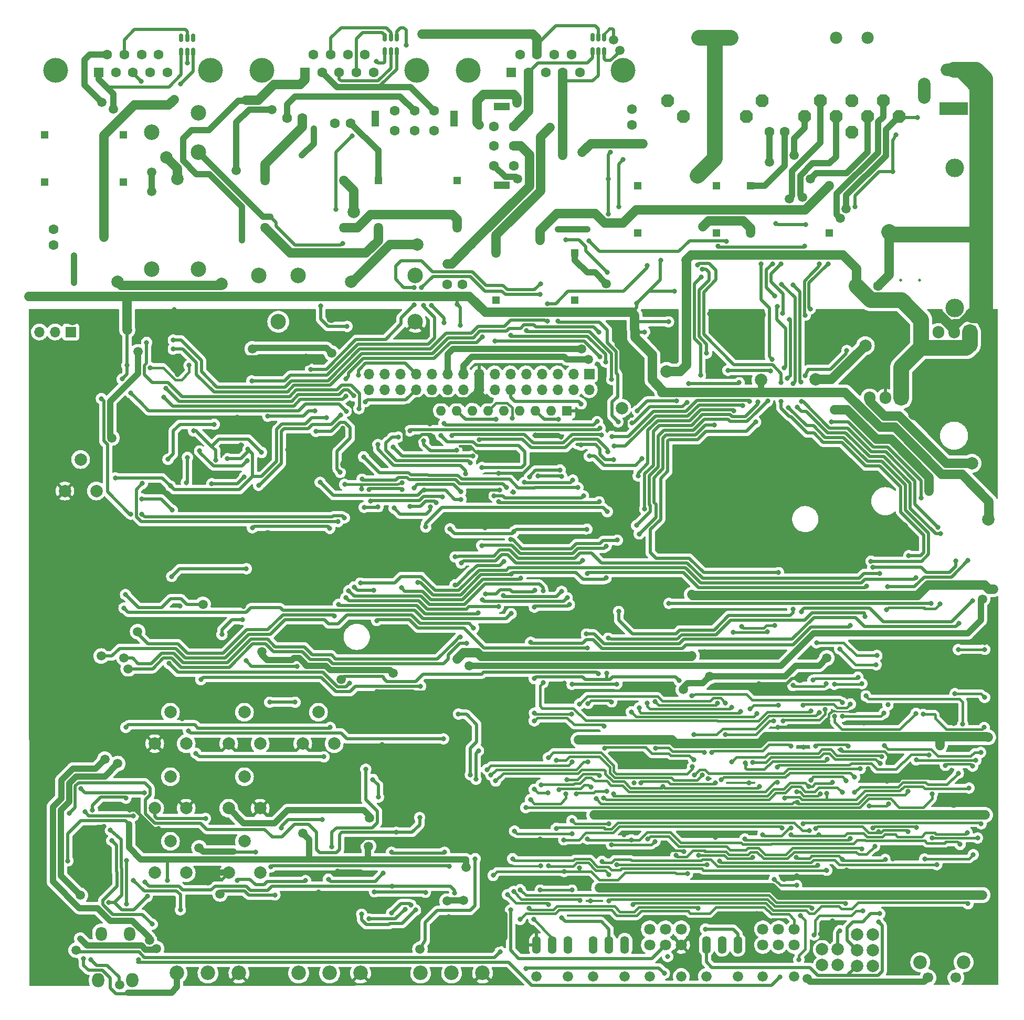
<source format=gbl>
G04 #@! TF.GenerationSoftware,KiCad,Pcbnew,6.0.2+dfsg-1*
G04 #@! TF.CreationDate,2023-04-03T21:56:18+02:00*
G04 #@! TF.ProjectId,fm-rpt-control,666d2d72-7074-42d6-936f-6e74726f6c2e,A*
G04 #@! TF.SameCoordinates,Original*
G04 #@! TF.FileFunction,Copper,L2,Bot*
G04 #@! TF.FilePolarity,Positive*
%FSLAX46Y46*%
G04 Gerber Fmt 4.6, Leading zero omitted, Abs format (unit mm)*
G04 Created by KiCad (PCBNEW 6.0.2+dfsg-1) date 2023-04-03 21:56:18*
%MOMM*%
%LPD*%
G01*
G04 APERTURE LIST*
G04 Aperture macros list*
%AMRoundRect*
0 Rectangle with rounded corners*
0 $1 Rounding radius*
0 $2 $3 $4 $5 $6 $7 $8 $9 X,Y pos of 4 corners*
0 Add a 4 corners polygon primitive as box body*
4,1,4,$2,$3,$4,$5,$6,$7,$8,$9,$2,$3,0*
0 Add four circle primitives for the rounded corners*
1,1,$1+$1,$2,$3*
1,1,$1+$1,$4,$5*
1,1,$1+$1,$6,$7*
1,1,$1+$1,$8,$9*
0 Add four rect primitives between the rounded corners*
20,1,$1+$1,$2,$3,$4,$5,0*
20,1,$1+$1,$4,$5,$6,$7,0*
20,1,$1+$1,$6,$7,$8,$9,0*
20,1,$1+$1,$8,$9,$2,$3,0*%
%AMOutline5P*
0 Free polygon, 5 corners , with rotation*
0 The origin of the aperture is its center*
0 number of corners: always 5*
0 $1 to $10 corner X, Y*
0 $11 Rotation angle, in degrees counterclockwise*
0 create outline with 5 corners*
4,1,5,$1,$2,$3,$4,$5,$6,$7,$8,$9,$10,$1,$2,$11*%
%AMOutline6P*
0 Free polygon, 6 corners , with rotation*
0 The origin of the aperture is its center*
0 number of corners: always 6*
0 $1 to $12 corner X, Y*
0 $13 Rotation angle, in degrees counterclockwise*
0 create outline with 6 corners*
4,1,6,$1,$2,$3,$4,$5,$6,$7,$8,$9,$10,$11,$12,$1,$2,$13*%
%AMOutline7P*
0 Free polygon, 7 corners , with rotation*
0 The origin of the aperture is its center*
0 number of corners: always 7*
0 $1 to $14 corner X, Y*
0 $15 Rotation angle, in degrees counterclockwise*
0 create outline with 7 corners*
4,1,7,$1,$2,$3,$4,$5,$6,$7,$8,$9,$10,$11,$12,$13,$14,$1,$2,$15*%
%AMOutline8P*
0 Free polygon, 8 corners , with rotation*
0 The origin of the aperture is its center*
0 number of corners: always 8*
0 $1 to $16 corner X, Y*
0 $17 Rotation angle, in degrees counterclockwise*
0 create outline with 8 corners*
4,1,8,$1,$2,$3,$4,$5,$6,$7,$8,$9,$10,$11,$12,$13,$14,$15,$16,$1,$2,$17*%
G04 Aperture macros list end*
G04 #@! TA.AperFunction,ComponentPad*
%ADD10C,1.600000*%
G04 #@! TD*
G04 #@! TA.AperFunction,ComponentPad*
%ADD11R,1.200000X2.500000*%
G04 #@! TD*
G04 #@! TA.AperFunction,ComponentPad*
%ADD12O,1.422400X2.844800*%
G04 #@! TD*
G04 #@! TA.AperFunction,ComponentPad*
%ADD13C,1.676400*%
G04 #@! TD*
G04 #@! TA.AperFunction,ComponentPad*
%ADD14C,2.000000*%
G04 #@! TD*
G04 #@! TA.AperFunction,ComponentPad*
%ADD15Outline8P,-0.990600X0.495300X-0.495300X0.990600X0.495300X0.990600X0.990600X0.495300X0.990600X-0.495300X0.495300X-0.990600X-0.495300X-0.990600X-0.990600X-0.495300X180.000000*%
G04 #@! TD*
G04 #@! TA.AperFunction,ComponentPad*
%ADD16O,1.981200X3.962400*%
G04 #@! TD*
G04 #@! TA.AperFunction,ComponentPad*
%ADD17C,4.000000*%
G04 #@! TD*
G04 #@! TA.AperFunction,ComponentPad*
%ADD18R,1.600000X1.600000*%
G04 #@! TD*
G04 #@! TA.AperFunction,ComponentPad*
%ADD19O,1.600000X1.600000*%
G04 #@! TD*
G04 #@! TA.AperFunction,ComponentPad*
%ADD20R,1.700000X1.700000*%
G04 #@! TD*
G04 #@! TA.AperFunction,ComponentPad*
%ADD21O,1.700000X1.700000*%
G04 #@! TD*
G04 #@! TA.AperFunction,ComponentPad*
%ADD22R,1.308000X1.308000*%
G04 #@! TD*
G04 #@! TA.AperFunction,ComponentPad*
%ADD23C,1.800000*%
G04 #@! TD*
G04 #@! TA.AperFunction,ComponentPad*
%ADD24C,2.340000*%
G04 #@! TD*
G04 #@! TA.AperFunction,ComponentPad*
%ADD25R,2.500000X1.200000*%
G04 #@! TD*
G04 #@! TA.AperFunction,ComponentPad*
%ADD26O,1.800000X2.300000*%
G04 #@! TD*
G04 #@! TA.AperFunction,ComponentPad*
%ADD27O,2.000000X2.300000*%
G04 #@! TD*
G04 #@! TA.AperFunction,ComponentPad*
%ADD28C,2.200000*%
G04 #@! TD*
G04 #@! TA.AperFunction,ComponentPad*
%ADD29C,1.700000*%
G04 #@! TD*
G04 #@! TA.AperFunction,ComponentPad*
%ADD30R,1.905000X2.000000*%
G04 #@! TD*
G04 #@! TA.AperFunction,ComponentPad*
%ADD31O,1.905000X2.000000*%
G04 #@! TD*
G04 #@! TA.AperFunction,ComponentPad*
%ADD32R,4.600000X2.000000*%
G04 #@! TD*
G04 #@! TA.AperFunction,ComponentPad*
%ADD33O,4.200000X2.000000*%
G04 #@! TD*
G04 #@! TA.AperFunction,ComponentPad*
%ADD34O,2.000000X4.200000*%
G04 #@! TD*
G04 #@! TA.AperFunction,ComponentPad*
%ADD35C,3.000000*%
G04 #@! TD*
G04 #@! TA.AperFunction,ComponentPad*
%ADD36C,2.500000*%
G04 #@! TD*
G04 #@! TA.AperFunction,ComponentPad*
%ADD37C,1.981200*%
G04 #@! TD*
G04 #@! TA.AperFunction,ComponentPad*
%ADD38C,0.500000*%
G04 #@! TD*
G04 #@! TA.AperFunction,SMDPad,CuDef*
%ADD39RoundRect,0.150000X-0.150000X0.512500X-0.150000X-0.512500X0.150000X-0.512500X0.150000X0.512500X0*%
G04 #@! TD*
G04 #@! TA.AperFunction,ViaPad*
%ADD40C,1.500000*%
G04 #@! TD*
G04 #@! TA.AperFunction,ViaPad*
%ADD41C,0.800000*%
G04 #@! TD*
G04 #@! TA.AperFunction,ViaPad*
%ADD42C,2.000000*%
G04 #@! TD*
G04 #@! TA.AperFunction,Conductor*
%ADD43C,0.508000*%
G04 #@! TD*
G04 #@! TA.AperFunction,Conductor*
%ADD44C,1.524000*%
G04 #@! TD*
G04 #@! TA.AperFunction,Conductor*
%ADD45C,1.016000*%
G04 #@! TD*
G04 #@! TA.AperFunction,Conductor*
%ADD46C,0.381000*%
G04 #@! TD*
G04 #@! TA.AperFunction,Conductor*
%ADD47C,2.540000*%
G04 #@! TD*
G04 #@! TA.AperFunction,Conductor*
%ADD48C,0.254000*%
G04 #@! TD*
G04 APERTURE END LIST*
D10*
X76575000Y-29826000D03*
X79750000Y-29826000D03*
X82925000Y-29826000D03*
X76575000Y-33001000D03*
X79750000Y-33001000D03*
X82925000Y-33001000D03*
D11*
X73400000Y-31096000D03*
X86100000Y-31096000D03*
D12*
X104550000Y-164400000D03*
X102010000Y-164400000D03*
X99470000Y-164400000D03*
D13*
X104550000Y-169480000D03*
X99470000Y-169480000D03*
D14*
X42926000Y-131941000D03*
X40386000Y-126861000D03*
X37846000Y-131941000D03*
X54864000Y-142355000D03*
X52324000Y-137275000D03*
X49784000Y-142355000D03*
D15*
X120580000Y-28210000D03*
D16*
X128200000Y-28210000D03*
D15*
X135820000Y-28210000D03*
X123120000Y-30750000D03*
X133280000Y-30750000D03*
X130740000Y-18050000D03*
X125660000Y-18050000D03*
D17*
X46850000Y-23280331D03*
X21850000Y-23280331D03*
D18*
X28810000Y-23580331D03*
D10*
X31580000Y-23580331D03*
X34350000Y-23580331D03*
X37120000Y-23580331D03*
X39890000Y-23580331D03*
X30195000Y-20740331D03*
X32965000Y-20740331D03*
X35735000Y-20740331D03*
X38505000Y-20740331D03*
D18*
X104375000Y-78200000D03*
D19*
X101835000Y-78200000D03*
X99295000Y-78200000D03*
X96755000Y-78200000D03*
X94215000Y-78200000D03*
X91675000Y-78200000D03*
X89135000Y-78200000D03*
X86595000Y-78200000D03*
X84055000Y-78200000D03*
D14*
X145530000Y-165130000D03*
X148070000Y-165130000D03*
X145530000Y-167670000D03*
X148070000Y-167670000D03*
D20*
X24335000Y-65500000D03*
D21*
X21795000Y-65500000D03*
X19255000Y-65500000D03*
D10*
X114830000Y-29570000D03*
X114830000Y-32070000D03*
D22*
X105615000Y-60375000D03*
X105615000Y-52755000D03*
X92915000Y-60375000D03*
X92915000Y-52755000D03*
D10*
X59200000Y-31000000D03*
X61700000Y-31000000D03*
D23*
X122790000Y-164420000D03*
X120250000Y-164420000D03*
X117710000Y-164420000D03*
X122790000Y-161880000D03*
X120250000Y-161880000D03*
X117710000Y-161880000D03*
D13*
X122790000Y-169500000D03*
X117710000Y-169500000D03*
D22*
X55675000Y-41095000D03*
X55675000Y-48715000D03*
X68375000Y-41095000D03*
X68375000Y-48715000D03*
D10*
X66950000Y-31800000D03*
X69450000Y-31800000D03*
D24*
X41450000Y-168950000D03*
X46450000Y-168950000D03*
X51450000Y-168950000D03*
D10*
X92576000Y-38675000D03*
X92576000Y-35500000D03*
X92576000Y-32325000D03*
X95751000Y-38675000D03*
X95751000Y-35500000D03*
X95751000Y-32325000D03*
D25*
X93846000Y-41850000D03*
X93846000Y-29150000D03*
D20*
X107939000Y-72265000D03*
D21*
X107939000Y-74805000D03*
X105399000Y-72265000D03*
X105399000Y-74805000D03*
X102859000Y-72265000D03*
X102859000Y-74805000D03*
X100319000Y-72265000D03*
X100319000Y-74805000D03*
X97779000Y-72265000D03*
X97779000Y-74805000D03*
X95239000Y-72265000D03*
X95239000Y-74805000D03*
X92699000Y-72265000D03*
X92699000Y-74805000D03*
X90159000Y-72265000D03*
X90159000Y-74805000D03*
X87619000Y-72265000D03*
X87619000Y-74805000D03*
X85079000Y-72265000D03*
X85079000Y-74805000D03*
X82539000Y-72265000D03*
X82539000Y-74805000D03*
X79999000Y-72265000D03*
X79999000Y-74805000D03*
X77459000Y-72265000D03*
X77459000Y-74805000D03*
X74919000Y-72265000D03*
X74919000Y-74805000D03*
X72379000Y-72265000D03*
X72379000Y-74805000D03*
D14*
X28440000Y-91155000D03*
X25900000Y-86075000D03*
X23360000Y-91155000D03*
D22*
X115735000Y-41905000D03*
X115735000Y-49525000D03*
X128435000Y-41905000D03*
X128435000Y-49525000D03*
X73925000Y-41045000D03*
X73925000Y-48665000D03*
X86625000Y-41045000D03*
X86625000Y-48665000D03*
D10*
X21520000Y-51450000D03*
X21520000Y-48950000D03*
D26*
X29200000Y-162625000D03*
X33800000Y-162625000D03*
D27*
X28750000Y-170125000D03*
X34250000Y-170125000D03*
D28*
X161350000Y-167200000D03*
X168350000Y-167200000D03*
D29*
X167100000Y-169700000D03*
X162600000Y-169700000D03*
D14*
X42926000Y-142355000D03*
X40386000Y-137275000D03*
X37846000Y-142355000D03*
X42926000Y-152769000D03*
X40386000Y-147689000D03*
X37846000Y-152769000D03*
X54864000Y-152769000D03*
X52324000Y-147689000D03*
X49784000Y-152769000D03*
X66802000Y-131941000D03*
X64262000Y-126861000D03*
X61722000Y-131941000D03*
X54864000Y-131941000D03*
X52324000Y-126861000D03*
X49784000Y-131941000D03*
D30*
X169340000Y-65570000D03*
D31*
X166800000Y-65570000D03*
X164260000Y-65570000D03*
D22*
X133975000Y-41915000D03*
X133975000Y-49535000D03*
X146675000Y-41915000D03*
X146675000Y-49535000D03*
D24*
X61070000Y-168950000D03*
X66070000Y-168950000D03*
X71070000Y-168950000D03*
D32*
X166760000Y-29490000D03*
D33*
X166760000Y-23190000D03*
D34*
X161960000Y-26590000D03*
D35*
X166940000Y-61630000D03*
X166940000Y-39030000D03*
D14*
X151140000Y-162713500D03*
X153680000Y-162713500D03*
X151140000Y-165253500D03*
X153680000Y-165253500D03*
X151140000Y-167793500D03*
X153680000Y-167793500D03*
D17*
X88420000Y-23300331D03*
X113420000Y-23300331D03*
D18*
X95380000Y-23600331D03*
D10*
X98150000Y-23600331D03*
X100920000Y-23600331D03*
X103690000Y-23600331D03*
X106460000Y-23600331D03*
X96765000Y-20760331D03*
X99535000Y-20760331D03*
X102305000Y-20760331D03*
X105075000Y-20760331D03*
D18*
X151080000Y-58060000D03*
D10*
X154580000Y-58060000D03*
D17*
X55130000Y-23300331D03*
X80130000Y-23300331D03*
D18*
X62090000Y-23600331D03*
D10*
X64860000Y-23600331D03*
X67630000Y-23600331D03*
X70400000Y-23600331D03*
X73170000Y-23600331D03*
X63475000Y-20760331D03*
X66245000Y-20760331D03*
X69015000Y-20760331D03*
X71785000Y-20760331D03*
X136990000Y-33210000D03*
X139490000Y-33210000D03*
D22*
X20100000Y-33670000D03*
X20100000Y-41290000D03*
X32800000Y-33670000D03*
X32800000Y-41290000D03*
D23*
X141040000Y-164420000D03*
X138500000Y-164420000D03*
X135960000Y-164420000D03*
X141040000Y-161880000D03*
X138500000Y-161880000D03*
X135960000Y-161880000D03*
D13*
X141040000Y-169500000D03*
X135960000Y-169500000D03*
D10*
X85000000Y-57850000D03*
X87500000Y-57850000D03*
D36*
X57788500Y-63846500D03*
X60963500Y-56353500D03*
X54613500Y-56353500D03*
X79886500Y-63846500D03*
X79886500Y-56353500D03*
D30*
X158260000Y-76140000D03*
D31*
X155720000Y-76140000D03*
X153180000Y-76140000D03*
D12*
X113690000Y-164400000D03*
X111150000Y-164400000D03*
X108610000Y-164400000D03*
D13*
X113690000Y-169480000D03*
X108610000Y-169480000D03*
D24*
X80750000Y-168950000D03*
X85750000Y-168950000D03*
X90750000Y-168950000D03*
D12*
X131940000Y-164380000D03*
X129400000Y-164380000D03*
X126860000Y-164380000D03*
D13*
X131940000Y-169460000D03*
X126860000Y-169460000D03*
D15*
X145210000Y-28220000D03*
X150290000Y-28220000D03*
X155370000Y-28220000D03*
X147750000Y-30760000D03*
X152830000Y-30760000D03*
X150290000Y-33300000D03*
X142670000Y-30760000D03*
X157910000Y-30760000D03*
D37*
X152830000Y-18060000D03*
X147750000Y-18060000D03*
D36*
X37403500Y-33308500D03*
X44896500Y-36483500D03*
X44896500Y-30133500D03*
X37403500Y-55406500D03*
X44896500Y-55406500D03*
D38*
X158220000Y-57120000D03*
X161220000Y-57120000D03*
D39*
X42150000Y-18012500D03*
X43100000Y-18012500D03*
X44050000Y-18012500D03*
X44050000Y-20287500D03*
X43100000Y-20287500D03*
X42150000Y-20287500D03*
X108450000Y-17962500D03*
X109400000Y-17962500D03*
X110350000Y-17962500D03*
X110350000Y-20237500D03*
X109400000Y-20237500D03*
X108450000Y-20237500D03*
X75000000Y-17962500D03*
X75950000Y-17962500D03*
X76900000Y-17962500D03*
X76900000Y-20237500D03*
X75950000Y-20237500D03*
X75000000Y-20237500D03*
D40*
X81000000Y-17400000D03*
X41000000Y-28000000D03*
X29700000Y-50200000D03*
D41*
X24800000Y-53200000D03*
X24800000Y-57600000D03*
D40*
X90218087Y-32099015D03*
X96300000Y-28500000D03*
D41*
X79700000Y-58338500D03*
X100075000Y-57725000D03*
X63000000Y-71500000D03*
X79700000Y-61161500D03*
D40*
X143600000Y-40800000D03*
D41*
X133800000Y-76700000D03*
X111600000Y-82350000D03*
X53500000Y-73400000D03*
X80915520Y-58338500D03*
X81200000Y-61200000D03*
X100000000Y-59450000D03*
X132700000Y-77419020D03*
D40*
X142322681Y-43776181D03*
D41*
X111925000Y-83925000D03*
X103243523Y-87773923D03*
X98300000Y-88900000D03*
X102950000Y-79600000D03*
X111853500Y-86125000D03*
X107576060Y-97325000D03*
X95825000Y-97725000D03*
X106650000Y-83750000D03*
X85500000Y-97275000D03*
X106650000Y-77100000D03*
X95500000Y-79400000D03*
D42*
X172300000Y-95750000D03*
D40*
X164700000Y-143450000D03*
D41*
X32606523Y-73106523D03*
D40*
X123150000Y-123225000D03*
X149945000Y-130850000D03*
X173150000Y-107000000D03*
X171800000Y-143450000D03*
D41*
X107975000Y-85550000D03*
D40*
X164900000Y-156350000D03*
X121250000Y-131300000D03*
X137450000Y-155200000D03*
X109550000Y-155150000D03*
D41*
X116896250Y-65512500D03*
X31500000Y-89050000D03*
X135700000Y-54486500D03*
X113400000Y-37700000D03*
X87175000Y-64425000D03*
D40*
X124500000Y-107900000D03*
D41*
X115600000Y-60900000D03*
X65550000Y-79300000D03*
D40*
X106225000Y-131300000D03*
X17596698Y-59745699D03*
D41*
X86325000Y-106301380D03*
X112700000Y-45300000D03*
X49600000Y-85950000D03*
X86675000Y-61050000D03*
D40*
X127397529Y-121087034D03*
D42*
X135650000Y-73250000D03*
D40*
X150300000Y-156350000D03*
D41*
X119500000Y-53900000D03*
X40374851Y-90335209D03*
D40*
X48000000Y-59750000D03*
X123150000Y-155150000D03*
D41*
X33388871Y-70888871D03*
D40*
X124500000Y-117750000D03*
X135700000Y-143450000D03*
D41*
X52900500Y-84450000D03*
X120746250Y-63862500D03*
D40*
X171400000Y-156350000D03*
X172300000Y-130900000D03*
X164500000Y-132250000D03*
X33400000Y-59750000D03*
D41*
X94150000Y-102550000D03*
X121700000Y-58966000D03*
D40*
X135800000Y-131500000D03*
X33450000Y-65200000D03*
D41*
X137430000Y-69896500D03*
D40*
X108750000Y-143450000D03*
D41*
X116478500Y-85975000D03*
D40*
X146275000Y-118100000D03*
X86650000Y-118295980D03*
X122150000Y-143450000D03*
X150150000Y-143450000D03*
X119700000Y-75250000D03*
D41*
X90200000Y-82922051D03*
X110950000Y-84825000D03*
X93350000Y-92875000D03*
X109550000Y-92900000D03*
X92900000Y-79596500D03*
X72675000Y-92825000D03*
X81250000Y-83050000D03*
X86600000Y-84596500D03*
X84250000Y-92150000D03*
X90650000Y-87375000D03*
X83996500Y-82200000D03*
X70700000Y-72500000D03*
X68200000Y-51200000D03*
X71803500Y-76750000D03*
D40*
X33592500Y-119850000D03*
X25839675Y-156407020D03*
X31899557Y-135150241D03*
D41*
X88200000Y-115750000D03*
D40*
X38150000Y-165012540D03*
D41*
X88796500Y-86625000D03*
X25850000Y-163400000D03*
X77153500Y-82450000D03*
X141350000Y-150250000D03*
X109050000Y-140800000D03*
X87281460Y-102775000D03*
X154800000Y-159350000D03*
X148800000Y-150616523D03*
X106900000Y-102350000D03*
X159400000Y-139650000D03*
X155700000Y-150616523D03*
X141490000Y-141407980D03*
X87275000Y-92500000D03*
X145200000Y-140000000D03*
X141450000Y-139727969D03*
X64550000Y-89750000D03*
X81275000Y-91050000D03*
X89300000Y-113250000D03*
X89150000Y-85500000D03*
D40*
X29200000Y-117800000D03*
D41*
X76350000Y-84100000D03*
D40*
X36995271Y-163672127D03*
D41*
X88025000Y-88375000D03*
D40*
X32900000Y-118100000D03*
X29800000Y-134450000D03*
D41*
X87138980Y-114750000D03*
X73850000Y-83650000D03*
X35700000Y-25046500D03*
X42000000Y-25500000D03*
X128100000Y-80516215D03*
X141763980Y-166800000D03*
X142000000Y-159653059D03*
X141403500Y-154800000D03*
X110875254Y-55914847D03*
X104203500Y-50600000D03*
X137799728Y-153832512D03*
X116000000Y-98100000D03*
X112700000Y-110600000D03*
X126000000Y-56603500D03*
D40*
X143100000Y-169867500D03*
D41*
X125900000Y-72500000D03*
X140800000Y-110203500D03*
D40*
X85000000Y-54535469D03*
D41*
X66150000Y-129296500D03*
X33200000Y-129300000D03*
X27825000Y-142696500D03*
X33200000Y-140728500D03*
X52000000Y-111900000D03*
X48700000Y-114322531D03*
X36175000Y-139825000D03*
X25950000Y-139175000D03*
X36250000Y-154225000D03*
X86250000Y-156000000D03*
X76175000Y-154925000D03*
X76825000Y-146225000D03*
X24100000Y-143150000D03*
X80600000Y-143850000D03*
D42*
X120425000Y-71850000D03*
X169700000Y-86700000D03*
X144500000Y-73150000D03*
D40*
X147500000Y-78100000D03*
D42*
X152500000Y-67700000D03*
D40*
X162800000Y-91200000D03*
D41*
X169216420Y-139100000D03*
X36550000Y-67200000D03*
X139500000Y-140750000D03*
X106125000Y-90600000D03*
X70805040Y-77875000D03*
X146250000Y-139950000D03*
X107500000Y-114246500D03*
X103850000Y-147450000D03*
X139050000Y-145550000D03*
X71549520Y-85650480D03*
X167600000Y-112550000D03*
X167768250Y-148206190D03*
X107650000Y-147300000D03*
X167460000Y-116750000D03*
X171738500Y-116725000D03*
X114750000Y-147450000D03*
X166950000Y-123864469D03*
X170300000Y-134600000D03*
X171738500Y-124475000D03*
X160700000Y-134550000D03*
X140510000Y-146610000D03*
X145000000Y-146610000D03*
X168919989Y-146310000D03*
X103900000Y-152550000D03*
X106400000Y-152000000D03*
X123800000Y-152920520D03*
X92450000Y-153200000D03*
D40*
X137000000Y-38062500D03*
D41*
X130088500Y-50905980D03*
X146250000Y-152360023D03*
X107900000Y-50800000D03*
X115837019Y-88737019D03*
X110659728Y-105186020D03*
X95400000Y-104538980D03*
X131300000Y-78200000D03*
X95600000Y-150500000D03*
X80300000Y-105950000D03*
X124900000Y-136950000D03*
X105100000Y-127150000D03*
X122450000Y-121750000D03*
X122075000Y-76661500D03*
X115711128Y-78211128D03*
X151700000Y-135950000D03*
X99100000Y-121450000D03*
X118650000Y-132711500D03*
X110800000Y-120575000D03*
X126500000Y-133350000D03*
X99100000Y-127000000D03*
X163100000Y-109300000D03*
X120800000Y-109300000D03*
X33685469Y-144950000D03*
D40*
X87696500Y-157200000D03*
X76350000Y-120600000D03*
D41*
X23853500Y-150850000D03*
D40*
X55150000Y-117100000D03*
X85000000Y-157350000D03*
X171388500Y-108600000D03*
D41*
X39950000Y-154021500D03*
D40*
X88600000Y-119400000D03*
X72325000Y-148475000D03*
X88125000Y-151850000D03*
X61775000Y-146400000D03*
D41*
X126700000Y-161850000D03*
X126950000Y-151450000D03*
X164006523Y-151456523D03*
X120600000Y-166275000D03*
X112400000Y-151450000D03*
X105150000Y-122350000D03*
X129018970Y-150881030D03*
X112400000Y-122300000D03*
X129900000Y-125350000D03*
X106400000Y-125519500D03*
X95750000Y-155800000D03*
X32900000Y-110050000D03*
X95350000Y-110950000D03*
X106450000Y-157242020D03*
X84550000Y-64000000D03*
X82500000Y-61200000D03*
X43100000Y-22100000D03*
D40*
X29350000Y-28450000D03*
X31150000Y-29550000D03*
D41*
X78400000Y-19200000D03*
D40*
X66381698Y-68881698D03*
D42*
X31900000Y-57400000D03*
X48600000Y-57700000D03*
D40*
X53600000Y-68238500D03*
D41*
X51900000Y-50700000D03*
X73600000Y-21800000D03*
X150780498Y-45311500D03*
X156900000Y-39600000D03*
X157400000Y-33703500D03*
X79675000Y-90650000D03*
X153718051Y-145500000D03*
X86325000Y-101800000D03*
X87225000Y-91250000D03*
X154800000Y-104496500D03*
X160700000Y-145492020D03*
X144225000Y-162800000D03*
X152100000Y-158950000D03*
D40*
X111900000Y-18400000D03*
X112900000Y-20100000D03*
X96400000Y-40800000D03*
X103700000Y-37000000D03*
X101600000Y-32500000D03*
X45650000Y-109450011D03*
X37400000Y-39700000D03*
X37350000Y-42797500D03*
X35150000Y-68700000D03*
X30950000Y-82600000D03*
D41*
X33146500Y-107862616D03*
X67500000Y-109450000D03*
X67450000Y-96100000D03*
X96800000Y-160305060D03*
X90090340Y-133075000D03*
X89680471Y-137677793D03*
X90050000Y-110850000D03*
X35850000Y-89953500D03*
X148375000Y-162100000D03*
X63500000Y-32700000D03*
X61600000Y-37000000D03*
X68900000Y-64600000D03*
X67100000Y-45700000D03*
X69700000Y-33900000D03*
X64600000Y-61300000D03*
D40*
X149400000Y-45661500D03*
D41*
X143600000Y-61800000D03*
X160900000Y-30900000D03*
X146500000Y-54500000D03*
X142799989Y-62800000D03*
D40*
X148436500Y-47121781D03*
D41*
X145100000Y-54486500D03*
X109475000Y-65525000D03*
X90603500Y-99975000D03*
X40800000Y-68250000D03*
X107700000Y-134900000D03*
X110668540Y-100075000D03*
X92100000Y-137000000D03*
X94600000Y-90625000D03*
X71300000Y-89260000D03*
X34000000Y-75346500D03*
X68750000Y-78300000D03*
X154350000Y-117700000D03*
X144600000Y-115650000D03*
X155100000Y-134050000D03*
X130900000Y-134900000D03*
X154850000Y-135150000D03*
X134350000Y-134950000D03*
X154240000Y-119200000D03*
X148350000Y-116650000D03*
X103500000Y-160050000D03*
X112600000Y-80000000D03*
X110876371Y-94501371D03*
X81575000Y-96975000D03*
X102925000Y-63773940D03*
X83275000Y-93050000D03*
X85825000Y-82250000D03*
X111563690Y-73159819D03*
X97800000Y-65288980D03*
X109900000Y-82100000D03*
X79025000Y-93675000D03*
X79000000Y-81450000D03*
X109700000Y-81025000D03*
X95250000Y-66046500D03*
X110603500Y-70350000D03*
X76475000Y-93925000D03*
X109700000Y-69500000D03*
X84525000Y-80300000D03*
X92700000Y-66950000D03*
X109250000Y-79950000D03*
X82300000Y-93700000D03*
X129950000Y-130500000D03*
X137700000Y-128300000D03*
X136700000Y-113900000D03*
X131150000Y-114000000D03*
X138500000Y-125750000D03*
X132500000Y-113000000D03*
X133900000Y-126300000D03*
X137850000Y-112900000D03*
X63700000Y-78200000D03*
X56100000Y-79095980D03*
X159400000Y-146122540D03*
X70016754Y-106653962D03*
X111560000Y-125200000D03*
X107650000Y-116468980D03*
X143350000Y-138850000D03*
X73200000Y-107200000D03*
X154600000Y-160700000D03*
X77750000Y-89850000D03*
X111900000Y-140050000D03*
X73650000Y-112061020D03*
X147150000Y-138150000D03*
X107750000Y-125450000D03*
X154650000Y-146122540D03*
X68500000Y-90100000D03*
X71250000Y-90850000D03*
X144441560Y-145635586D03*
X97700000Y-168261020D03*
X93600000Y-165496500D03*
D40*
X25192500Y-165250000D03*
D41*
X120075000Y-169000000D03*
X68725000Y-73050000D03*
X90700000Y-66250000D03*
X68700000Y-75850000D03*
X39300000Y-76000000D03*
X142900000Y-48200000D03*
X138900000Y-54486500D03*
X138075480Y-47975480D03*
X139103500Y-62500000D03*
D40*
X140200000Y-44038500D03*
D41*
X137900000Y-59700000D03*
X137500000Y-54486500D03*
D40*
X141000000Y-37000000D03*
D41*
X123725000Y-76850000D03*
D40*
X67900000Y-121550000D03*
D41*
X114825000Y-80203500D03*
X132138980Y-73700000D03*
X109417020Y-120675000D03*
X124000000Y-73838500D03*
X54600000Y-90253500D03*
X66800000Y-111303500D03*
X53600000Y-97100000D03*
X67846278Y-78904628D03*
X66100000Y-97200000D03*
D40*
X35100000Y-113850000D03*
D42*
X69950000Y-46175000D03*
X80250000Y-51388500D03*
X69525000Y-57425000D03*
D40*
X100000000Y-50700000D03*
D41*
X134300000Y-150258983D03*
X125600000Y-149979480D03*
D42*
X125400000Y-40300000D03*
D40*
X126300000Y-48500000D03*
D41*
X98500000Y-115565480D03*
X140200000Y-63500000D03*
X140100000Y-77700000D03*
X98461020Y-140950000D03*
X150100000Y-112900000D03*
X139900000Y-73000000D03*
X104200000Y-140050000D03*
X153398428Y-102494759D03*
X138300000Y-61400000D03*
X136731111Y-76661500D03*
X105881030Y-140020520D03*
X115600000Y-96700000D03*
X110750000Y-139600000D03*
X139400000Y-71300000D03*
X135200000Y-76800000D03*
X142700000Y-51663500D03*
X99091540Y-139300000D03*
X130331969Y-71700000D03*
X128690520Y-51663500D03*
X116900000Y-94100000D03*
X101300000Y-139850000D03*
X99091540Y-128250000D03*
X110350000Y-129100000D03*
X137200000Y-71800000D03*
X140460000Y-132300000D03*
X102650000Y-134648960D03*
X126200000Y-136950000D03*
X169800000Y-108900000D03*
X142200000Y-110681460D03*
X127675000Y-133375000D03*
X142200000Y-76739099D03*
X142092989Y-73600000D03*
X140800000Y-57900000D03*
X164200000Y-97000000D03*
X152560000Y-124225000D03*
X140800000Y-73800000D03*
X167096500Y-102451738D03*
X167489470Y-136700000D03*
X164600000Y-98064148D03*
X139000000Y-57800000D03*
X153700000Y-103500000D03*
X150750000Y-139800000D03*
X141500000Y-77600000D03*
X168200000Y-128800000D03*
X91200000Y-107750000D03*
X99150000Y-107200000D03*
X105150000Y-134850000D03*
X91478380Y-136100000D03*
X35266476Y-166783524D03*
X138725000Y-169550000D03*
X110000000Y-150929480D03*
X144800000Y-151520023D03*
X111150000Y-144861500D03*
X105150000Y-144350000D03*
X128330193Y-138255380D03*
X116250000Y-138255380D03*
X171174965Y-144861500D03*
X171650000Y-129325000D03*
X142450000Y-144900000D03*
X163300000Y-147150000D03*
X170600000Y-147150000D03*
X161825000Y-127200000D03*
X169800000Y-135550000D03*
X169050000Y-157761500D03*
X165400000Y-135440000D03*
X115000000Y-157872540D03*
X125479480Y-158503060D03*
X98275000Y-158503060D03*
X99025000Y-160305060D03*
X97487500Y-89750000D03*
X97703500Y-142250000D03*
X99100000Y-109900000D03*
X163300000Y-140000000D03*
X105303500Y-89400000D03*
X104750000Y-109500000D03*
X103496500Y-88792480D03*
X94100000Y-108042989D03*
X103496500Y-107350000D03*
X99650000Y-88700000D03*
X94750000Y-156300000D03*
X101400000Y-157872540D03*
X107600000Y-104500000D03*
X151298960Y-121200000D03*
X152700000Y-106500000D03*
X144050000Y-121700000D03*
X112475551Y-99100000D03*
X151929480Y-122250000D03*
X152400000Y-111400000D03*
X95250000Y-99000000D03*
X111000000Y-114925000D03*
X147500000Y-122350000D03*
X149300000Y-157761500D03*
X96800000Y-155500000D03*
X140510000Y-145560497D03*
X146200000Y-122250000D03*
X135950000Y-146610000D03*
X140800000Y-122550000D03*
X143450000Y-145979480D03*
X102650000Y-145600000D03*
X111100000Y-157319020D03*
X111100000Y-153050000D03*
X143900000Y-158519020D03*
X101400000Y-151650000D03*
X100050000Y-155562020D03*
X105150000Y-155562020D03*
X150050000Y-147200000D03*
X133050000Y-147300000D03*
X169900000Y-149850000D03*
X162050000Y-150550000D03*
X164500000Y-109400000D03*
X171107980Y-133350000D03*
X156131560Y-125675000D03*
X155575000Y-132261500D03*
X155900000Y-110300000D03*
X71025000Y-106025000D03*
X71650000Y-93800000D03*
X160636128Y-105136128D03*
X73900000Y-93700000D03*
X107025000Y-91950000D03*
X92600000Y-91950000D03*
X150075000Y-125525000D03*
X142450000Y-125749989D03*
X101370000Y-134180000D03*
X124450000Y-124225000D03*
X124600000Y-135675000D03*
X148775000Y-125325000D03*
X103062390Y-139390000D03*
X110400000Y-132711500D03*
X108200000Y-138950000D03*
X124810000Y-134550000D03*
X145050000Y-126900000D03*
X124810000Y-130500011D03*
X151900000Y-148900000D03*
X149700000Y-132300000D03*
X117350000Y-147350000D03*
X144450000Y-132300000D03*
D40*
X116603520Y-35100000D03*
X106800000Y-36500000D03*
D41*
X148750000Y-139800000D03*
X104343632Y-137710000D03*
X109550000Y-137100000D03*
X110250000Y-140700000D03*
X102900000Y-48900000D03*
X107600000Y-48900000D03*
X162800000Y-133750000D03*
X100150000Y-138600000D03*
X138250000Y-138200000D03*
X138250000Y-135700000D03*
X146300000Y-134415980D03*
X133100000Y-135046500D03*
X150737052Y-137362948D03*
X129250000Y-137750000D03*
X149400000Y-137900000D03*
X143750000Y-137850000D03*
X118600000Y-125150000D03*
X128650000Y-125400000D03*
X130950000Y-126050000D03*
X117300000Y-125400000D03*
X116000000Y-126150000D03*
X132400000Y-126750000D03*
X134950000Y-127100000D03*
X114750000Y-126800000D03*
X156200000Y-141650000D03*
X121950000Y-149979480D03*
X154000000Y-148500000D03*
X153087531Y-141950000D03*
X111560000Y-148290000D03*
X118550000Y-147700000D03*
X160650000Y-127050000D03*
X147500000Y-127500000D03*
X40600000Y-104950000D03*
X52650000Y-103700000D03*
D40*
X107850000Y-69900000D03*
X106690391Y-68263109D03*
D42*
X113200000Y-77800000D03*
D41*
X90750000Y-108750000D03*
X104400000Y-108400000D03*
X95275000Y-158750000D03*
X51750000Y-83703500D03*
X89997127Y-84880459D03*
D42*
X39732259Y-37332259D03*
D40*
X66300000Y-63300000D03*
X141900000Y-121450000D03*
D41*
X61250000Y-85150000D03*
X42700000Y-148800000D03*
X40999271Y-61877869D03*
X151500000Y-123500000D03*
X71600000Y-153000000D03*
D40*
X160875000Y-73425000D03*
D41*
X86600000Y-131700000D03*
X157250000Y-134250000D03*
X41950000Y-109750000D03*
D40*
X44000000Y-115300000D03*
D41*
X147182020Y-160540000D03*
X88850000Y-147350000D03*
X56300000Y-80800000D03*
X108950000Y-89525000D03*
D40*
X68550000Y-86850000D03*
D42*
X152000000Y-97100000D03*
D41*
X163325000Y-125925000D03*
D42*
X78575000Y-78050000D03*
D41*
X113600000Y-146600000D03*
X26775000Y-154225000D03*
X92700000Y-164500000D03*
X133750000Y-138250000D03*
X103900000Y-122150000D03*
X106800000Y-88300000D03*
X113750000Y-134800000D03*
X99300000Y-82164531D03*
X134050000Y-163875000D03*
X88150000Y-144250000D03*
X82275000Y-80325000D03*
X64300000Y-155900000D03*
X102650000Y-131925000D03*
X107575000Y-126750000D03*
X124725000Y-161300000D03*
X171738500Y-115675497D03*
X38800000Y-140150000D03*
X127400000Y-62600000D03*
D40*
X47400000Y-100050000D03*
D41*
X48700000Y-106050000D03*
D40*
X37350000Y-101750000D03*
D41*
X142550000Y-132500000D03*
D40*
X128000000Y-72150000D03*
D41*
X44300000Y-159425000D03*
X48800000Y-85050000D03*
X166250000Y-132650000D03*
X38650000Y-125050000D03*
X93375000Y-88325000D03*
X95675000Y-91375000D03*
X115150000Y-138255380D03*
X93503500Y-90975000D03*
X51150000Y-79250000D03*
X74050000Y-136200000D03*
X82950000Y-123400000D03*
X108125000Y-157275000D03*
D40*
X30700000Y-100450000D03*
D41*
X99400000Y-114300000D03*
D42*
X158400000Y-97100000D03*
D41*
X100100000Y-151649989D03*
X82100000Y-136150000D03*
X105300000Y-85075000D03*
X109225000Y-95550000D03*
X109100000Y-148950000D03*
X156950000Y-150575000D03*
D40*
X56100000Y-98250000D03*
D41*
X101800000Y-105900000D03*
X123200000Y-149348949D03*
X73650000Y-123553500D03*
X148550000Y-132900000D03*
X46350000Y-93450000D03*
X91361020Y-91300000D03*
X26775000Y-150325000D03*
X107925000Y-98450000D03*
D40*
X67200000Y-67000000D03*
D41*
X151375000Y-154050000D03*
X131275000Y-159400000D03*
X52200000Y-109800000D03*
X145266785Y-162672953D03*
X155200000Y-153300000D03*
X127123953Y-137610413D03*
X75075000Y-82025000D03*
X38450000Y-145661020D03*
X101800000Y-99100000D03*
X158075000Y-126325000D03*
D42*
X62250000Y-70000000D03*
D41*
X28350000Y-78300000D03*
D42*
X24550000Y-63400000D03*
D40*
X110700000Y-57700000D03*
X135700000Y-62700000D03*
X152085582Y-72256135D03*
D41*
X100050000Y-147300000D03*
D40*
X172400000Y-88950000D03*
D42*
X171800000Y-63200000D03*
D41*
X53700000Y-104600000D03*
X113600000Y-125775000D03*
D40*
X129557011Y-63200000D03*
D41*
X69600000Y-157825000D03*
D42*
X27050000Y-71950000D03*
D41*
X77975000Y-83625000D03*
X82825000Y-96925000D03*
X135350000Y-122244534D03*
X138400000Y-129300000D03*
X42150000Y-84850000D03*
X94371500Y-159465060D03*
X56350000Y-85250000D03*
X91100000Y-97125000D03*
X103400000Y-82450000D03*
D42*
X49450000Y-71650000D03*
D41*
X112300000Y-64000000D03*
X103250000Y-85525000D03*
X68150000Y-81000000D03*
X171700000Y-122900000D03*
X166400000Y-136250000D03*
X58625000Y-159400000D03*
D40*
X126550000Y-117400000D03*
D41*
X128300000Y-147038430D03*
X59300000Y-84500000D03*
X114200000Y-79300000D03*
X72475000Y-81275000D03*
X146550000Y-64600000D03*
X39700000Y-69400000D03*
X139350000Y-153800000D03*
D42*
X41550000Y-40800000D03*
D40*
X46450000Y-154100000D03*
X118200000Y-66400000D03*
D41*
X70450000Y-148500000D03*
X98400000Y-98800000D03*
X166781250Y-128656250D03*
D42*
X160400000Y-78700000D03*
D40*
X121200000Y-68800000D03*
X61150000Y-114150000D03*
D41*
X141450000Y-153250000D03*
X135000000Y-159350000D03*
X44100000Y-125250000D03*
X152300000Y-128600000D03*
X74500000Y-132053500D03*
X115650000Y-163225000D03*
X85325000Y-159875000D03*
D40*
X172350000Y-87000000D03*
D41*
X29700000Y-145261020D03*
X41546500Y-72400000D03*
D40*
X154500000Y-63050000D03*
D41*
X149475000Y-152350000D03*
X67300000Y-152515020D03*
X40400000Y-131900000D03*
X66399500Y-82818522D03*
D40*
X53000000Y-71800000D03*
D41*
X155425000Y-154550000D03*
X54375000Y-159400000D03*
X152900000Y-135949989D03*
X42250000Y-127900000D03*
D40*
X166700000Y-141600000D03*
D41*
X156000000Y-138000000D03*
X83000000Y-83300000D03*
X72500000Y-78825000D03*
X33770298Y-142696500D03*
X115100000Y-76300000D03*
X125050000Y-153450000D03*
D42*
X156300000Y-49400000D03*
D41*
X76450000Y-144650000D03*
X37100000Y-71250000D03*
X43400000Y-70900000D03*
D40*
X51000000Y-39450000D03*
X56720569Y-29620569D03*
D41*
X92866420Y-137950000D03*
X35800000Y-94900000D03*
X33992989Y-94900000D03*
X68700000Y-108350000D03*
X29250000Y-76250000D03*
X93300000Y-109850000D03*
X135400000Y-138885900D03*
X68450000Y-95500000D03*
X119850000Y-138885900D03*
X100500000Y-107285469D03*
X69152792Y-107249802D03*
X143700000Y-126619989D03*
X63850000Y-81550000D03*
X100500000Y-122072540D03*
X67800000Y-88150000D03*
X169050000Y-102400000D03*
X147050000Y-80050000D03*
X161500000Y-92300000D03*
X155501040Y-127000000D03*
X149500000Y-68500000D03*
X142800000Y-72550000D03*
X148750000Y-127525000D03*
X156100000Y-106622980D03*
X134800000Y-80042500D03*
X138500000Y-104338980D03*
X111003500Y-46499063D03*
X146000000Y-126400000D03*
X139198960Y-128300000D03*
X126900000Y-68900000D03*
X126200000Y-55400000D03*
X111400000Y-36511500D03*
X111000000Y-40800000D03*
X77725000Y-90925000D03*
X95896500Y-146050000D03*
X69950000Y-75800000D03*
X105150000Y-146500000D03*
X72400000Y-90940000D03*
X39650000Y-74550000D03*
X96925000Y-105225000D03*
X77650000Y-106800000D03*
X138903500Y-73700000D03*
X101200000Y-60938500D03*
X159500000Y-101591259D03*
X40850000Y-66800000D03*
X125400000Y-54700000D03*
X138900000Y-76700000D03*
X117300000Y-54796500D03*
X101200000Y-63773940D03*
X55100000Y-84950000D03*
X44100000Y-81450000D03*
X47700000Y-86200000D03*
X40000000Y-86050000D03*
X47450000Y-80400000D03*
X45100000Y-84696500D03*
X52750000Y-86250000D03*
X40675000Y-94225000D03*
X35800000Y-92450000D03*
X43136129Y-85736129D03*
X42965430Y-89798577D03*
X47050000Y-90000000D03*
X52300000Y-88900000D03*
X33275000Y-157825000D03*
X33325000Y-150775000D03*
D40*
X32200000Y-170850000D03*
D41*
X27550000Y-166800000D03*
X73950000Y-140550000D03*
X73050000Y-137708980D03*
X60500000Y-125250000D03*
X56400000Y-125250000D03*
X84450000Y-131150000D03*
X43300000Y-129850000D03*
X52575000Y-118550000D03*
X60850000Y-119450000D03*
X40150000Y-118984500D03*
X69300000Y-122200000D03*
X66450000Y-148600000D03*
X71900000Y-136050000D03*
X58275000Y-145550000D03*
X64875000Y-144200000D03*
D40*
X72519500Y-143950000D03*
D41*
X46050000Y-144000000D03*
X45300000Y-121600000D03*
X80750000Y-122650000D03*
X44500000Y-133500000D03*
X65150000Y-134050000D03*
X62175000Y-154021500D03*
X51166500Y-154021500D03*
D40*
X48400000Y-156178500D03*
D41*
X57250000Y-156350000D03*
X78225000Y-158675000D03*
X72400000Y-160225000D03*
X54150000Y-149425000D03*
X56600000Y-151825000D03*
D40*
X45023859Y-148726141D03*
D41*
X85350000Y-151757500D03*
X30700000Y-145900000D03*
X30425000Y-157550000D03*
X36650000Y-156586020D03*
X26400000Y-166600000D03*
X74725000Y-152800000D03*
X65875000Y-153811500D03*
X76050000Y-149442500D03*
X81525000Y-155925000D03*
X84600000Y-149442500D03*
X73300000Y-155828500D03*
X89550000Y-150500000D03*
D40*
X80650000Y-165100000D03*
D41*
X86850000Y-127150000D03*
X88776971Y-136949649D03*
X42000000Y-158750000D03*
X34442989Y-153975000D03*
X37450000Y-161075000D03*
X26575000Y-142925000D03*
X30928500Y-147575000D03*
X34400000Y-143600000D03*
X76075000Y-159250000D03*
X79225000Y-158000000D03*
X79927080Y-158780089D03*
X71250000Y-159450000D03*
D43*
X66245000Y-18055000D02*
X66245000Y-20760331D01*
X78400000Y-19200000D02*
X78400000Y-16800000D01*
X78400000Y-16800000D02*
X78000000Y-16400000D01*
X78000000Y-16400000D02*
X77500000Y-16400000D01*
D44*
X81000000Y-17400000D02*
X98800000Y-17400000D01*
X98800000Y-17400000D02*
X99535000Y-18135000D01*
X99535000Y-18135000D02*
X99535000Y-20760331D01*
D43*
X77500000Y-16400000D02*
X76900000Y-17000000D01*
X76900000Y-17000000D02*
X76900000Y-17962500D01*
D44*
X40100000Y-28900000D02*
X41000000Y-28000000D01*
X34600000Y-28900000D02*
X40100000Y-28900000D01*
X29700000Y-50200000D02*
X29700000Y-33800000D01*
X29700000Y-33800000D02*
X34600000Y-28900000D01*
D45*
X24800000Y-57600000D02*
X24800000Y-53200000D01*
D44*
X89900000Y-31780928D02*
X90218087Y-32099015D01*
X89900000Y-28200000D02*
X89900000Y-31780928D01*
X96300000Y-28500000D02*
X96300000Y-27730978D01*
X96300000Y-27730978D02*
X95769022Y-27200000D01*
X95769022Y-27200000D02*
X90900000Y-27200000D01*
X90900000Y-27200000D02*
X89900000Y-28200000D01*
D43*
X78000000Y-58300000D02*
X79661500Y-58300000D01*
X65536114Y-71500000D02*
X70336114Y-66700000D01*
X70336114Y-66700000D02*
X75100000Y-66700000D01*
X76700000Y-54900000D02*
X76700000Y-57000000D01*
X94050000Y-58000000D02*
X91296296Y-58000000D01*
X80900000Y-54000000D02*
X77600000Y-54000000D01*
X99107520Y-58692480D02*
X94742480Y-58692480D01*
X76700000Y-57000000D02*
X78000000Y-58300000D01*
X75100000Y-66700000D02*
X77600000Y-64200000D01*
X79661500Y-58300000D02*
X79700000Y-58338500D01*
X63000000Y-71500000D02*
X65536114Y-71500000D01*
X89085264Y-55788969D02*
X82688969Y-55788969D01*
X100075000Y-57725000D02*
X99107520Y-58692480D01*
X94742480Y-58692480D02*
X94050000Y-58000000D01*
X77600000Y-64200000D02*
X77600000Y-63261500D01*
X77600000Y-63261500D02*
X79700000Y-61161500D01*
X82688969Y-55788969D02*
X80900000Y-54000000D01*
X77600000Y-54000000D02*
X76700000Y-54900000D01*
X91296296Y-58000000D02*
X89085264Y-55788969D01*
D45*
X149445031Y-39845031D02*
X144554969Y-39845031D01*
D43*
X114275000Y-82350000D02*
X118296479Y-78328521D01*
D45*
X144554969Y-39845031D02*
X143600000Y-40800000D01*
X152830000Y-36460062D02*
X149445031Y-39845031D01*
X152830000Y-30760000D02*
X152830000Y-36460062D01*
D43*
X118296479Y-78328521D02*
X123524238Y-78328521D01*
X133615520Y-76515520D02*
X133800000Y-76700000D01*
X129584480Y-76515520D02*
X133615520Y-76515520D01*
X123524238Y-78328521D02*
X125337239Y-76515520D01*
X111600000Y-82350000D02*
X114275000Y-82350000D01*
X125337239Y-76515520D02*
X129584480Y-76515520D01*
X71250001Y-67484961D02*
X82015039Y-67484961D01*
X59678705Y-72500000D02*
X65607409Y-72500000D01*
X91125000Y-58900000D02*
X88771489Y-56546489D01*
X88771489Y-56546489D02*
X82707531Y-56546489D01*
X83000000Y-66500000D02*
X83000000Y-63200000D01*
X81800000Y-62000000D02*
X81200000Y-61400000D01*
X93875000Y-58900000D02*
X91125000Y-58900000D01*
X83000000Y-63200000D02*
X81800000Y-62000000D01*
X65607409Y-72500000D02*
X70622450Y-67484960D01*
X94425000Y-59450000D02*
X93875000Y-58900000D01*
X53500000Y-73400000D02*
X58778704Y-73400000D01*
X100000000Y-59450000D02*
X94425000Y-59450000D01*
X58778704Y-73400000D02*
X59678705Y-72500000D01*
X82707531Y-56546489D02*
X80915520Y-58338500D01*
X81200000Y-61400000D02*
X81200000Y-61200000D01*
X70622450Y-67484960D02*
X71250001Y-67484961D01*
X82015039Y-67484961D02*
X83000000Y-66500000D01*
X111925000Y-83925000D02*
X113771296Y-83925000D01*
X132554020Y-77273040D02*
X132700000Y-77419020D01*
D45*
X142000000Y-42200000D02*
X142000000Y-43453500D01*
D43*
X113771296Y-83925000D02*
X118610255Y-79086041D01*
D45*
X143968056Y-38300000D02*
X142000000Y-40268056D01*
D43*
X118610255Y-79086041D02*
X123838014Y-79086041D01*
X123838014Y-79086041D02*
X125651015Y-77273040D01*
D45*
X142000000Y-40268056D02*
X142000000Y-42200000D01*
X146700000Y-38300000D02*
X143968056Y-38300000D01*
D43*
X125651015Y-77273040D02*
X128400000Y-77273040D01*
D45*
X142000000Y-43453500D02*
X142322681Y-43776181D01*
X147750000Y-30760000D02*
X147750000Y-37250000D01*
X147750000Y-37250000D02*
X146700000Y-38300000D01*
D43*
X128400000Y-77273040D02*
X132554020Y-77273040D01*
X99295000Y-78200000D02*
X100695000Y-79600000D01*
X103243523Y-87773923D02*
X99298318Y-87773923D01*
X100695000Y-79600000D02*
X102950000Y-79600000D01*
X99298318Y-87773923D02*
X98300000Y-88772241D01*
X98300000Y-88772241D02*
X98300000Y-88900000D01*
X95521489Y-98028511D02*
X95825000Y-97725000D01*
X86253511Y-98028511D02*
X95521489Y-98028511D01*
X109700000Y-84375000D02*
X109700000Y-85250000D01*
X110550000Y-86100000D02*
X111828500Y-86100000D01*
X96225000Y-97325000D02*
X95825000Y-97725000D01*
X106250000Y-76700000D02*
X106650000Y-77100000D01*
X105970429Y-83679571D02*
X109004571Y-83679571D01*
X85500000Y-97275000D02*
X86253511Y-98028511D01*
X95950000Y-76700000D02*
X101050000Y-76700000D01*
X109700000Y-85250000D02*
X110550000Y-86100000D01*
X95239000Y-74805000D02*
X95239000Y-75989000D01*
X107576060Y-97325000D02*
X96225000Y-97325000D01*
X101050000Y-76700000D02*
X106250000Y-76700000D01*
X111828500Y-86100000D02*
X111853500Y-86125000D01*
X106650000Y-83750000D02*
X105970429Y-83679571D01*
X109004571Y-83679571D02*
X109700000Y-84375000D01*
X95239000Y-75989000D02*
X95950000Y-76700000D01*
D46*
X91675000Y-78200000D02*
X92915011Y-76959989D01*
X92915011Y-76959989D02*
X94728630Y-76959989D01*
X95500000Y-77731359D02*
X95500000Y-79400000D01*
X94728630Y-76959989D02*
X95500000Y-77731359D01*
D43*
X112700000Y-45300000D02*
X112700000Y-38400000D01*
D44*
X164700000Y-143450000D02*
X150150000Y-143450000D01*
D43*
X117534000Y-58966000D02*
X119400000Y-57100000D01*
X53653511Y-88846489D02*
X51550000Y-90950000D01*
X51750000Y-85950000D02*
X52900000Y-84800000D01*
D45*
X135650000Y-75000000D02*
X135400000Y-75250000D01*
D44*
X157220677Y-80873520D02*
X164820677Y-88473520D01*
D43*
X93530080Y-103169920D02*
X89844898Y-103169920D01*
X57550000Y-81200000D02*
X57550000Y-86350000D01*
D44*
X121861511Y-131911511D02*
X121250000Y-131300000D01*
D43*
X40989642Y-90950000D02*
X40374851Y-90335209D01*
D44*
X164900000Y-156350000D02*
X171400000Y-156350000D01*
D43*
X86675000Y-61050000D02*
X86675000Y-59850000D01*
D44*
X115350000Y-65150000D02*
X115300000Y-65100000D01*
D43*
X117534000Y-58966000D02*
X115600000Y-60900000D01*
D44*
X135700000Y-143450000D02*
X122150000Y-143450000D01*
X119700000Y-75250000D02*
X119700000Y-74825000D01*
X150150000Y-143450000D02*
X135700000Y-143450000D01*
X46087500Y-59750000D02*
X33400000Y-59750000D01*
D43*
X88919909Y-104094909D02*
X88855091Y-104094909D01*
X119400000Y-57100000D02*
X119400000Y-54000000D01*
X53653511Y-85203011D02*
X53653511Y-88846489D01*
X52900000Y-84800000D02*
X52900000Y-84450500D01*
X115600000Y-60900000D02*
X115600000Y-61564500D01*
X119400000Y-54000000D02*
X119500000Y-53900000D01*
D44*
X17596698Y-59745699D02*
X33395699Y-59745699D01*
D43*
X121700000Y-58966000D02*
X117534000Y-58966000D01*
X107975000Y-85550000D02*
X108825000Y-85550000D01*
D44*
X172450000Y-95600000D02*
X172300000Y-95750000D01*
X164820677Y-88473520D02*
X168073520Y-88473520D01*
X124369520Y-117880480D02*
X90580480Y-117880480D01*
X123150000Y-155150000D02*
X109550000Y-155150000D01*
D43*
X40374851Y-90335209D02*
X39089642Y-89050000D01*
X135700000Y-54486500D02*
X135700000Y-60300000D01*
D44*
X89950000Y-117250000D02*
X87695980Y-117250000D01*
D45*
X139537966Y-121087034D02*
X141275000Y-119350000D01*
D44*
X88600000Y-59750000D02*
X91200000Y-62350000D01*
D43*
X137000000Y-69466500D02*
X137430000Y-69896500D01*
X52900500Y-84450000D02*
X53653511Y-85203011D01*
D44*
X171950000Y-130850000D02*
X164350000Y-130850000D01*
D43*
X115712500Y-65512500D02*
X115300000Y-65100000D01*
D45*
X127397529Y-121087034D02*
X139537966Y-121087034D01*
D43*
X33388871Y-65261129D02*
X33450000Y-65200000D01*
D44*
X162584480Y-106365520D02*
X160915520Y-108034480D01*
D43*
X87175000Y-64425000D02*
X87175000Y-61550000D01*
X51550000Y-90950000D02*
X40989642Y-90950000D01*
X89844898Y-103169920D02*
X88919909Y-104094909D01*
X63200000Y-79300000D02*
X62150000Y-80350000D01*
D44*
X154865384Y-80873520D02*
X157220677Y-80873520D01*
D43*
X115600000Y-61564500D02*
X114814500Y-62350000D01*
X57550000Y-86350000D02*
X55053511Y-88846489D01*
D44*
X86575000Y-59750000D02*
X88600000Y-59750000D01*
X149241864Y-75250000D02*
X154865384Y-80873520D01*
D43*
X86550000Y-106400000D02*
X86451380Y-106301380D01*
D44*
X136450000Y-130850000D02*
X135800000Y-131500000D01*
D43*
X115403500Y-87050000D02*
X116478500Y-85975000D01*
D44*
X119700000Y-75250000D02*
X123900000Y-75250000D01*
X164500000Y-131000000D02*
X164350000Y-130850000D01*
D45*
X145025000Y-119350000D02*
X146275000Y-118100000D01*
D43*
X52900000Y-84450500D02*
X52900500Y-84450000D01*
D44*
X122150000Y-143450000D02*
X108750000Y-143450000D01*
D43*
X112696250Y-62053750D02*
X112400000Y-62350000D01*
D44*
X90580480Y-117880480D02*
X89950000Y-117250000D01*
X87695980Y-117250000D02*
X86650000Y-118295980D01*
X119700000Y-74825000D02*
X118150000Y-73275000D01*
X164500000Y-132250000D02*
X164500000Y-131000000D01*
D45*
X123792489Y-122207511D02*
X126277052Y-122207511D01*
D43*
X62150000Y-80350000D02*
X58400000Y-80350000D01*
D44*
X172300000Y-130900000D02*
X171950000Y-130850000D01*
X33395699Y-59745699D02*
X33400000Y-59750000D01*
X160915520Y-108034480D02*
X124634480Y-108034480D01*
X135800000Y-131500000D02*
X135388489Y-131911511D01*
X118150000Y-73275000D02*
X118150000Y-69175000D01*
X123900000Y-75250000D02*
X135400000Y-75250000D01*
X162584480Y-106300000D02*
X162584480Y-106365520D01*
X33400000Y-65150000D02*
X33450000Y-65200000D01*
D43*
X87175000Y-61550000D02*
X86675000Y-61050000D01*
D45*
X123150000Y-122850000D02*
X123792489Y-122207511D01*
X135650000Y-73250000D02*
X135650000Y-75000000D01*
D43*
X49600000Y-85950000D02*
X51750000Y-85950000D01*
X108825000Y-85550000D02*
X110325000Y-87050000D01*
D44*
X135400000Y-75250000D02*
X149241864Y-75250000D01*
X115350000Y-66375000D02*
X115350000Y-65150000D01*
D43*
X39089642Y-89050000D02*
X31500000Y-89050000D01*
D45*
X126277052Y-122207511D02*
X127397529Y-121087034D01*
D44*
X138600000Y-156350000D02*
X137450000Y-155200000D01*
D43*
X88855091Y-104094909D02*
X86550000Y-106400000D01*
D44*
X173150000Y-107000000D02*
X172450000Y-107000000D01*
D43*
X110325000Y-87050000D02*
X112625000Y-87050000D01*
D44*
X112400000Y-62350000D02*
X114814500Y-62350000D01*
X164900000Y-156350000D02*
X150300000Y-156350000D01*
X124634480Y-108034480D02*
X124500000Y-107900000D01*
X171800000Y-143450000D02*
X164700000Y-143450000D01*
X118150000Y-69175000D02*
X115350000Y-66375000D01*
D43*
X33388871Y-70888871D02*
X33388871Y-65261129D01*
X135700000Y-60300000D02*
X137000000Y-61600000D01*
D44*
X111375000Y-62350000D02*
X112400000Y-62350000D01*
D43*
X86451380Y-106301380D02*
X86325000Y-106301380D01*
D44*
X137450000Y-155200000D02*
X135100000Y-155200000D01*
D43*
X55053511Y-88846489D02*
X53653511Y-88846489D01*
X120746250Y-63862500D02*
X115737500Y-63862500D01*
X112700000Y-38400000D02*
X113400000Y-37700000D01*
D45*
X141275000Y-119350000D02*
X145025000Y-119350000D01*
D43*
X115737500Y-63862500D02*
X115300000Y-64300000D01*
X86675000Y-59850000D02*
X86575000Y-59750000D01*
D44*
X150300000Y-156350000D02*
X138600000Y-156350000D01*
D43*
X112625000Y-87050000D02*
X115403500Y-87050000D01*
X137000000Y-61600000D02*
X137000000Y-69466500D01*
D44*
X149945000Y-130850000D02*
X136450000Y-130850000D01*
X168073520Y-88473520D02*
X172450000Y-92850000D01*
X135388489Y-131911511D02*
X121861511Y-131911511D01*
D45*
X123150000Y-123225000D02*
X123150000Y-122850000D01*
D44*
X106225000Y-131300000D02*
X121250000Y-131300000D01*
X46087500Y-59750000D02*
X86575000Y-59750000D01*
D43*
X116896250Y-65512500D02*
X115712500Y-65512500D01*
D44*
X171750000Y-106300000D02*
X162584480Y-106300000D01*
D43*
X33388871Y-72324175D02*
X32606523Y-73106523D01*
X58400000Y-80350000D02*
X57550000Y-81200000D01*
D44*
X91200000Y-62350000D02*
X111375000Y-62350000D01*
D43*
X33388871Y-70888871D02*
X33388871Y-72324175D01*
D44*
X114814500Y-62350000D02*
X115300000Y-62835500D01*
X115300000Y-62835500D02*
X115300000Y-64300000D01*
X172450000Y-92850000D02*
X172450000Y-95600000D01*
X123200000Y-155200000D02*
X123150000Y-155150000D01*
X135100000Y-155200000D02*
X123200000Y-155200000D01*
X115300000Y-64300000D02*
X115300000Y-65100000D01*
X33400000Y-59750000D02*
X33400000Y-65150000D01*
X172450000Y-107000000D02*
X171750000Y-106300000D01*
D43*
X94150000Y-102550000D02*
X93530080Y-103169920D01*
D44*
X149945000Y-130850000D02*
X164350000Y-130850000D01*
D43*
X65550000Y-79300000D02*
X63200000Y-79300000D01*
D44*
X124500000Y-117750000D02*
X124369520Y-117880480D01*
D43*
X110525000Y-84075000D02*
X110950000Y-84500000D01*
X109226071Y-82776071D02*
X110525000Y-84075000D01*
X98586225Y-84182520D02*
X104092480Y-84182520D01*
X93400000Y-92825000D02*
X93350000Y-92875000D01*
X97179775Y-82776071D02*
X98586225Y-84182520D01*
X104092480Y-84182520D02*
X105498929Y-82776071D01*
X105498929Y-82776071D02*
X107750000Y-82776071D01*
X93350000Y-92875000D02*
X93520991Y-93045991D01*
X107750000Y-82776071D02*
X109226071Y-82776071D01*
X109404009Y-93045991D02*
X109550000Y-92900000D01*
X93520991Y-93045991D02*
X109404009Y-93045991D01*
X90200000Y-82922051D02*
X90345980Y-82776071D01*
X110950000Y-84500000D02*
X110950000Y-84825000D01*
X90345980Y-82776071D02*
X97179775Y-82776071D01*
X86595000Y-78200000D02*
X87991500Y-79596500D01*
X87991500Y-79596500D02*
X92900000Y-79596500D01*
X86592989Y-84703511D02*
X86600000Y-84596500D01*
X80582215Y-92721489D02*
X81264735Y-92038969D01*
X81250000Y-83050000D02*
X81250000Y-83625000D01*
X82328511Y-84703511D02*
X86592989Y-84703511D01*
X72675000Y-92825000D02*
X72778511Y-92721489D01*
X81264735Y-92038969D02*
X84138969Y-92038969D01*
X81250000Y-83625000D02*
X82328511Y-84703511D01*
X72778511Y-92721489D02*
X80582215Y-92721489D01*
X84138969Y-92038969D02*
X84250000Y-92150000D01*
X83996500Y-82200000D02*
X84996500Y-83200000D01*
X97575000Y-84875000D02*
X97575000Y-86850000D01*
X96525562Y-83825562D02*
X97575000Y-84875000D01*
X84996500Y-83200000D02*
X89200190Y-83200000D01*
X89825752Y-83825562D02*
X96525562Y-83825562D01*
X97050000Y-87375000D02*
X97575000Y-86850000D01*
X89200190Y-83200000D02*
X89825752Y-83825562D01*
X90650000Y-87375000D02*
X97050000Y-87375000D01*
X60509480Y-51509480D02*
X57400000Y-48400000D01*
X70700000Y-72500000D02*
X70533796Y-72466204D01*
D45*
X44896500Y-36483500D02*
X55313000Y-46900000D01*
D43*
X78291520Y-70557520D02*
X79999000Y-72265000D01*
X57400000Y-47800000D02*
X56500000Y-46900000D01*
X70700000Y-71692592D02*
X71283796Y-71108796D01*
X70700000Y-72500000D02*
X70700000Y-71692592D01*
X71835072Y-70557520D02*
X70883796Y-71508796D01*
X68200000Y-51200000D02*
X67890520Y-51509480D01*
D45*
X55313000Y-46900000D02*
X56500000Y-46900000D01*
D43*
X57400000Y-48400000D02*
X57400000Y-47800000D01*
X67890520Y-51509480D02*
X60509480Y-51509480D01*
X71835072Y-70557520D02*
X78291520Y-70557520D01*
X79999000Y-74805000D02*
X78379000Y-76425000D01*
X72425000Y-76425000D02*
X72128500Y-76425000D01*
X78379000Y-76425000D02*
X72425000Y-76425000D01*
X72128500Y-76425000D02*
X71803500Y-76750000D01*
D45*
X36370838Y-165179638D02*
X35723720Y-164532520D01*
D43*
X61661520Y-117088480D02*
X62950000Y-118376960D01*
X40588509Y-118088509D02*
X42142480Y-119642480D01*
D45*
X25178256Y-137238480D02*
X27000000Y-137238480D01*
X27000000Y-137238480D02*
X29811318Y-137238480D01*
X26982520Y-164532520D02*
X26000000Y-163550000D01*
D43*
X40588509Y-118080989D02*
X40588509Y-118088509D01*
X49857520Y-119642480D02*
X53653511Y-115846489D01*
X39269011Y-118080989D02*
X40588509Y-118080989D01*
X75150000Y-84550000D02*
X75150000Y-83425000D01*
D45*
X25839675Y-156407020D02*
X22695989Y-153263334D01*
D43*
X85200000Y-117600000D02*
X87000000Y-115800000D01*
D45*
X24034969Y-138381766D02*
X25178256Y-137238480D01*
X22695989Y-153263334D02*
X22695989Y-142654011D01*
X22695989Y-142654011D02*
X24034969Y-141315031D01*
D43*
X66563277Y-119030969D02*
X84419031Y-119030969D01*
D45*
X38150000Y-165012540D02*
X37982902Y-165179638D01*
D43*
X56988480Y-117088480D02*
X61661520Y-117088480D01*
X76125000Y-82450000D02*
X77153500Y-82450000D01*
D45*
X35723720Y-164532520D02*
X26982520Y-164532520D01*
D43*
X87000000Y-115800000D02*
X87050000Y-115750000D01*
X84419031Y-119030969D02*
X85200000Y-118250000D01*
X85200000Y-118250000D02*
X85200000Y-117600000D01*
D45*
X26000000Y-163550000D02*
X25850000Y-163400000D01*
D43*
X88429020Y-86257520D02*
X76857520Y-86257520D01*
X75150000Y-83425000D02*
X76125000Y-82450000D01*
X53653511Y-115846489D02*
X55746489Y-115846489D01*
X37500000Y-119850000D02*
X39269011Y-118080989D01*
X62950000Y-118376960D02*
X65909268Y-118376960D01*
X42142480Y-119642480D02*
X49857520Y-119642480D01*
D45*
X29811318Y-137238480D02*
X31899557Y-135150241D01*
X24034969Y-141315031D02*
X24034969Y-138381766D01*
D43*
X65909268Y-118376960D02*
X66563277Y-119030969D01*
X87050000Y-115750000D02*
X88200000Y-115750000D01*
D45*
X37982902Y-165179638D02*
X36370838Y-165179638D01*
D43*
X88796500Y-86625000D02*
X88429020Y-86257520D01*
X33592500Y-119850000D02*
X37500000Y-119850000D01*
X55746489Y-115846489D02*
X56988480Y-117088480D01*
X76857520Y-86257520D02*
X75150000Y-84550000D01*
X92862600Y-102412400D02*
X93850000Y-101425000D01*
D46*
X145150507Y-150049493D02*
X143818970Y-150049493D01*
X140892020Y-141407980D02*
X141490000Y-141407980D01*
D43*
X81182408Y-91050000D02*
X81275000Y-91050000D01*
D46*
X143818970Y-150131030D02*
X143481537Y-150468463D01*
X142556420Y-140356420D02*
X144843580Y-140356420D01*
D43*
X106482520Y-102767480D02*
X96092480Y-102767480D01*
X149550000Y-163663500D02*
X151140000Y-165253500D01*
D46*
X109932540Y-141617460D02*
X140682540Y-141617460D01*
D43*
X80332408Y-91900000D02*
X81182408Y-91050000D01*
D46*
X148800000Y-150825000D02*
X148801003Y-150826003D01*
X109867460Y-141617460D02*
X109932540Y-141617460D01*
X155050000Y-150826003D02*
X155315520Y-150826003D01*
D43*
X149550000Y-161625000D02*
X149550000Y-163663500D01*
D46*
X148232970Y-150049493D02*
X145150507Y-150049493D01*
X148800000Y-150616523D02*
X148232970Y-150049493D01*
X155315520Y-150826003D02*
X155525000Y-150616523D01*
X109050000Y-140800000D02*
X109867460Y-141617460D01*
D43*
X152050000Y-160700000D02*
X150475000Y-160700000D01*
D46*
X143818970Y-150049493D02*
X143818970Y-150131030D01*
X148800000Y-150616523D02*
X148800000Y-150825000D01*
D43*
X106900000Y-102350000D02*
X106482520Y-102767480D01*
D46*
X158870531Y-140179469D02*
X152728840Y-140179470D01*
X152728840Y-140179470D02*
X151290850Y-141617460D01*
X140682540Y-141617460D02*
X140892020Y-141407980D01*
D43*
X87644060Y-102412400D02*
X92862600Y-102412400D01*
X150475000Y-160700000D02*
X149550000Y-161625000D01*
D46*
X143481537Y-150468463D02*
X141568463Y-150468463D01*
X144843580Y-140356420D02*
X145200000Y-140000000D01*
D43*
X153400000Y-159350000D02*
X152050000Y-160700000D01*
X84800000Y-91050000D02*
X81275000Y-91050000D01*
D46*
X148801003Y-150826003D02*
X155050000Y-150826003D01*
D43*
X87275000Y-92500000D02*
X86250000Y-92500000D01*
D46*
X141568463Y-150468463D02*
X141350000Y-150250000D01*
D43*
X94750000Y-101425000D02*
X96092480Y-102767480D01*
D46*
X141927969Y-139727969D02*
X142556420Y-140356420D01*
X141450000Y-139727969D02*
X141927969Y-139727969D01*
D43*
X93850000Y-101425000D02*
X94750000Y-101425000D01*
D46*
X151290850Y-141617460D02*
X141699480Y-141617460D01*
X159400000Y-139650000D02*
X158870531Y-140179469D01*
D43*
X66700000Y-91900000D02*
X80332408Y-91900000D01*
X64550000Y-89750000D02*
X66700000Y-91900000D01*
X154800000Y-159350000D02*
X153400000Y-159350000D01*
X86250000Y-92500000D02*
X84800000Y-91050000D01*
D46*
X141699480Y-141617460D02*
X141490000Y-141407980D01*
D43*
X87281460Y-102775000D02*
X87644060Y-102412400D01*
X56481449Y-114331449D02*
X56481449Y-114268551D01*
X29200000Y-117800000D02*
X30950000Y-117800000D01*
X77750000Y-85500000D02*
X76350000Y-84100000D01*
X79307520Y-111157520D02*
X80657520Y-112507520D01*
X86000000Y-112507520D02*
X88557520Y-112507520D01*
X65215040Y-111915040D02*
X65900000Y-112600000D01*
X58834960Y-111915040D02*
X65215040Y-111915040D01*
X65900000Y-112600000D02*
X67400000Y-112600000D01*
X67400000Y-112600000D02*
X68842480Y-111157520D01*
X32184051Y-116565949D02*
X41265949Y-116565949D01*
X68842480Y-111157520D02*
X79307520Y-111157520D01*
X49229969Y-118127440D02*
X53025961Y-114331449D01*
X80657520Y-112507520D02*
X86000000Y-112507520D01*
X41265949Y-116565949D02*
X42827440Y-118127440D01*
X30950000Y-117800000D02*
X32184051Y-116565949D01*
X42827440Y-118127440D02*
X49229969Y-118127440D01*
X53025961Y-114331449D02*
X56481449Y-114331449D01*
X56481449Y-114268551D02*
X58834960Y-111915040D01*
X88557520Y-112507520D02*
X89300000Y-113250000D01*
X89150000Y-85500000D02*
X77750000Y-85500000D01*
X88025000Y-88375000D02*
X88038980Y-87888980D01*
X86978704Y-114750000D02*
X87138980Y-114750000D01*
X88038980Y-87888980D02*
X87165040Y-87015040D01*
D45*
X21430469Y-142129815D02*
X22769449Y-140790835D01*
D43*
X53339736Y-115088969D02*
X56060265Y-115088969D01*
X42185648Y-118606833D02*
X42181888Y-118610593D01*
X87165040Y-87015040D02*
X76440040Y-87015040D01*
X34307520Y-118100000D02*
X35207520Y-119000000D01*
D45*
X30664286Y-160497551D02*
X28633367Y-158466632D01*
D43*
X76440040Y-87015040D02*
X73850000Y-84425000D01*
X66369440Y-117619440D02*
X67023449Y-118273449D01*
D45*
X24654061Y-135972960D02*
X26150000Y-135972961D01*
D43*
X40902284Y-117323469D02*
X42185648Y-118606833D01*
D45*
X22769449Y-137857571D02*
X24654061Y-135972960D01*
D43*
X42456255Y-118884960D02*
X49543744Y-118884960D01*
X42181888Y-118610593D02*
X42456255Y-118884960D01*
D45*
X22769449Y-140790835D02*
X22769449Y-137857571D01*
D43*
X37278704Y-119000000D02*
X38955236Y-117323469D01*
X35207520Y-119000000D02*
X37278704Y-119000000D01*
D45*
X36995271Y-163226184D02*
X34266638Y-160497551D01*
D43*
X32900000Y-118100000D02*
X34307520Y-118100000D01*
X38955236Y-117323469D02*
X40902284Y-117323469D01*
X61975296Y-116330960D02*
X63263776Y-117619440D01*
X73850000Y-84425000D02*
X73850000Y-83650000D01*
X86364352Y-115364352D02*
X86978704Y-114750000D01*
X83455255Y-118273449D02*
X86364352Y-115364352D01*
D45*
X21430469Y-154180469D02*
X21430469Y-142129815D01*
D43*
X56060265Y-115088969D02*
X57302256Y-116330960D01*
D45*
X26150000Y-135972961D02*
X28277039Y-135972961D01*
D43*
X67023449Y-118273449D02*
X83455255Y-118273449D01*
D45*
X25716632Y-158466632D02*
X21430469Y-154180469D01*
D43*
X63263776Y-117619440D02*
X66369440Y-117619440D01*
X49543744Y-118884960D02*
X53339736Y-115088969D01*
X57302256Y-116330960D02*
X61975296Y-116330960D01*
D45*
X28277039Y-135972961D02*
X29800000Y-134450000D01*
X28633367Y-158466632D02*
X25716632Y-158466632D01*
X36995271Y-163672127D02*
X36995271Y-163226184D01*
X34266638Y-160497551D02*
X30664286Y-160497551D01*
D43*
X42000000Y-25500000D02*
X44050000Y-23450000D01*
X44050000Y-23450000D02*
X44050000Y-20287500D01*
X34350000Y-23580331D02*
X34350000Y-23696500D01*
X34350000Y-23696500D02*
X35700000Y-25046500D01*
X75950000Y-22950000D02*
X73900000Y-25000000D01*
X75950000Y-20237500D02*
X75950000Y-22950000D01*
X67600000Y-23630331D02*
X67630000Y-23600331D01*
X67900000Y-25000000D02*
X67600000Y-24700000D01*
X73900000Y-25000000D02*
X67900000Y-25000000D01*
X67600000Y-24700000D02*
X67600000Y-23630331D01*
D45*
X73925000Y-36175000D02*
X73825000Y-36175000D01*
X73925000Y-41045000D02*
X73925000Y-36175000D01*
X73825000Y-36175000D02*
X69450000Y-31800000D01*
X139490000Y-33210000D02*
X139490000Y-38710000D01*
X136285000Y-41915000D02*
X139490000Y-38710000D01*
X133975000Y-41915000D02*
X136285000Y-41915000D01*
X59200000Y-31000000D02*
X59200000Y-28800000D01*
X77424000Y-27500000D02*
X79750000Y-29826000D01*
X59200000Y-28800000D02*
X60500000Y-27500000D01*
X60500000Y-27500000D02*
X77424000Y-27500000D01*
D46*
X142800000Y-160453059D02*
X142000000Y-159653059D01*
D43*
X125093118Y-82116121D02*
X126104620Y-81104619D01*
X110875254Y-55914847D02*
X107400000Y-52439593D01*
X140361031Y-111238969D02*
X130439735Y-111238969D01*
D45*
X161991469Y-170308531D02*
X154134003Y-170308531D01*
D46*
X141763980Y-166136020D02*
X142800000Y-165100000D01*
X141403500Y-154800000D02*
X138767216Y-154800000D01*
D43*
X114914352Y-114214352D02*
X112700000Y-112000000D01*
D45*
X143541031Y-170308531D02*
X143100000Y-169867500D01*
D43*
X126104620Y-81104619D02*
X126693024Y-80516215D01*
D46*
X142800000Y-165100000D02*
X142800000Y-160453059D01*
D43*
X130439735Y-111238969D02*
X128093744Y-113584960D01*
D45*
X154134003Y-170308531D02*
X143541031Y-170308531D01*
D43*
X126693024Y-80516215D02*
X128100000Y-80516215D01*
X128093744Y-113584960D02*
X122543744Y-113584960D01*
X107400000Y-52439593D02*
X107400000Y-51700000D01*
D46*
X138767216Y-154800000D02*
X137799728Y-153832512D01*
D43*
X124884960Y-57718540D02*
X126000000Y-56603500D01*
X120355175Y-82116121D02*
X125093118Y-82116121D01*
X118700000Y-95400000D02*
X116000000Y-98100000D01*
X125900000Y-67542591D02*
X124884960Y-66527549D01*
X112700000Y-112000000D02*
X112700000Y-110600000D01*
X124884960Y-66527549D02*
X124884960Y-57718540D01*
X121914352Y-114214352D02*
X114914352Y-114214352D01*
X106300000Y-50600000D02*
X104203500Y-50600000D01*
X122543744Y-113584960D02*
X121914352Y-114214352D01*
X125900000Y-72500000D02*
X125900000Y-67542591D01*
D46*
X141763980Y-166800000D02*
X141763980Y-166136020D01*
D43*
X125900000Y-72500000D02*
X125996489Y-72403511D01*
X118415040Y-89027552D02*
X119271296Y-88171296D01*
X119857520Y-87585071D02*
X119857520Y-82613776D01*
X140800000Y-110203500D02*
X140800000Y-110800000D01*
X140800000Y-110800000D02*
X140361031Y-111238969D01*
X126100000Y-56703500D02*
X126000000Y-56603500D01*
X118700000Y-93300000D02*
X118700000Y-95400000D01*
X119271296Y-88171296D02*
X119857520Y-87585071D01*
X119271296Y-88171296D02*
X119371296Y-88071296D01*
X118415040Y-93015040D02*
X118700000Y-93300000D01*
D45*
X162600000Y-169700000D02*
X161991469Y-170308531D01*
D43*
X118415040Y-89027552D02*
X118415040Y-93015040D01*
X119857520Y-82613776D02*
X120355175Y-82116121D01*
X107400000Y-51700000D02*
X106300000Y-50600000D01*
D44*
X55675000Y-41095000D02*
X55675000Y-38425000D01*
X55675000Y-38425000D02*
X61700000Y-32400000D01*
X61700000Y-32400000D02*
X61700000Y-31000000D01*
X88925000Y-51425000D02*
X88875000Y-51425000D01*
X95751000Y-35500000D02*
X96900000Y-35500000D01*
X98300000Y-42000000D02*
X88875000Y-51425000D01*
X98300000Y-36900000D02*
X98300000Y-42000000D01*
X96900000Y-35500000D02*
X98300000Y-36900000D01*
X85776551Y-54523449D02*
X85000000Y-54523449D01*
X88875000Y-51425000D02*
X85776551Y-54523449D01*
D43*
X27825000Y-141900000D02*
X29142480Y-140582520D01*
X29142480Y-140582520D02*
X33054020Y-140582520D01*
X33600000Y-128900000D02*
X44300000Y-128900000D01*
X66004020Y-129442480D02*
X66150000Y-129296500D01*
X33054020Y-140582520D02*
X33200000Y-140728500D01*
X44300000Y-128900000D02*
X44842480Y-129442480D01*
X44842480Y-129442480D02*
X66004020Y-129442480D01*
X33200000Y-129300000D02*
X33600000Y-128900000D01*
X27825000Y-142696500D02*
X27825000Y-141900000D01*
X48700000Y-114322531D02*
X48700000Y-113550000D01*
X48700000Y-113550000D02*
X50350000Y-111900000D01*
X50350000Y-111900000D02*
X52000000Y-111900000D01*
X47575000Y-154925000D02*
X52650000Y-154925000D01*
X36175000Y-139825000D02*
X26600000Y-139825000D01*
X42400000Y-155550000D02*
X46950000Y-155550000D01*
X52650000Y-154925000D02*
X53325000Y-155600000D01*
X86250000Y-155625000D02*
X85550000Y-154925000D01*
X36950000Y-154925000D02*
X41775000Y-154925000D01*
X86250000Y-156000000D02*
X86250000Y-155625000D01*
X56100000Y-155600000D02*
X56775000Y-154925000D01*
X53325000Y-155600000D02*
X56100000Y-155600000D01*
X26600000Y-139825000D02*
X25950000Y-139175000D01*
X46950000Y-155550000D02*
X47575000Y-154925000D01*
X41775000Y-154925000D02*
X42400000Y-155550000D01*
X85550000Y-154925000D02*
X76175000Y-154925000D01*
X56775000Y-154925000D02*
X76175000Y-154925000D01*
X36250000Y-154225000D02*
X36950000Y-154925000D01*
X67992480Y-146257520D02*
X67650000Y-146600000D01*
X80600000Y-145000000D02*
X80600000Y-143850000D01*
X63950000Y-149000000D02*
X63950000Y-146200000D01*
X62707520Y-144957520D02*
X60392480Y-144957520D01*
X37886224Y-144757520D02*
X45257520Y-144757520D01*
X37078511Y-140221489D02*
X36342489Y-140957511D01*
X76425000Y-146225000D02*
X76392480Y-146257520D01*
X37078511Y-139078511D02*
X37078511Y-140221489D01*
X36342489Y-140957511D02*
X36342489Y-143213785D01*
X24100000Y-143150000D02*
X25046489Y-142203511D01*
X79375000Y-146225000D02*
X80600000Y-145000000D01*
X25597241Y-138250000D02*
X36250000Y-138250000D01*
X67650000Y-146600000D02*
X67650000Y-149050000D01*
X46261520Y-145761520D02*
X55611520Y-145761520D01*
X25046489Y-138800752D02*
X25597241Y-138250000D01*
X45257520Y-144757520D02*
X46261520Y-145761520D01*
X64453511Y-149503511D02*
X63950000Y-149000000D01*
X25046489Y-142203511D02*
X25046489Y-138800752D01*
X63950000Y-146200000D02*
X62707520Y-144957520D01*
X67196489Y-149503511D02*
X64453511Y-149503511D01*
X55611520Y-145761520D02*
X56738480Y-146888480D01*
X67650000Y-149050000D02*
X67196489Y-149503511D01*
X58400000Y-146950000D02*
X56738480Y-146950000D01*
X36250000Y-138250000D02*
X37078511Y-139078511D01*
X76825000Y-146225000D02*
X79375000Y-146225000D01*
X60392480Y-144957520D02*
X58400000Y-146950000D01*
X76825000Y-146225000D02*
X76425000Y-146225000D01*
X76392480Y-146257520D02*
X67992480Y-146257520D01*
X36342489Y-143213785D02*
X37886224Y-144757520D01*
D44*
X123619440Y-70880560D02*
X123619440Y-53919440D01*
X123600000Y-53900000D02*
X124425000Y-53075000D01*
X148875000Y-53075000D02*
X151080000Y-55280000D01*
D47*
X153399511Y-60379511D02*
X158329511Y-60379511D01*
D44*
X124425000Y-53075000D02*
X148875000Y-53075000D01*
X122600000Y-71900000D02*
X123619440Y-70880560D01*
D47*
X169340000Y-67535000D02*
X168785480Y-68089520D01*
X168785480Y-68089520D02*
X161589520Y-68089520D01*
D44*
X169300000Y-65610000D02*
X169340000Y-65570000D01*
X151080000Y-55280000D02*
X151080000Y-58060000D01*
D47*
X161589520Y-68089520D02*
X161500000Y-68000000D01*
X161500000Y-63550000D02*
X161500000Y-68000000D01*
D44*
X120475000Y-71900000D02*
X122600000Y-71900000D01*
D47*
X151080000Y-58060000D02*
X153399511Y-60379511D01*
X158260000Y-71240000D02*
X161500000Y-68000000D01*
D44*
X120425000Y-71850000D02*
X120475000Y-71900000D01*
D47*
X169340000Y-65570000D02*
X169340000Y-67535000D01*
X158260000Y-76140000D02*
X158260000Y-71240000D01*
D44*
X151150000Y-58130000D02*
X151080000Y-58060000D01*
X123619440Y-53919440D02*
X123600000Y-53900000D01*
D47*
X158329511Y-60379511D02*
X161500000Y-63550000D01*
D44*
X157955293Y-79100000D02*
X165555293Y-86700000D01*
X165555293Y-86700000D02*
X169700000Y-86700000D01*
X153180000Y-76140000D02*
X153180000Y-76680000D01*
X153180000Y-76680000D02*
X155600000Y-79100000D01*
X155600000Y-79100000D02*
X157955293Y-79100000D01*
X149583728Y-78100000D02*
X147500000Y-78100000D01*
X162800000Y-91200000D02*
X162800000Y-88960979D01*
X147850000Y-72300000D02*
X152500000Y-67700000D01*
X147000000Y-73150000D02*
X147850000Y-72300000D01*
X154314217Y-82830489D02*
X149583728Y-78100000D01*
X144500000Y-73150000D02*
X147000000Y-73150000D01*
X156669510Y-82830489D02*
X154314217Y-82830489D01*
X162800000Y-88960979D02*
X156669510Y-82830489D01*
D46*
X106312044Y-147450000D02*
X107430013Y-146332031D01*
D43*
X67251264Y-74877440D02*
X68036224Y-74092480D01*
X69520239Y-74092480D02*
X70900000Y-75472241D01*
X79213776Y-88592480D02*
X81941534Y-88592480D01*
D46*
X137650000Y-145282540D02*
X138782540Y-145282540D01*
X138782540Y-145282540D02*
X139050000Y-145550000D01*
D43*
X81952656Y-88603601D02*
X86721193Y-88603601D01*
X87396103Y-89278511D02*
X89221489Y-89278511D01*
D46*
X139500000Y-140750000D02*
X139682031Y-140567969D01*
D43*
X107500000Y-114246500D02*
X108717796Y-114246500D01*
X140648198Y-115100000D02*
X144175639Y-111572560D01*
X89221489Y-89278511D02*
X90725000Y-89275000D01*
X68036224Y-74092480D02*
X69520239Y-74092480D01*
X36161520Y-72361520D02*
X37446489Y-73646489D01*
D46*
X142286940Y-140986940D02*
X146286940Y-140986940D01*
X112808605Y-145282540D02*
X137650000Y-145282540D01*
X141867969Y-140567969D02*
X142286940Y-140986940D01*
X161740011Y-138809989D02*
X158790011Y-138809989D01*
X146286940Y-139986940D02*
X146286940Y-140986940D01*
X146250000Y-139950000D02*
X146286940Y-139986940D01*
D43*
X40024248Y-73646489D02*
X42297668Y-75919909D01*
X144175639Y-111572560D02*
X148200000Y-111572560D01*
X74088009Y-88188969D02*
X78810264Y-88188969D01*
X60672560Y-74877440D02*
X67251264Y-74877440D01*
X99225000Y-90561031D02*
X106086031Y-90561031D01*
X37446489Y-73646489D02*
X40024248Y-73646489D01*
X150872560Y-111572560D02*
X146900000Y-111572560D01*
D46*
X151029680Y-140986940D02*
X146286940Y-140986940D01*
X139682031Y-140567969D02*
X141867969Y-140567969D01*
D43*
X108717796Y-114246500D02*
X110328736Y-115857440D01*
X123200000Y-115100000D02*
X140648198Y-115100000D01*
X70900000Y-77780040D02*
X70805040Y-77875000D01*
D46*
X158790011Y-138809989D02*
X158051051Y-139548949D01*
X111759114Y-146332031D02*
X112808605Y-145282540D01*
D43*
X71549520Y-85650480D02*
X74088009Y-88188969D01*
X90725000Y-89275000D02*
X95100000Y-89275000D01*
D46*
X158051051Y-139548949D02*
X152467672Y-139548949D01*
D43*
X71549520Y-85650480D02*
X71549520Y-85749520D01*
X167100000Y-113050000D02*
X152350000Y-113050000D01*
X70900000Y-75472241D02*
X70900000Y-77780040D01*
X42297668Y-75919909D02*
X59630091Y-75919909D01*
X86721193Y-88603601D02*
X87396103Y-89278511D01*
X36550000Y-70522241D02*
X36161520Y-70910721D01*
D46*
X152467672Y-139548949D02*
X151029680Y-140986940D01*
X169216420Y-139100000D02*
X169156431Y-139159989D01*
D43*
X152350000Y-113050000D02*
X150872560Y-111572560D01*
X36550000Y-67200000D02*
X36550000Y-70522241D01*
X36161520Y-70910721D02*
X36161520Y-72361520D01*
X110328736Y-115857440D02*
X122442560Y-115857440D01*
D46*
X162090011Y-139159989D02*
X161740011Y-138809989D01*
D43*
X96478511Y-90653511D02*
X99132520Y-90653511D01*
X167600000Y-112550000D02*
X167100000Y-113050000D01*
D46*
X103850000Y-147450000D02*
X106312044Y-147450000D01*
D43*
X106086031Y-90561031D02*
X106125000Y-90600000D01*
X81941534Y-88592480D02*
X81952656Y-88603601D01*
X99132520Y-90653511D02*
X99225000Y-90561031D01*
X78810264Y-88188969D02*
X79213776Y-88592480D01*
D46*
X107430013Y-146332031D02*
X111759114Y-146332031D01*
D43*
X59630091Y-75919909D02*
X60672560Y-74877440D01*
X122442560Y-115857440D02*
X123200000Y-115100000D01*
X95100000Y-89275000D02*
X96478511Y-90653511D01*
D46*
X169156431Y-139159989D02*
X162090011Y-139159989D01*
X132719977Y-148157933D02*
X137242067Y-148157933D01*
X132440474Y-147878430D02*
X132719977Y-148157933D01*
X121021158Y-146229469D02*
X122670119Y-147878430D01*
X171738500Y-116725000D02*
X167485000Y-116725000D01*
X165500000Y-147780520D02*
X167342580Y-147780520D01*
X114750000Y-147450000D02*
X116062044Y-147450000D01*
X107800000Y-147450000D02*
X107650000Y-147300000D01*
X117282574Y-146229470D02*
X121021158Y-146229469D01*
X137319480Y-148080520D02*
X150539055Y-148080520D01*
X152397140Y-147480520D02*
X152517671Y-147601050D01*
X152517671Y-147601050D02*
X162070530Y-147601050D01*
X162070530Y-147601050D02*
X162459491Y-147990011D01*
X165290509Y-147990011D02*
X165500000Y-147780520D01*
X167485000Y-116725000D02*
X167460000Y-116750000D01*
X122670119Y-147878430D02*
X132440474Y-147878430D01*
X114750000Y-147450000D02*
X107800000Y-147450000D01*
X116062044Y-147450000D02*
X117282574Y-146229470D01*
X162459491Y-147990011D02*
X165290509Y-147990011D01*
X167342580Y-147780520D02*
X167768250Y-148206190D01*
X151139055Y-147480520D02*
X152397140Y-147480520D01*
X137242067Y-148157933D02*
X137319480Y-148080520D01*
X150539055Y-148080520D02*
X151139055Y-147480520D01*
X171738500Y-124475000D02*
X171138500Y-123875000D01*
X166950000Y-123875000D02*
X166950000Y-123864469D01*
X162204613Y-146309989D02*
X163690509Y-146309989D01*
X152168299Y-146359989D02*
X152778840Y-146970530D01*
X161552051Y-146962551D02*
X162204613Y-146309989D01*
X152778840Y-146970530D02*
X155234218Y-146970531D01*
X171138500Y-123875000D02*
X166950000Y-123875000D01*
X163900000Y-146519480D02*
X168710509Y-146519480D01*
X145000000Y-146610000D02*
X145000000Y-146750000D01*
X149100000Y-146819480D02*
X149559491Y-146359989D01*
X140719480Y-146819480D02*
X140510000Y-146610000D01*
X170300000Y-134600000D02*
X160750000Y-134600000D01*
X157300000Y-146543580D02*
X157718971Y-146962551D01*
X160750000Y-134600000D02*
X160700000Y-134550000D01*
X144930520Y-146819480D02*
X140719480Y-146819480D01*
X155234218Y-146970531D02*
X155661169Y-146543580D01*
X145000000Y-146750000D02*
X144930520Y-146819480D01*
X145209480Y-146819480D02*
X149100000Y-146819480D01*
X168710509Y-146519480D02*
X168919989Y-146310000D01*
X157718971Y-146962551D02*
X161552051Y-146962551D01*
X163690509Y-146309989D02*
X163900000Y-146519480D01*
X145000000Y-146610000D02*
X145209480Y-146819480D01*
X149559491Y-146359989D02*
X152168299Y-146359989D01*
X155661169Y-146543580D02*
X157300000Y-146543580D01*
X103900000Y-152550000D02*
X93100000Y-152550000D01*
X121811040Y-152711040D02*
X113700000Y-152711040D01*
X109609491Y-153890011D02*
X108269480Y-152550000D01*
X103900000Y-152550000D02*
X106450000Y-152550000D01*
X123800000Y-152920520D02*
X122011291Y-152911291D01*
X106400000Y-152500000D02*
X106450000Y-152550000D01*
X93100000Y-152550000D02*
X92450000Y-153200000D01*
X112521029Y-153890011D02*
X109609491Y-153890011D01*
X108269480Y-152550000D02*
X106450000Y-152550000D01*
X106400000Y-152000000D02*
X106400000Y-152500000D01*
X113700000Y-152711040D02*
X112521029Y-153890011D01*
X122011291Y-152911291D02*
X121811040Y-152711040D01*
D45*
X137000000Y-33220000D02*
X136990000Y-33210000D01*
X137000000Y-38062500D02*
X137000000Y-33220000D01*
D43*
X115837019Y-88262981D02*
X115837019Y-88737019D01*
X82754991Y-107962400D02*
X81596295Y-106803705D01*
X125897676Y-78097675D02*
X131197675Y-78097675D01*
X95400000Y-104538980D02*
X95656460Y-104282520D01*
D46*
X108032328Y-150529469D02*
X107000000Y-150529470D01*
D43*
X124140011Y-50759989D02*
X122400000Y-52500000D01*
X146250000Y-152360023D02*
X146104020Y-152214043D01*
D46*
X107000000Y-150529470D02*
X105620530Y-150529470D01*
X111527967Y-152290011D02*
X111007436Y-151769480D01*
D43*
X109600000Y-52500000D02*
X107900000Y-50800000D01*
X109465040Y-105450000D02*
X110395748Y-105450000D01*
X105782520Y-104282520D02*
X106950000Y-105450000D01*
X81596295Y-106803705D02*
X80742590Y-105950000D01*
X117400000Y-86700000D02*
X115837019Y-88262981D01*
D46*
X105620530Y-150529470D02*
X105340011Y-150809989D01*
D43*
X95656460Y-104282520D02*
X105782520Y-104282520D01*
X95400000Y-104538980D02*
X95254020Y-104684960D01*
X122400000Y-52500000D02*
X109600000Y-52500000D01*
X124151790Y-79843561D02*
X118956439Y-79843561D01*
D46*
X126100000Y-152080520D02*
X113150000Y-152080520D01*
X126379503Y-152360023D02*
X126100000Y-152080520D01*
D43*
X87195008Y-107962400D02*
X82754991Y-107962400D01*
X95254020Y-104684960D02*
X90472448Y-104684960D01*
X80742590Y-105950000D02*
X80300000Y-105950000D01*
D46*
X105340011Y-150809989D02*
X95909989Y-150809989D01*
X146250000Y-152360023D02*
X126379503Y-152360023D01*
D43*
X129942509Y-50759989D02*
X124140011Y-50759989D01*
X131197675Y-78097675D02*
X131300000Y-78200000D01*
X90472448Y-104684960D02*
X87195008Y-107962400D01*
D46*
X111007436Y-151769480D02*
X109272340Y-151769480D01*
D43*
X106950000Y-105450000D02*
X109465040Y-105450000D01*
X118956439Y-79843561D02*
X117400000Y-81400000D01*
X125897676Y-78097675D02*
X124151790Y-79843561D01*
X110395748Y-105450000D02*
X110659728Y-105186020D01*
D46*
X95909989Y-150809989D02*
X95600000Y-150500000D01*
D43*
X117400000Y-81400000D02*
X117400000Y-86700000D01*
D46*
X113150000Y-152080520D02*
X112940509Y-152290011D01*
X109272340Y-151769480D02*
X108032328Y-150529469D01*
X112940509Y-152290011D02*
X111527967Y-152290011D01*
D43*
X130088500Y-50905980D02*
X129942509Y-50759989D01*
D46*
X140044809Y-136013501D02*
X151636500Y-136013500D01*
D43*
X111250000Y-121592480D02*
X111673440Y-121169040D01*
D46*
X121383254Y-133177031D02*
X120771743Y-132565520D01*
D43*
X106900000Y-121169040D02*
X107323440Y-121592480D01*
D46*
X99050000Y-127150000D02*
X105100000Y-127150000D01*
X125740011Y-136109989D02*
X126609989Y-136109989D01*
X151636500Y-136013500D02*
X151700000Y-135950000D01*
D43*
X117260756Y-76661500D02*
X115711128Y-78211128D01*
D46*
X126500000Y-133350000D02*
X126127031Y-133177031D01*
X126609989Y-136109989D02*
X127229469Y-136729469D01*
D43*
X122075000Y-76661500D02*
X117260756Y-76661500D01*
D46*
X124900000Y-136950000D02*
X125740011Y-136109989D01*
D43*
X110800000Y-121509960D02*
X110882520Y-121592480D01*
X107323440Y-121592480D02*
X110882520Y-121592480D01*
D46*
X120771743Y-132565520D02*
X118795980Y-132565520D01*
X118795980Y-132565520D02*
X118650000Y-132711500D01*
D43*
X99380960Y-121169040D02*
X106900000Y-121169040D01*
D46*
X139328841Y-136729469D02*
X140044809Y-136013501D01*
D43*
X121869040Y-121169040D02*
X122450000Y-121750000D01*
D46*
X127229469Y-136729469D02*
X139328841Y-136729469D01*
D43*
X99100000Y-121450000D02*
X99380960Y-121169040D01*
X111673440Y-121169040D02*
X121869040Y-121169040D01*
X110800000Y-120575000D02*
X110800000Y-121509960D01*
D46*
X126127031Y-133177031D02*
X121383254Y-133177031D01*
D43*
X110882520Y-121592480D02*
X111250000Y-121592480D01*
D46*
X99100000Y-127000000D02*
X99050000Y-127150000D01*
D43*
X120800000Y-109300000D02*
X163100000Y-109300000D01*
D45*
X55988480Y-118438480D02*
X59961520Y-118438480D01*
D43*
X29725000Y-144357520D02*
X25967480Y-144357520D01*
D45*
X33685469Y-144950000D02*
X33685469Y-148660469D01*
X72250000Y-148550000D02*
X72325000Y-148475000D01*
X66157511Y-120042489D02*
X75792489Y-120042489D01*
X138850000Y-119400000D02*
X144100000Y-114150000D01*
X35625000Y-150600000D02*
X39925000Y-150600000D01*
X72250000Y-150600000D02*
X88050000Y-150600000D01*
X55150000Y-117600000D02*
X55988480Y-118438480D01*
X171100000Y-108888500D02*
X171388500Y-108600000D01*
X171100000Y-112050000D02*
X171100000Y-108888500D01*
X61136969Y-118100000D02*
X62100000Y-119063031D01*
X169000000Y-114150000D02*
X171100000Y-112050000D01*
X62100000Y-119063031D02*
X62100000Y-119150000D01*
X85000000Y-157350000D02*
X85319588Y-157200000D01*
X144100000Y-114150000D02*
X169000000Y-114150000D01*
X62800000Y-150600000D02*
X72250000Y-150600000D01*
D43*
X25967480Y-144357520D02*
X23853500Y-146471500D01*
D45*
X62800000Y-147425000D02*
X61775000Y-146400000D01*
X60300000Y-118100000D02*
X61136969Y-118100000D01*
D43*
X33685469Y-144950000D02*
X33092989Y-144357520D01*
D45*
X85319588Y-157200000D02*
X87696500Y-157200000D01*
D43*
X39950000Y-150625000D02*
X39925000Y-150600000D01*
D45*
X62100000Y-119150000D02*
X62338480Y-119388480D01*
X39925000Y-150600000D02*
X62800000Y-150600000D01*
X33685469Y-148660469D02*
X35625000Y-150600000D01*
D43*
X33092989Y-144357520D02*
X29725000Y-144357520D01*
X23853500Y-146471500D02*
X23853500Y-150850000D01*
D45*
X72250000Y-150600000D02*
X72250000Y-148550000D01*
X88050000Y-150600000D02*
X88050000Y-151775000D01*
X66150901Y-120049099D02*
X66157511Y-120042489D01*
X88050000Y-151775000D02*
X88125000Y-151850000D01*
D43*
X39950000Y-154021500D02*
X39950000Y-150625000D01*
D45*
X62338480Y-119388480D02*
X65490282Y-119388480D01*
X88600000Y-119400000D02*
X138850000Y-119400000D01*
X75792489Y-120042489D02*
X76350000Y-120600000D01*
X59961520Y-118438480D02*
X60300000Y-118100000D01*
X55150000Y-117100000D02*
X55150000Y-117600000D01*
X65490282Y-119388480D02*
X66150901Y-120049099D01*
X62800000Y-150600000D02*
X62800000Y-147425000D01*
D46*
X126950000Y-151450000D02*
X112400000Y-151450000D01*
D43*
X126700000Y-161850000D02*
X131150000Y-161850000D01*
X131940000Y-162640000D02*
X131940000Y-164380000D01*
X112350000Y-122350000D02*
X112400000Y-122300000D01*
D46*
X148256523Y-151456523D02*
X164006523Y-151456523D01*
X143751017Y-151098983D02*
X144169988Y-150680012D01*
D43*
X131150000Y-161850000D02*
X131940000Y-162640000D01*
X126956523Y-151456523D02*
X126950000Y-151450000D01*
D46*
X144169988Y-150680012D02*
X147480012Y-150680012D01*
X147480012Y-150680012D02*
X148256523Y-151456523D01*
D43*
X105150000Y-122350000D02*
X112350000Y-122350000D01*
D46*
X129236923Y-151098983D02*
X143751017Y-151098983D01*
X129018970Y-150881030D02*
X129236923Y-151098983D01*
X107619500Y-124300000D02*
X106400000Y-125519500D01*
X118950000Y-124300000D02*
X107619500Y-124300000D01*
X129109989Y-124559989D02*
X127957942Y-124559989D01*
X127957942Y-124559989D02*
X127450000Y-125067931D01*
X127450000Y-125067931D02*
X119717931Y-125067931D01*
X129900000Y-125350000D02*
X129109989Y-124559989D01*
X119717931Y-125067931D02*
X118950000Y-124300000D01*
D43*
X79800000Y-110400000D02*
X58550000Y-110400000D01*
X53350000Y-110000000D02*
X52646489Y-110703511D01*
X94546489Y-111753511D02*
X89496489Y-111753511D01*
X95350000Y-110950000D02*
X94546489Y-111753511D01*
D46*
X106450000Y-157242020D02*
X106450000Y-157050000D01*
X96982540Y-157032540D02*
X95750000Y-155800000D01*
D43*
X89496489Y-111753511D02*
X89492978Y-111750000D01*
X89496489Y-111753511D02*
X89145991Y-111753511D01*
D46*
X106432540Y-157032540D02*
X103950000Y-157032540D01*
X106450000Y-157050000D02*
X106432540Y-157032540D01*
X99350000Y-157032540D02*
X96982540Y-157032540D01*
D43*
X58150000Y-110000000D02*
X53350000Y-110000000D01*
X89492978Y-111750000D02*
X81150000Y-111750000D01*
X81150000Y-111750000D02*
X79800000Y-110400000D01*
X52646489Y-110703511D02*
X33553511Y-110703511D01*
D46*
X103950000Y-157032540D02*
X99350000Y-157032540D01*
D43*
X33553511Y-110703511D02*
X32900000Y-110050000D01*
X58550000Y-110400000D02*
X58150000Y-110000000D01*
X84550000Y-63250000D02*
X82500000Y-61200000D01*
X84550000Y-64000000D02*
X84550000Y-63250000D01*
X43100000Y-18012500D02*
X43100000Y-17000000D01*
X42800000Y-16700000D02*
X34600000Y-16700000D01*
X43100000Y-17000000D02*
X42800000Y-16700000D01*
X32965000Y-18335000D02*
X32965000Y-20740331D01*
X34600000Y-16700000D02*
X32965000Y-18335000D01*
X43100000Y-20287500D02*
X43100000Y-22100000D01*
D45*
X26550000Y-21550000D02*
X26550000Y-25650000D01*
X27359669Y-20740331D02*
X26550000Y-21550000D01*
X30195000Y-20740331D02*
X27359669Y-20740331D01*
X26550000Y-25650000D02*
X29350000Y-28450000D01*
X30050000Y-25950000D02*
X31150000Y-27050000D01*
X28810000Y-24710000D02*
X30050000Y-25950000D01*
X31150000Y-27050000D02*
X31150000Y-29550000D01*
X28810000Y-23580331D02*
X28810000Y-24710000D01*
D43*
X42150000Y-20287500D02*
X42150000Y-23950000D01*
X40150000Y-25950000D02*
X30050000Y-25950000D01*
X42150000Y-23950000D02*
X40150000Y-25950000D01*
X70400000Y-18200000D02*
X70400000Y-23600331D01*
X75000000Y-17962500D02*
X75000000Y-17600000D01*
X71442480Y-17157520D02*
X70400000Y-18200000D01*
X75000000Y-17600000D02*
X74557520Y-17157520D01*
X74557520Y-17157520D02*
X71442480Y-17157520D01*
D44*
X73925000Y-50775000D02*
X71925000Y-52775000D01*
D43*
X67900000Y-16400000D02*
X66245000Y-18055000D01*
D44*
X35845699Y-57972179D02*
X48327821Y-57972179D01*
D43*
X75200000Y-16400000D02*
X67900000Y-16400000D01*
D45*
X53600000Y-68238500D02*
X53738500Y-68100000D01*
D43*
X75950000Y-17150000D02*
X75200000Y-16400000D01*
D44*
X31900000Y-57400000D02*
X32472179Y-57972179D01*
D43*
X75950000Y-17962500D02*
X75950000Y-17150000D01*
D45*
X53738500Y-68100000D02*
X65600000Y-68100000D01*
D44*
X73925000Y-48665000D02*
X73925000Y-50775000D01*
X59735000Y-52775000D02*
X55675000Y-48715000D01*
D45*
X65600000Y-68100000D02*
X66381698Y-68881698D01*
D44*
X71925000Y-52775000D02*
X59735000Y-52775000D01*
X32472179Y-57972179D02*
X35845699Y-57972179D01*
X48327821Y-57972179D02*
X48600000Y-57700000D01*
D45*
X67271189Y-26011520D02*
X64860000Y-23600331D01*
X79110520Y-26011520D02*
X67271189Y-26011520D01*
D43*
X76900000Y-23071296D02*
X76900000Y-20237500D01*
X74213776Y-25757520D02*
X76900000Y-23071296D01*
D45*
X82925000Y-29826000D02*
X79110520Y-26011520D01*
X46661642Y-40038358D02*
X44587284Y-40038358D01*
X46600000Y-32900000D02*
X51300000Y-28200000D01*
D44*
X54589252Y-28100000D02*
X52600000Y-28100000D01*
D45*
X43800000Y-32900000D02*
X46600000Y-32900000D01*
D43*
X75000000Y-21900000D02*
X74800000Y-22100000D01*
D44*
X62090000Y-23600331D02*
X62090000Y-24810000D01*
D43*
X73900000Y-22100000D02*
X73600000Y-21800000D01*
D45*
X44587284Y-40038358D02*
X42424462Y-37875537D01*
D43*
X75000000Y-20237500D02*
X75000000Y-21900000D01*
D44*
X61300000Y-25600000D02*
X57089252Y-25600000D01*
X57089252Y-25600000D02*
X54589252Y-28100000D01*
X62090000Y-24810000D02*
X61300000Y-25600000D01*
D45*
X52500000Y-28200000D02*
X52600000Y-28100000D01*
X51900000Y-50700000D02*
X51900000Y-45276716D01*
X51300000Y-28200000D02*
X52500000Y-28200000D01*
D43*
X74800000Y-22100000D02*
X73900000Y-22100000D01*
D45*
X51900000Y-45276716D02*
X46661642Y-40038358D01*
X42424462Y-37875537D02*
X42424462Y-34275538D01*
X42424462Y-34275538D02*
X43800000Y-32900000D01*
D43*
X150780498Y-43519502D02*
X150780498Y-45311500D01*
X156900000Y-39600000D02*
X154700000Y-39600000D01*
X154700000Y-39600000D02*
X150780498Y-43519502D01*
X156900000Y-34603500D02*
X156900000Y-39600000D01*
X157400000Y-33703500D02*
X156900000Y-34603500D01*
D46*
X156650000Y-145282540D02*
X153935511Y-145282540D01*
X144400000Y-160400000D02*
X144400000Y-162625000D01*
D43*
X123770032Y-102767480D02*
X126256472Y-105253920D01*
X86920120Y-101654880D02*
X92548824Y-101654880D01*
X95117480Y-100667480D02*
X96459960Y-102009960D01*
X86325000Y-101800000D02*
X86775000Y-101800000D01*
X134511440Y-105242480D02*
X151486224Y-105242480D01*
X93536225Y-100667480D02*
X95117480Y-100667480D01*
X134500000Y-105253920D02*
X134511440Y-105242480D01*
D46*
X144400000Y-162625000D02*
X144225000Y-162800000D01*
D43*
X96459960Y-102009960D02*
X105615040Y-102009960D01*
X86775000Y-101800000D02*
X86920120Y-101654880D01*
X152232204Y-104496500D02*
X154800000Y-104496500D01*
X106475000Y-101150000D02*
X108325000Y-101150000D01*
D46*
X160490520Y-145282540D02*
X156650000Y-145282540D01*
D43*
X79675000Y-90650000D02*
X80206359Y-90118641D01*
D46*
X151000000Y-158950000D02*
X150250000Y-159700000D01*
D43*
X126256472Y-105253920D02*
X134500000Y-105253920D01*
D46*
X160700000Y-145492020D02*
X160490520Y-145282540D01*
D43*
X151486224Y-105242480D02*
X152232204Y-104496500D01*
X105615040Y-102009960D02*
X106475000Y-101150000D01*
X109942480Y-102767480D02*
X123770032Y-102767480D01*
X86093641Y-90118641D02*
X87225000Y-91250000D01*
D46*
X152100000Y-158950000D02*
X151000000Y-158950000D01*
D43*
X92548824Y-101654880D02*
X93536225Y-100667480D01*
D46*
X150250000Y-159700000D02*
X145100000Y-159700000D01*
D43*
X80206359Y-90118641D02*
X86093641Y-90118641D01*
D46*
X153935511Y-145282540D02*
X153718051Y-145500000D01*
X145100000Y-159700000D02*
X144400000Y-160400000D01*
D43*
X108325000Y-101150000D02*
X109942480Y-102767480D01*
X111900000Y-16800000D02*
X111700000Y-16600000D01*
X111700000Y-16600000D02*
X111200000Y-16600000D01*
X111900000Y-18400000D02*
X111900000Y-16800000D01*
D46*
X110350000Y-17450000D02*
X111200000Y-16600000D01*
X110350000Y-17962500D02*
X110350000Y-17450000D01*
D43*
X110600000Y-21700000D02*
X111400000Y-21700000D01*
X112900000Y-20200000D02*
X112900000Y-20100000D01*
X112100000Y-21000000D02*
X112900000Y-20200000D01*
X110350000Y-20237500D02*
X110350000Y-21450000D01*
X110350000Y-21450000D02*
X110600000Y-21700000D01*
X111400000Y-21700000D02*
X112100000Y-21000000D01*
D44*
X103690000Y-23600331D02*
X103690000Y-24990000D01*
D43*
X108510000Y-24990000D02*
X103690000Y-24990000D01*
X109400000Y-24100000D02*
X108510000Y-24990000D01*
D44*
X103690000Y-34410000D02*
X103690000Y-24990000D01*
D43*
X109400000Y-20237500D02*
X109400000Y-24100000D01*
D45*
X96092489Y-40492489D02*
X96400000Y-40800000D01*
D44*
X103700000Y-37000000D02*
X103690000Y-34410000D01*
D45*
X94393489Y-40492489D02*
X96092489Y-40492489D01*
X92576000Y-38675000D02*
X94393489Y-40492489D01*
D43*
X109400000Y-17962500D02*
X109400000Y-16600000D01*
D44*
X92915000Y-49893136D02*
X100073520Y-42734616D01*
X100073520Y-34026480D02*
X101600000Y-32500000D01*
D43*
X108900000Y-16100000D02*
X102600000Y-16100000D01*
D44*
X100073520Y-42734616D02*
X100073520Y-34026480D01*
D43*
X102600000Y-16100000D02*
X99535000Y-19165000D01*
D44*
X92915000Y-52755000D02*
X92915000Y-49893136D01*
D43*
X99535000Y-19165000D02*
X99535000Y-20760331D01*
X109400000Y-16600000D02*
X108900000Y-16100000D01*
X43050011Y-109450011D02*
X42150000Y-108550000D01*
X39000000Y-109945991D02*
X35350000Y-109945991D01*
X42150000Y-108550000D02*
X40395991Y-108550000D01*
D45*
X30650000Y-82300000D02*
X30950000Y-82600000D01*
X30650000Y-76700000D02*
X30650000Y-82300000D01*
X37400000Y-39700000D02*
X37400000Y-42747500D01*
X35150000Y-68700000D02*
X35150000Y-72200000D01*
X31750000Y-75600000D02*
X30650000Y-76700000D01*
D43*
X35229875Y-109945991D02*
X33146500Y-107862616D01*
D45*
X35150000Y-72200000D02*
X31750000Y-75600000D01*
D43*
X35350000Y-109945991D02*
X35229875Y-109945991D01*
D45*
X37400000Y-42747500D02*
X37350000Y-42797500D01*
D43*
X40395991Y-108550000D02*
X39000000Y-109945991D01*
X45650000Y-109450011D02*
X43050011Y-109450011D01*
D44*
X98150000Y-23600331D02*
X98150000Y-29926000D01*
X98150000Y-29926000D02*
X95751000Y-32325000D01*
D43*
X108450000Y-20237500D02*
X108450000Y-21250000D01*
X108450000Y-21250000D02*
X107636158Y-22063842D01*
X107636158Y-22063842D02*
X99686489Y-22063842D01*
X99686489Y-22063842D02*
X98150000Y-23600331D01*
X67450000Y-96100000D02*
X35700000Y-96100000D01*
D46*
X136168598Y-158293580D02*
X137318597Y-159443578D01*
X111500000Y-158789551D02*
X112410449Y-159700000D01*
D43*
X89907520Y-110992480D02*
X81463776Y-110992480D01*
X34896489Y-95296489D02*
X35700000Y-96100000D01*
D46*
X124262551Y-159337551D02*
X124262551Y-159343071D01*
D43*
X80113775Y-109642480D02*
X67692480Y-109642480D01*
X89680471Y-133484869D02*
X90090340Y-133075000D01*
D46*
X127350509Y-159343071D02*
X128400000Y-158293580D01*
X140143579Y-159443579D02*
X141040000Y-160340000D01*
D43*
X81463776Y-110992480D02*
X80113775Y-109642480D01*
X90050000Y-110850000D02*
X89907520Y-110992480D01*
D46*
X124262551Y-159343071D02*
X127350509Y-159343071D01*
D43*
X89680471Y-137677793D02*
X89680471Y-133484869D01*
D46*
X102506483Y-159343071D02*
X103060003Y-158789551D01*
X137318597Y-159443578D02*
X140143579Y-159443579D01*
X98118071Y-159343071D02*
X102506483Y-159343071D01*
X97761989Y-159343071D02*
X96800000Y-160305060D01*
X128400000Y-158293580D02*
X136168598Y-158293580D01*
D43*
X35850000Y-89953500D02*
X34896489Y-90907011D01*
D46*
X123855520Y-158930520D02*
X124262551Y-159337551D01*
X116344480Y-158930520D02*
X123855520Y-158930520D01*
X115575000Y-159700000D02*
X116344480Y-158930520D01*
D43*
X67692480Y-109642480D02*
X67500000Y-109450000D01*
D46*
X103060003Y-158789551D02*
X111500000Y-158789551D01*
X141040000Y-160340000D02*
X141040000Y-161880000D01*
D43*
X34896489Y-90907011D02*
X34896489Y-95296489D01*
D46*
X112410449Y-159700000D02*
X115575000Y-159700000D01*
X98118071Y-159343071D02*
X97761989Y-159343071D01*
D43*
X148070000Y-165130000D02*
X148070000Y-162405000D01*
X148070000Y-162405000D02*
X148375000Y-162100000D01*
D45*
X61600000Y-37000000D02*
X63500000Y-35100000D01*
X63500000Y-35100000D02*
X63500000Y-32700000D01*
D43*
X69700000Y-33900000D02*
X67100000Y-36500000D01*
X67100000Y-36500000D02*
X67100000Y-45700000D01*
X68900000Y-64600000D02*
X65827267Y-64600000D01*
X65827267Y-64600000D02*
X64600000Y-63372733D01*
X64600000Y-63372733D02*
X64600000Y-61300000D01*
X143411529Y-57588471D02*
X146500000Y-54500000D01*
X160900000Y-30900000D02*
X158050000Y-30900000D01*
D45*
X155800000Y-32870000D02*
X155800000Y-37069494D01*
X149400000Y-43469494D02*
X149400000Y-45661500D01*
D43*
X143411529Y-61611529D02*
X143411529Y-59900000D01*
D45*
X155800000Y-37069494D02*
X149400000Y-43469494D01*
D43*
X143600000Y-61800000D02*
X143411529Y-61611529D01*
D45*
X157910000Y-30760000D02*
X155800000Y-32870000D01*
D43*
X158050000Y-30900000D02*
X157910000Y-30760000D01*
X143411529Y-59900000D02*
X143411529Y-57588471D01*
D45*
X154534480Y-31612716D02*
X155370000Y-30777196D01*
D43*
X143864352Y-56035648D02*
X144800000Y-55100000D01*
D45*
X154534480Y-36545298D02*
X154534480Y-31612716D01*
X155370000Y-30777196D02*
X155370000Y-28220000D01*
D43*
X143864352Y-56064352D02*
X143864352Y-56035648D01*
D45*
X147892489Y-46577770D02*
X147892489Y-43187289D01*
D43*
X142654009Y-57274695D02*
X143864352Y-56064352D01*
X142799989Y-62800000D02*
X142654009Y-62654020D01*
D45*
X148436500Y-47121781D02*
X147892489Y-46577770D01*
D43*
X144800000Y-55100000D02*
X145100000Y-54800000D01*
X145100000Y-54800000D02*
X145100000Y-54486500D01*
D45*
X147892489Y-43187289D02*
X154534480Y-36545298D01*
D43*
X142654009Y-62654020D02*
X142654009Y-57274695D01*
X108627440Y-64677440D02*
X109475000Y-65525000D01*
X99302440Y-64677440D02*
X108627440Y-64677440D01*
D46*
X98769480Y-136119480D02*
X92980520Y-136119480D01*
D43*
X42400000Y-68250000D02*
X44600000Y-70450000D01*
X44600000Y-70450000D02*
X44600000Y-72350000D01*
X105297560Y-101252440D02*
X106157520Y-100392480D01*
X95431256Y-99909960D02*
X96773736Y-101252440D01*
X82648199Y-69000000D02*
X85217240Y-66430960D01*
X59287611Y-75162389D02*
X60330080Y-74119920D01*
X71250000Y-69000000D02*
X82648199Y-69000000D01*
D46*
X107058311Y-134900000D02*
X105838831Y-136119480D01*
D43*
X96773736Y-101252440D02*
X105297560Y-101252440D01*
D46*
X105838831Y-136119480D02*
X98769480Y-136119480D01*
D43*
X99000000Y-64375000D02*
X99302440Y-64677440D01*
X94603511Y-65346489D02*
X95050000Y-64900000D01*
X90603500Y-99975000D02*
X90668540Y-99909960D01*
X89241281Y-66430960D02*
X90325752Y-65346489D01*
X110351060Y-100392480D02*
X110668540Y-100075000D01*
X106788776Y-100392480D02*
X110351060Y-100392480D01*
X90668540Y-99909960D02*
X95431256Y-99909960D01*
X47412389Y-75162389D02*
X59287611Y-75162389D01*
X60330080Y-74119920D02*
X66130080Y-74119920D01*
D46*
X107700000Y-134900000D02*
X107058311Y-134900000D01*
D43*
X66130080Y-74119920D02*
X71250000Y-69000000D01*
X96850000Y-64900000D02*
X97375000Y-64375000D01*
X40800000Y-68250000D02*
X42400000Y-68250000D01*
D46*
X92980520Y-136119480D02*
X92100000Y-137000000D01*
D43*
X90325752Y-65346489D02*
X94603511Y-65346489D01*
X97375000Y-64375000D02*
X99000000Y-64375000D01*
X44600000Y-72350000D02*
X47412389Y-75162389D01*
X85217240Y-66430960D02*
X89241281Y-66430960D01*
X95050000Y-64900000D02*
X96850000Y-64900000D01*
X106157520Y-100392480D02*
X106788776Y-100392480D01*
X81627759Y-89350000D02*
X81638880Y-89361121D01*
X81638880Y-89361121D02*
X86407417Y-89361121D01*
X76744020Y-89405980D02*
X77203511Y-88946489D01*
X36850000Y-78200000D02*
X45250000Y-78200000D01*
X35557011Y-76907011D02*
X36850000Y-78200000D01*
X45250000Y-78200000D02*
X45257531Y-78192469D01*
X78496489Y-88946489D02*
X78900000Y-89350000D01*
X77203511Y-88946489D02*
X78496489Y-88946489D01*
X34000000Y-75346500D02*
X35557011Y-76903511D01*
X94600000Y-90625000D02*
X94007520Y-90032520D01*
X71300000Y-89260000D02*
X71445980Y-89405980D01*
X89225551Y-90036024D02*
X87082320Y-90036024D01*
X94007520Y-90032520D02*
X90725830Y-90032520D01*
X61107531Y-78192469D02*
X62150000Y-77150000D01*
X35557011Y-76903511D02*
X35557011Y-76907011D01*
X86407417Y-89361121D02*
X86125000Y-89361121D01*
X45257531Y-78192469D02*
X61107531Y-78192469D01*
X78900000Y-89350000D02*
X81627759Y-89350000D01*
X71445980Y-89405980D02*
X76744020Y-89405980D01*
X62150000Y-77150000D02*
X67600000Y-77150000D01*
X87082320Y-90036024D02*
X86407417Y-89361121D01*
X90725830Y-90032520D02*
X89225551Y-90036024D01*
X67600000Y-77150000D02*
X68750000Y-78300000D01*
D46*
X149000000Y-115650000D02*
X144600000Y-115650000D01*
X140352462Y-133488960D02*
X144869350Y-133488960D01*
X136883130Y-133491424D02*
X140352462Y-133491422D01*
X151050000Y-117700000D02*
X149000000Y-115650000D01*
X136264565Y-134109989D02*
X136883130Y-133491424D01*
X131690011Y-134109989D02*
X136264565Y-134109989D01*
X147869480Y-133819480D02*
X154869480Y-133819480D01*
X154869480Y-133819480D02*
X155100000Y-134050000D01*
X154350000Y-117700000D02*
X151050000Y-117700000D01*
X144869350Y-133488960D02*
X145488831Y-132869480D01*
X130900000Y-134900000D02*
X131690011Y-134109989D01*
X145488831Y-132869480D02*
X146919481Y-132869481D01*
X140352462Y-133491422D02*
X140352462Y-133488960D01*
X146919481Y-132869481D02*
X147869480Y-133819480D01*
X147600000Y-134450000D02*
X146650000Y-133500000D01*
X145130520Y-134119480D02*
X142702461Y-134119480D01*
X134350000Y-134950000D02*
X136458310Y-134950000D01*
X154150000Y-134450000D02*
X154850000Y-135150000D01*
X142702461Y-134119480D02*
X142699999Y-134121942D01*
X142699999Y-134121942D02*
X137286367Y-134121943D01*
X154240000Y-119200000D02*
X150900000Y-119200000D01*
X150900000Y-119200000D02*
X148350000Y-116650000D01*
X137286367Y-134121943D02*
X136429155Y-134979155D01*
X145750000Y-133500000D02*
X145130520Y-134119480D01*
X147600000Y-134450000D02*
X154150000Y-134450000D01*
X146650000Y-133500000D02*
X145750000Y-133500000D01*
D43*
X109900000Y-160650000D02*
X104100000Y-160650000D01*
X104100000Y-160650000D02*
X103500000Y-160050000D01*
X111150000Y-161900000D02*
X111150000Y-164400000D01*
X109900000Y-160650000D02*
X111150000Y-161900000D01*
X111625000Y-76825000D02*
X111625000Y-79025000D01*
X110875000Y-67254649D02*
X110875000Y-65175000D01*
X110178511Y-93803511D02*
X92496489Y-93803511D01*
X110875000Y-65175000D02*
X109619920Y-63919920D01*
X110876371Y-94501371D02*
X110178511Y-93803511D01*
X112525000Y-72375000D02*
X112325000Y-72175000D01*
X84175000Y-93800000D02*
X81950000Y-96025000D01*
X92492978Y-93800000D02*
X84175000Y-93800000D01*
X112525000Y-75925000D02*
X112525000Y-72375000D01*
X112325000Y-72175000D02*
X112325000Y-68704649D01*
X111625000Y-76825000D02*
X112525000Y-75925000D01*
X81950000Y-96025000D02*
X81575000Y-96400000D01*
X103070980Y-63919920D02*
X102925000Y-63773940D01*
X111625000Y-79025000D02*
X112600000Y-80000000D01*
X92496489Y-93803511D02*
X92492978Y-93800000D01*
X81575000Y-96400000D02*
X81575000Y-96975000D01*
X109619920Y-63919920D02*
X103070980Y-63919920D01*
X112325000Y-68704649D02*
X110875000Y-67254649D01*
X97800000Y-65400000D02*
X97834960Y-65434960D01*
X80700000Y-93675000D02*
X81578511Y-92796489D01*
X86056449Y-82018551D02*
X85825000Y-82250000D01*
X111563690Y-69014635D02*
X111563690Y-73159819D01*
X97834960Y-65434960D02*
X106000000Y-65434960D01*
X79025000Y-93675000D02*
X80700000Y-93675000D01*
X107984015Y-65434960D02*
X111563690Y-69014635D01*
X109818551Y-82018551D02*
X105181449Y-82018551D01*
X105181449Y-82018551D02*
X103775000Y-83425000D01*
X103775000Y-83425000D02*
X98900000Y-83425000D01*
X109900000Y-82100000D02*
X109818551Y-82018551D01*
X83275000Y-93050000D02*
X83021489Y-92796489D01*
X83021489Y-92796489D02*
X81578511Y-92796489D01*
X97800000Y-65288980D02*
X97800000Y-65400000D01*
X97493551Y-82018551D02*
X86056449Y-82018551D01*
X98900000Y-83425000D02*
X97493551Y-82018551D01*
X106000000Y-65434960D02*
X107984015Y-65434960D01*
X109700000Y-81025000D02*
X109463969Y-81261031D01*
X95250000Y-66046500D02*
X95395980Y-66192480D01*
X97650000Y-81261031D02*
X79188969Y-81261031D01*
X79188969Y-81261031D02*
X79000000Y-81450000D01*
X109463969Y-81261031D02*
X97650000Y-81261031D01*
X104050000Y-66192480D02*
X107670239Y-66192480D01*
X107670239Y-66192480D02*
X110603500Y-69125741D01*
X95395980Y-66192480D02*
X104050000Y-66192480D01*
X110603500Y-69125741D02*
X110603500Y-70350000D01*
X105150000Y-66950000D02*
X107150000Y-66950000D01*
X92700000Y-66950000D02*
X105150000Y-66950000D01*
X77425000Y-94875000D02*
X76475000Y-93925000D01*
X107150000Y-66950000D02*
X109700000Y-69500000D01*
X82300000Y-93700000D02*
X82300000Y-94225000D01*
X84725000Y-80500000D02*
X84525000Y-80300000D01*
X82300000Y-94225000D02*
X81650000Y-94875000D01*
X108696489Y-80503511D02*
X97303511Y-80503511D01*
X81650000Y-94875000D02*
X77425000Y-94875000D01*
X97300000Y-80500000D02*
X84725000Y-80500000D01*
X109250000Y-79950000D02*
X108696489Y-80503511D01*
X97303511Y-80503511D02*
X97300000Y-80500000D01*
D46*
X137000000Y-128300000D02*
X137700000Y-128300000D01*
X131213500Y-113936500D02*
X131150000Y-114000000D01*
X136711169Y-113936500D02*
X131213500Y-113936500D01*
X134800000Y-130500000D02*
X137000000Y-128300000D01*
X129950000Y-130500000D02*
X134800000Y-130500000D01*
X132500000Y-113000000D02*
X132805980Y-113305980D01*
X132805980Y-113305980D02*
X136094020Y-113305980D01*
X136094020Y-113305980D02*
X136500000Y-112900000D01*
D43*
X133900000Y-126300000D02*
X134003511Y-126196489D01*
D46*
X138500000Y-125750000D02*
X134450000Y-125750000D01*
X136500000Y-112900000D02*
X137850000Y-112900000D01*
X134450000Y-125750000D02*
X133900000Y-126300000D01*
D43*
X62700000Y-78200000D02*
X61804020Y-79095980D01*
X63700000Y-78200000D02*
X62700000Y-78200000D01*
X61804020Y-79095980D02*
X56100000Y-79095980D01*
D46*
X136651890Y-140356420D02*
X137738829Y-139269481D01*
X139312091Y-139269480D02*
X140324132Y-138257439D01*
X143937956Y-138850000D02*
X143350000Y-138850000D01*
D43*
X87754756Y-113265040D02*
X80300000Y-113265040D01*
D46*
X146920531Y-138379469D02*
X144408487Y-138379469D01*
X150550000Y-145282540D02*
X144794606Y-145282540D01*
X154459989Y-146340011D02*
X154650000Y-146150000D01*
D43*
X126860000Y-164380000D02*
X126860000Y-167160000D01*
X144797011Y-169297011D02*
X150197011Y-169297011D01*
D46*
X142757439Y-138257439D02*
X143350000Y-138850000D01*
D43*
X70562792Y-107200000D02*
X70016754Y-106653962D01*
D46*
X76900000Y-90100000D02*
X68500000Y-90100000D01*
D43*
X78950000Y-111915040D02*
X73795980Y-111915040D01*
X151140000Y-167793500D02*
X149759989Y-169173511D01*
X155183511Y-161283511D02*
X155183511Y-168666489D01*
D46*
X154650000Y-146150000D02*
X154650000Y-146122540D01*
X111560000Y-125200000D02*
X111290520Y-124930520D01*
X153040011Y-146340011D02*
X151982540Y-145282540D01*
X159190520Y-145913060D02*
X155400000Y-145913060D01*
D43*
X90958696Y-116468980D02*
X87754756Y-113265040D01*
X80300000Y-113265040D02*
X78950000Y-111915040D01*
D46*
X77750000Y-89850000D02*
X76900000Y-90100000D01*
D43*
X127750000Y-168050000D02*
X143550000Y-168050000D01*
D46*
X159400000Y-146122540D02*
X159190520Y-145913060D01*
X154459989Y-146340011D02*
X153040011Y-146340011D01*
X137738829Y-139269481D02*
X139312091Y-139269480D01*
X144408487Y-138379469D02*
X143937956Y-138850000D01*
X154973049Y-146340011D02*
X154459989Y-146340011D01*
X109800000Y-124930520D02*
X109450000Y-124930520D01*
D43*
X154552989Y-169297011D02*
X149883489Y-169297011D01*
D46*
X140324132Y-138257439D02*
X142757439Y-138257439D01*
X155400000Y-145913060D02*
X154973049Y-146340011D01*
D43*
X155183511Y-168666489D02*
X154552989Y-169297011D01*
D46*
X111900000Y-140050000D02*
X111916420Y-140356420D01*
X108269480Y-124930520D02*
X107750000Y-125450000D01*
D43*
X73795980Y-111915040D02*
X73650000Y-112061020D01*
D46*
X111916420Y-140356420D02*
X136651890Y-140356420D01*
D43*
X71250000Y-90850000D02*
X71250000Y-90300000D01*
X126860000Y-167160000D02*
X127750000Y-168050000D01*
X73200000Y-107200000D02*
X70562792Y-107200000D01*
D46*
X144794606Y-145282540D02*
X144441560Y-145635586D01*
D43*
X143550000Y-168050000D02*
X144797011Y-169297011D01*
D46*
X111290520Y-124930520D02*
X109800000Y-124930520D01*
X109450000Y-124930520D02*
X108269480Y-124930520D01*
X151982540Y-145282540D02*
X150550000Y-145282540D01*
D43*
X149883489Y-169297011D02*
X149759989Y-169173511D01*
D46*
X147150000Y-138150000D02*
X146920531Y-138379469D01*
D43*
X107650000Y-116468980D02*
X90958696Y-116468980D01*
X154600000Y-160700000D02*
X155183511Y-161283511D01*
X35304734Y-165544040D02*
X25486540Y-165544040D01*
X97750000Y-168115040D02*
X97750000Y-168211020D01*
X120075000Y-169000000D02*
X119190040Y-168115040D01*
X36178174Y-166417480D02*
X35304734Y-165544040D01*
X93600000Y-165496500D02*
X92679020Y-166417480D01*
X97750000Y-168211020D02*
X97700000Y-168261020D01*
X25486540Y-165544040D02*
X25192500Y-165250000D01*
X92679020Y-166417480D02*
X36178174Y-166417480D01*
X119190040Y-168115040D02*
X97750000Y-168115040D01*
X85531015Y-67188480D02*
X82919495Y-69800000D01*
X68157520Y-76392480D02*
X68700000Y-75850000D01*
X90700000Y-66250000D02*
X89761520Y-67188480D01*
X60300000Y-77434949D02*
X61342469Y-76392480D01*
X89761520Y-67188480D02*
X85531015Y-67188480D01*
X44507531Y-77434949D02*
X60300000Y-77434949D01*
X44500000Y-77442480D02*
X44507531Y-77434949D01*
X69160648Y-72160648D02*
X69160648Y-72614352D01*
X69160648Y-72614352D02*
X68725000Y-73050000D01*
X61342469Y-76392480D02*
X63250000Y-76392480D01*
X63250000Y-76392480D02*
X68157520Y-76392480D01*
X71521296Y-69800000D02*
X69160648Y-72160648D01*
X39300000Y-76000000D02*
X40742480Y-77442480D01*
X82919495Y-69800000D02*
X71521296Y-69800000D01*
X40742480Y-77442480D02*
X44500000Y-77442480D01*
D45*
X140700000Y-39500000D02*
X140700000Y-41700000D01*
X145210000Y-34990000D02*
X140700000Y-39500000D01*
D43*
X139103500Y-62500000D02*
X139203511Y-62399989D01*
X137257520Y-56200000D02*
X137257520Y-56128980D01*
X137257520Y-57400000D02*
X137257520Y-56200000D01*
X137257520Y-56128980D02*
X138900000Y-54486500D01*
X139203511Y-62399989D02*
X139203511Y-59345991D01*
X139203511Y-59345991D02*
X137257520Y-57400000D01*
X138300000Y-48200000D02*
X138075480Y-47975480D01*
D45*
X145210000Y-28220000D02*
X145210000Y-34990000D01*
X140700000Y-41700000D02*
X140700000Y-43538500D01*
D43*
X142900000Y-48200000D02*
X138300000Y-48200000D01*
D45*
X140700000Y-43538500D02*
X140200000Y-44038500D01*
X141000000Y-37000000D02*
X141000000Y-34300000D01*
X142700000Y-32600000D02*
X142670000Y-32570000D01*
D43*
X137900000Y-59700000D02*
X136500000Y-58300000D01*
X136500000Y-55700000D02*
X136500000Y-55486500D01*
X136500000Y-55486500D02*
X137500000Y-54486500D01*
X136500000Y-58300000D02*
X136500000Y-55700000D01*
D45*
X141000000Y-34300000D02*
X142700000Y-32600000D01*
X142670000Y-32570000D02*
X142670000Y-30760000D01*
D43*
X123003999Y-77571001D02*
X123725000Y-76850000D01*
X117753999Y-77571001D02*
X123003999Y-77571001D01*
X74800000Y-121400000D02*
X75292480Y-121892480D01*
X114825000Y-80203500D02*
X115121500Y-80203500D01*
X127638500Y-73838500D02*
X132000480Y-73838500D01*
X90900000Y-120411520D02*
X109153540Y-120411520D01*
X75292480Y-121892480D02*
X79957520Y-121892480D01*
X81150000Y-120700000D02*
X90611520Y-120700000D01*
X74604009Y-121054009D02*
X74800000Y-121250000D01*
X132000480Y-73838500D02*
X132138980Y-73700000D01*
X115121500Y-80203500D02*
X117753999Y-77571001D01*
X68395991Y-121054009D02*
X74604009Y-121054009D01*
X124000000Y-73838500D02*
X127638500Y-73838500D01*
X74800000Y-121250000D02*
X74800000Y-121400000D01*
X67900000Y-121550000D02*
X68395991Y-121054009D01*
X90611520Y-120700000D02*
X90900000Y-120411520D01*
X79957520Y-121892480D02*
X81150000Y-120700000D01*
X109153540Y-120411520D02*
X109417020Y-120675000D01*
X41579724Y-115808429D02*
X43141215Y-117369920D01*
X53339737Y-113573930D02*
X56104774Y-113573930D01*
X58307520Y-81513776D02*
X58713776Y-81107520D01*
X66654020Y-111157520D02*
X66800000Y-111303500D01*
X62592480Y-81107520D02*
X63300000Y-80400000D01*
X56104774Y-113573930D02*
X58521184Y-111157520D01*
X63300000Y-80400000D02*
X65200000Y-80400000D01*
X58307520Y-86663776D02*
X58307520Y-81513776D01*
X66350906Y-80400000D02*
X67846278Y-78904628D01*
X62300000Y-96857520D02*
X53842480Y-96857520D01*
X43141215Y-117369920D02*
X48916194Y-117369920D01*
X35100000Y-114150000D02*
X36758429Y-115808429D01*
X54600000Y-90253500D02*
X54717796Y-90253500D01*
X54717796Y-90253500D02*
X58307520Y-86663776D01*
X66100000Y-97200000D02*
X66100000Y-97100000D01*
X66100000Y-97100000D02*
X65857520Y-96857520D01*
X65857520Y-96857520D02*
X62300000Y-96857520D01*
X58713776Y-81107520D02*
X62592480Y-81107520D01*
X52712186Y-113573929D02*
X53339737Y-113573930D01*
X53842480Y-96857520D02*
X53600000Y-97100000D01*
X48916194Y-117369920D02*
X52712186Y-113573929D01*
X36758429Y-115808429D02*
X41579724Y-115808429D01*
X65200000Y-80400000D02*
X66350906Y-80400000D01*
X58521184Y-111157520D02*
X66654020Y-111157520D01*
X35100000Y-113850000D02*
X35100000Y-114150000D01*
D44*
X69950000Y-46175000D02*
X69950000Y-42670000D01*
X69950000Y-42670000D02*
X68375000Y-41095000D01*
X69783136Y-57425000D02*
X75819636Y-51388500D01*
X142790000Y-45800000D02*
X146675000Y-41915000D01*
X100000000Y-50700000D02*
X100000000Y-49100000D01*
X69525000Y-57425000D02*
X69783136Y-57425000D01*
X113389426Y-47910574D02*
X115500000Y-45800000D01*
X75819636Y-51388500D02*
X80250000Y-51388500D01*
X102700000Y-46400000D02*
X108908258Y-46400000D01*
X115500000Y-45800000D02*
X142790000Y-45800000D01*
X108908258Y-46400000D02*
X110418832Y-47910574D01*
X110418832Y-47910574D02*
X113389426Y-47910574D01*
X100000000Y-49100000D02*
X102700000Y-46400000D01*
D46*
X125600011Y-149979469D02*
X125600000Y-149979480D01*
X129761007Y-149979470D02*
X126300000Y-149979469D01*
X134090520Y-150468463D02*
X130250000Y-150468463D01*
X134300000Y-150258983D02*
X134090520Y-150468463D01*
X126300000Y-149979469D02*
X125600011Y-149979469D01*
X130250000Y-150468463D02*
X129761007Y-149979470D01*
D47*
X125660000Y-18050000D02*
X127850000Y-18050000D01*
X128200000Y-28210000D02*
X128200000Y-18400000D01*
D44*
X127200000Y-47600000D02*
X126300000Y-48500000D01*
X133975000Y-48775000D02*
X132800000Y-47600000D01*
D47*
X127850000Y-18050000D02*
X130740000Y-18050000D01*
X128200000Y-18400000D02*
X127850000Y-18050000D01*
X128200000Y-37500000D02*
X125400000Y-40300000D01*
D44*
X133975000Y-49535000D02*
X133975000Y-48775000D01*
D47*
X128200000Y-28210000D02*
X128200000Y-37500000D01*
D44*
X132800000Y-47600000D02*
X127200000Y-47600000D01*
D43*
X144128704Y-80628704D02*
X143028704Y-80628704D01*
D46*
X103282540Y-141617460D02*
X99128480Y-141617460D01*
D43*
X143028704Y-80628704D02*
X140100000Y-77700000D01*
X108550000Y-115150000D02*
X107450000Y-115150000D01*
X98645980Y-115711460D02*
X98500000Y-115565480D01*
X146015040Y-82515040D02*
X144128704Y-80628704D01*
X158984960Y-94256255D02*
X158984960Y-90198848D01*
X107450000Y-115150000D02*
X106888540Y-115711460D01*
X143719494Y-113100000D02*
X149900000Y-113100000D01*
X152848696Y-86368569D02*
X148995166Y-82515040D01*
X162700000Y-97971296D02*
X158984960Y-94256255D01*
X143719494Y-113100000D02*
X140819494Y-116000000D01*
D46*
X99128480Y-141617460D02*
X98461020Y-140950000D01*
D43*
X123550000Y-116000000D02*
X122935040Y-116614960D01*
X148995166Y-82515040D02*
X146015040Y-82515040D01*
X158984960Y-90198848D02*
X155154681Y-86368569D01*
X140381449Y-63681449D02*
X140200000Y-63500000D01*
X140819494Y-116000000D02*
X123550000Y-116000000D01*
X106888540Y-115711460D02*
X98645980Y-115711460D01*
X161589094Y-102494759D02*
X162700000Y-101383853D01*
X153398428Y-102494759D02*
X161589094Y-102494759D01*
X162700000Y-101383853D02*
X162700000Y-97971296D01*
X139900000Y-73000000D02*
X140381449Y-72518551D01*
X122935040Y-116614960D02*
X110014960Y-116614960D01*
X155154681Y-86368569D02*
X152848696Y-86368569D01*
D46*
X104200000Y-140050000D02*
X104200000Y-140700000D01*
D43*
X110014960Y-116614960D02*
X108550000Y-115150000D01*
X140381449Y-72518551D02*
X140381449Y-63681449D01*
X149900000Y-113100000D02*
X150100000Y-112900000D01*
D46*
X104200000Y-140700000D02*
X103282540Y-141617460D01*
D43*
X124779342Y-81358601D02*
X126525228Y-79612715D01*
X133413776Y-79957520D02*
X135085648Y-78285648D01*
X130686224Y-79957520D02*
X133413776Y-79957520D01*
X117803511Y-94496489D02*
X115600000Y-96700000D01*
D46*
X105881030Y-140020520D02*
X106041561Y-139859989D01*
D43*
X138199989Y-63499989D02*
X139623929Y-64923929D01*
D46*
X108700000Y-139850000D02*
X108950000Y-139600000D01*
D43*
X130341419Y-79612715D02*
X130686224Y-79957520D01*
D46*
X108950000Y-139600000D02*
X110750000Y-139600000D01*
D43*
X135106963Y-78285648D02*
X136731111Y-76661500D01*
X139623929Y-64923929D02*
X139623929Y-71076071D01*
X117657520Y-93357520D02*
X117657520Y-88713776D01*
X117657520Y-93357520D02*
X117803511Y-93503511D01*
X135085648Y-78285648D02*
X135106963Y-78285648D01*
D46*
X106041561Y-139859989D02*
X108690011Y-139859989D01*
D43*
X126525228Y-79612715D02*
X130341419Y-79612715D01*
X117803511Y-93503511D02*
X117803511Y-94496489D01*
X117657520Y-88713776D02*
X119100000Y-87271296D01*
X119100000Y-87271296D02*
X119100000Y-82300000D01*
X120041399Y-81358601D02*
X124779342Y-81358601D01*
X138199989Y-61500011D02*
X138199989Y-63499989D01*
D46*
X108690011Y-139859989D02*
X108700000Y-139850000D01*
D43*
X138300000Y-61400000D02*
X138199989Y-61500011D01*
X139623929Y-71076071D02*
X139400000Y-71300000D01*
X119100000Y-82300000D02*
X120041399Y-81358601D01*
D46*
X105500000Y-128900000D02*
X104380520Y-127780520D01*
D43*
X131000000Y-79200000D02*
X133100000Y-79200000D01*
D46*
X105500000Y-128900000D02*
X110150000Y-128900000D01*
D43*
X116900000Y-88400000D02*
X118300000Y-87000000D01*
X137200000Y-71800000D02*
X137100000Y-71700000D01*
X130655195Y-78855195D02*
X131000000Y-79200000D01*
X126211452Y-78855195D02*
X130655195Y-78855195D01*
X124465566Y-80601081D02*
X126211452Y-78855195D01*
D46*
X99561020Y-127780520D02*
X99091540Y-128250000D01*
D43*
X135200000Y-77100000D02*
X135200000Y-76800000D01*
X116900000Y-94100000D02*
X116900000Y-88400000D01*
D46*
X99641540Y-139850000D02*
X99091540Y-139300000D01*
D43*
X118300000Y-87000000D02*
X118300000Y-81571296D01*
D46*
X104380520Y-127780520D02*
X99561020Y-127780520D01*
X110150000Y-128900000D02*
X110350000Y-129100000D01*
X101300000Y-139850000D02*
X99641540Y-139850000D01*
D43*
X142700000Y-51663500D02*
X142554020Y-51809480D01*
X118300000Y-81571296D02*
X119270215Y-80601081D01*
X133100000Y-79200000D02*
X135100000Y-77200000D01*
X135100000Y-77200000D02*
X135200000Y-77100000D01*
X119270215Y-80601081D02*
X124465566Y-80601081D01*
X137100000Y-71700000D02*
X130331969Y-71700000D01*
X142554020Y-51809480D02*
X128600000Y-51809480D01*
D46*
X111250000Y-136650000D02*
X112015369Y-137415369D01*
X135886381Y-133113531D02*
X127936469Y-133113531D01*
X104800000Y-134000000D02*
X109550000Y-134000000D01*
D43*
X142092989Y-73600000D02*
X141896489Y-73403500D01*
D46*
X109550000Y-134000000D02*
X111250000Y-135700000D01*
D43*
X142200000Y-110681460D02*
X142200000Y-110500000D01*
X155392480Y-112292480D02*
X159500000Y-112292480D01*
X146700000Y-81000000D02*
X149622718Y-81000000D01*
X142200000Y-76739099D02*
X142439099Y-76739099D01*
D46*
X140162020Y-132052020D02*
X136947892Y-132052020D01*
D43*
X142439099Y-76739099D02*
X146700000Y-81000000D01*
D46*
X102650000Y-134648960D02*
X104151040Y-134648960D01*
D43*
X155782233Y-84853529D02*
X160500000Y-89571296D01*
X166407520Y-112292480D02*
X169800000Y-108900000D01*
X142200000Y-110500000D02*
X142642480Y-110057520D01*
X160500000Y-93300000D02*
X164200000Y-97000000D01*
X142642480Y-110057520D02*
X153157520Y-110057520D01*
X153476247Y-84853529D02*
X155782233Y-84853529D01*
D46*
X112015369Y-137415369D02*
X121215370Y-137415370D01*
X104151040Y-134648960D02*
X104800000Y-134000000D01*
D43*
X160500000Y-89571296D02*
X160500000Y-93300000D01*
X141896489Y-58996489D02*
X140800000Y-57900000D01*
D46*
X125350000Y-137800000D02*
X126200000Y-136950000D01*
X136947892Y-132052020D02*
X135886381Y-133113531D01*
X111250000Y-135700000D02*
X111250000Y-136650000D01*
D43*
X141896489Y-73403500D02*
X141896489Y-58996489D01*
D46*
X127936469Y-133113531D02*
X127675000Y-133375000D01*
D43*
X153157520Y-110057520D02*
X155392480Y-112292480D01*
D46*
X121600000Y-137800000D02*
X125350000Y-137800000D01*
X140460000Y-132300000D02*
X140162020Y-132052020D01*
D43*
X149622718Y-81000000D02*
X153476247Y-84853529D01*
D46*
X121215370Y-137415370D02*
X121600000Y-137800000D01*
D43*
X159500000Y-112292480D02*
X166407520Y-112292480D01*
X163864148Y-98064148D02*
X159742480Y-93942480D01*
X161523040Y-103500000D02*
X162300000Y-104276960D01*
D46*
X165000000Y-138529469D02*
X165660001Y-138529469D01*
D43*
X153162471Y-85611049D02*
X149308940Y-81757520D01*
X142914352Y-78285648D02*
X142185648Y-78285648D01*
X164600000Y-98064148D02*
X163864148Y-98064148D01*
X166101744Y-104276960D02*
X167096500Y-103282204D01*
D46*
X153039469Y-124704469D02*
X152560000Y-124225000D01*
D43*
X159742480Y-93942480D02*
X159742480Y-89885072D01*
D46*
X168200000Y-125207100D02*
X167697369Y-124704469D01*
X168200000Y-128800000D02*
X168200000Y-125207100D01*
X151631570Y-138918430D02*
X157781570Y-138918430D01*
D43*
X155468457Y-85611049D02*
X153162471Y-85611049D01*
X149308940Y-81757520D02*
X146357520Y-81757520D01*
X163700000Y-104276960D02*
X166101744Y-104276960D01*
D46*
X162200000Y-138179469D02*
X162550000Y-138529469D01*
D43*
X146357520Y-81757520D02*
X146357520Y-81728816D01*
X141138969Y-59938969D02*
X139000000Y-57800000D01*
D46*
X167697369Y-124704469D02*
X153039469Y-124704469D01*
D43*
X146357520Y-81728816D02*
X142914352Y-78285648D01*
X159742480Y-89885072D02*
X155468457Y-85611049D01*
D46*
X157781570Y-138918430D02*
X158520530Y-138179470D01*
X158520530Y-138179470D02*
X162200000Y-138179469D01*
D43*
X141138969Y-73461031D02*
X141138969Y-59938969D01*
D46*
X162550000Y-138529469D02*
X165000000Y-138529469D01*
X150750000Y-139800000D02*
X151631570Y-138918430D01*
D43*
X167096500Y-103282204D02*
X167096500Y-102451738D01*
X142185648Y-78285648D02*
X141500000Y-77600000D01*
X140800000Y-73800000D02*
X141138969Y-73461031D01*
D46*
X165660001Y-138529469D02*
X167489470Y-136700000D01*
D43*
X153700000Y-103500000D02*
X161523040Y-103500000D01*
X162300000Y-104276960D02*
X163700000Y-104276960D01*
X91200000Y-107750000D02*
X92950000Y-107750000D01*
D46*
X92089420Y-135488960D02*
X91478380Y-136100000D01*
D43*
X95200000Y-107100000D02*
X93600000Y-107100000D01*
X95531449Y-107431449D02*
X95200000Y-107100000D01*
X92950000Y-107750000D02*
X93600000Y-107100000D01*
D46*
X105150000Y-134850000D02*
X105150000Y-134900000D01*
X105150000Y-134900000D02*
X104561040Y-135488960D01*
D43*
X99150000Y-107200000D02*
X98918551Y-107431449D01*
X98918551Y-107431449D02*
X95531449Y-107431449D01*
D46*
X104561040Y-135488960D02*
X102100000Y-135488960D01*
X102100000Y-135488960D02*
X92089420Y-135488960D01*
D43*
X137375000Y-170900000D02*
X98675000Y-170900000D01*
X98675000Y-170900000D02*
X94950000Y-167175000D01*
X94950000Y-167175000D02*
X35075000Y-167175000D01*
X138725000Y-169550000D02*
X137375000Y-170900000D01*
D46*
X112040011Y-150609989D02*
X111511040Y-151138960D01*
X129250000Y-151729503D02*
X128679503Y-151729503D01*
X110209481Y-151138961D02*
X110000000Y-150929480D01*
X128679503Y-151729503D02*
X127559989Y-150609989D01*
X126000000Y-150819480D02*
X124150000Y-150819480D01*
X144800000Y-151520023D02*
X144590520Y-151729503D01*
X114590509Y-150609989D02*
X112040011Y-150609989D01*
X141850000Y-151729503D02*
X129250000Y-151729503D01*
X110746265Y-151138961D02*
X110209481Y-151138961D01*
X105150000Y-144350000D02*
X105661500Y-144861500D01*
X144590520Y-151729503D02*
X141850000Y-151729503D01*
X124150000Y-150819480D02*
X114800000Y-150819480D01*
X111511040Y-151138960D02*
X110746265Y-151138961D01*
X105661500Y-144861500D02*
X111150000Y-144861500D01*
X127559989Y-150609989D02*
X126209491Y-150609989D01*
X114800000Y-150819480D02*
X114590509Y-150609989D01*
X126209491Y-150609989D02*
X126000000Y-150819480D01*
X120581029Y-138045889D02*
X121000000Y-138464860D01*
X121000000Y-138464860D02*
X127300000Y-138450000D01*
X128135573Y-138450000D02*
X128330193Y-138255380D01*
X116250000Y-138255380D02*
X116459491Y-138045889D01*
X116459491Y-138045889D02*
X120581029Y-138045889D01*
X127300000Y-138450000D02*
X128135573Y-138450000D01*
X161450000Y-144652020D02*
X170965485Y-144652020D01*
X142697980Y-144652020D02*
X145700000Y-144652020D01*
X163650000Y-127200000D02*
X163775000Y-127325000D01*
X145700000Y-144652020D02*
X161450000Y-144652020D01*
X171327020Y-129647980D02*
X171650000Y-129325000D01*
X170600000Y-147150000D02*
X163300000Y-147150000D01*
X163775000Y-127875000D02*
X165547980Y-129647980D01*
X170965485Y-144652020D02*
X171174965Y-144861500D01*
X142450000Y-144900000D02*
X142697980Y-144652020D01*
X163775000Y-127325000D02*
X163775000Y-127875000D01*
X165547980Y-129647980D02*
X171327020Y-129647980D01*
X161825000Y-127200000D02*
X163650000Y-127200000D01*
X145424436Y-158182540D02*
X148200000Y-158182540D01*
X115000000Y-157872540D02*
X115209480Y-157663060D01*
X148618971Y-158601511D02*
X150300509Y-158601511D01*
X144247945Y-159359031D02*
X145424436Y-158182540D01*
X115209480Y-157663060D02*
X136429768Y-157663060D01*
X142913059Y-158813059D02*
X143459031Y-159359031D01*
X169480520Y-135230520D02*
X165609480Y-135230520D01*
X168840520Y-157552020D02*
X169050000Y-157761500D01*
X148200000Y-158182540D02*
X148618971Y-158601511D01*
X153600000Y-157552020D02*
X168840520Y-157552020D01*
X143459031Y-159359031D02*
X144247945Y-159359031D01*
X137579768Y-158813059D02*
X142913059Y-158813059D01*
X136429768Y-157663060D02*
X137579768Y-158813059D01*
X165609480Y-135230520D02*
X165400000Y-135440000D01*
X150300509Y-158601511D02*
X151350000Y-157552020D01*
X169800000Y-135550000D02*
X169480520Y-135230520D01*
X151350000Y-157552020D02*
X153600000Y-157552020D01*
X119750000Y-158300000D02*
X119743580Y-158293580D01*
X125276420Y-158300000D02*
X119750000Y-158300000D01*
X102010000Y-164400000D02*
X102010000Y-163290060D01*
X112900000Y-159050000D02*
X112009031Y-158159031D01*
X102155511Y-158712551D02*
X98484491Y-158712551D01*
X115906420Y-158293580D02*
X115150000Y-159050000D01*
X98484491Y-158712551D02*
X98275000Y-158503060D01*
X112009031Y-158159031D02*
X102709031Y-158159031D01*
X125479480Y-158503060D02*
X125276420Y-158300000D01*
X102709031Y-158159031D02*
X102155511Y-158712551D01*
X119743580Y-158293580D02*
X115906420Y-158293580D01*
X102010000Y-163290060D02*
X99025000Y-160305060D01*
X115150000Y-159050000D02*
X112900000Y-159050000D01*
D43*
X97487500Y-89750000D02*
X97541011Y-89803511D01*
X104550000Y-109750000D02*
X99250000Y-109750000D01*
D46*
X152990011Y-140809989D02*
X151552020Y-142247980D01*
X161852020Y-142247980D02*
X157947980Y-142247980D01*
X157947980Y-142247980D02*
X157947980Y-142210024D01*
D43*
X104750000Y-109550000D02*
X104550000Y-109750000D01*
D46*
X110850000Y-142247980D02*
X97705520Y-142247980D01*
D43*
X104750000Y-109500000D02*
X104750000Y-109550000D01*
D46*
X156547945Y-140809989D02*
X152990011Y-140809989D01*
X163300000Y-140000000D02*
X163300000Y-140800000D01*
X151552020Y-142247980D02*
X110850000Y-142247980D01*
X163300000Y-140800000D02*
X161852020Y-142247980D01*
D43*
X99250000Y-109750000D02*
X99100000Y-109900000D01*
X104899989Y-89803511D02*
X105303500Y-89400000D01*
D46*
X157947980Y-142210024D02*
X156547945Y-140809989D01*
X97705520Y-142247980D02*
X97703500Y-142250000D01*
D43*
X97541011Y-89803511D02*
X104899989Y-89803511D01*
X94245980Y-108188969D02*
X95900000Y-108188969D01*
X95900000Y-108188969D02*
X102657531Y-108188969D01*
X102657531Y-108188969D02*
X103496500Y-107350000D01*
D46*
X97500000Y-157663060D02*
X96113060Y-157663060D01*
D43*
X103404020Y-88700000D02*
X103496500Y-88792480D01*
D46*
X101400000Y-157850000D02*
X101213060Y-157663060D01*
X101400000Y-157872540D02*
X101400000Y-157850000D01*
D43*
X99650000Y-88700000D02*
X103404020Y-88700000D01*
D46*
X96113060Y-157663060D02*
X94750000Y-156300000D01*
D43*
X94100000Y-108042989D02*
X94245980Y-108188969D01*
D46*
X101213060Y-157663060D02*
X97500000Y-157663060D01*
D43*
X135600000Y-106768960D02*
X152431040Y-106768960D01*
D46*
X151098960Y-121400000D02*
X151298960Y-121200000D01*
X144050000Y-121700000D02*
X144350000Y-121400000D01*
D43*
X123142480Y-104282520D02*
X125628920Y-106768960D01*
X107817480Y-104282520D02*
X123142480Y-104282520D01*
X152431040Y-106768960D02*
X152700000Y-106500000D01*
D46*
X147750000Y-121400000D02*
X151098960Y-121400000D01*
X144350000Y-121400000D02*
X147750000Y-121400000D01*
D43*
X107600000Y-104500000D02*
X107817480Y-104282520D01*
X125628920Y-106768960D02*
X135600000Y-106768960D01*
X152315040Y-110815040D02*
X143861864Y-110815040D01*
X109690040Y-99634960D02*
X110175000Y-99150000D01*
X112425551Y-99150000D02*
X112475551Y-99100000D01*
X130753511Y-111996489D02*
X128407520Y-114342480D01*
X95250000Y-99000000D02*
X95592592Y-99000000D01*
D46*
X151829480Y-122350000D02*
X151929480Y-122250000D01*
D43*
X110175000Y-99150000D02*
X112425551Y-99150000D01*
D46*
X147500000Y-122350000D02*
X151829480Y-122350000D01*
D43*
X122857520Y-114342480D02*
X122439352Y-114760648D01*
X97087512Y-100494920D02*
X104983784Y-100494920D01*
X122128784Y-115099920D02*
X111574920Y-115099920D01*
X152400000Y-111400000D02*
X152315040Y-110815040D01*
X105843745Y-99634960D02*
X109690040Y-99634960D01*
X111574920Y-115099920D02*
X111000000Y-114925000D01*
X95592592Y-99000000D02*
X97087512Y-100494920D01*
X142680415Y-111996489D02*
X130753511Y-111996489D01*
X143861864Y-110815040D02*
X142680415Y-111996489D01*
X104983784Y-100494920D02*
X105843745Y-99634960D01*
X128407520Y-114342480D02*
X122857520Y-114342480D01*
X122439352Y-114789352D02*
X122128784Y-115099920D01*
X122439352Y-114760648D02*
X122439352Y-114789352D01*
D46*
X149079020Y-157552020D02*
X138102108Y-157552020D01*
X136952108Y-156402020D02*
X97702020Y-156402020D01*
X97702020Y-156402020D02*
X96800000Y-155500000D01*
X149300000Y-157761500D02*
X149288500Y-157761500D01*
X149288500Y-157761500D02*
X149079020Y-157552020D01*
X138102108Y-157552020D02*
X136952108Y-156402020D01*
X136159480Y-146819480D02*
X139000000Y-146819480D01*
X140890011Y-122640011D02*
X145809989Y-122640011D01*
X145809989Y-122640011D02*
X146200000Y-122250000D01*
X135950000Y-146610000D02*
X136159480Y-146819480D01*
X139000000Y-146819480D02*
X140258983Y-145560497D01*
X140800000Y-122550000D02*
X140890011Y-122640011D01*
X140258983Y-145560497D02*
X140510000Y-145560497D01*
X107700000Y-145492020D02*
X102757980Y-145492020D01*
X142341524Y-145979480D02*
X141014064Y-144652020D01*
X141014064Y-144652020D02*
X112547436Y-144652020D01*
X110409491Y-145701511D02*
X110409491Y-145559491D01*
X110342020Y-145492020D02*
X107700000Y-145492020D01*
X143450000Y-145979480D02*
X142341524Y-145979480D01*
X112547436Y-144652020D02*
X111497945Y-145701511D01*
X111497945Y-145701511D02*
X110409491Y-145701511D01*
X110409491Y-145559491D02*
X110342020Y-145492020D01*
X102757980Y-145492020D02*
X102650000Y-145600000D01*
X105940011Y-151159989D02*
X107771159Y-151159989D01*
X101400000Y-151650000D02*
X101459989Y-151709989D01*
X111386480Y-157032540D02*
X111100000Y-157319020D01*
X109011170Y-152400000D02*
X110550000Y-152400000D01*
X101459989Y-151709989D02*
X105390011Y-151709989D01*
X143900000Y-158450000D02*
X143759540Y-158309540D01*
X137840937Y-158182539D02*
X136690938Y-157032540D01*
X136690938Y-157032540D02*
X111386480Y-157032540D01*
X143900000Y-158519020D02*
X143900000Y-158450000D01*
X111100000Y-152950000D02*
X111100000Y-153050000D01*
X143563520Y-158182540D02*
X137840937Y-158182539D01*
X107771159Y-151159989D02*
X109011170Y-152400000D01*
X105390011Y-151709989D02*
X105940011Y-151159989D01*
X143900000Y-158519020D02*
X143563520Y-158182540D01*
X110550000Y-152400000D02*
X111100000Y-152950000D01*
X105150000Y-155562020D02*
X100050000Y-155562020D01*
X149800000Y-147450000D02*
X150050000Y-147200000D01*
X133050000Y-147300000D02*
X133200000Y-147450000D01*
X133200000Y-147450000D02*
X149800000Y-147450000D01*
X169200000Y-150550000D02*
X169900000Y-149850000D01*
X164207436Y-133969480D02*
X163087956Y-132850000D01*
X164750000Y-133969480D02*
X164207436Y-133969480D01*
X157875000Y-132850000D02*
X157750000Y-132850000D01*
X161970991Y-110140011D02*
X161970991Y-109995991D01*
X159475000Y-109994020D02*
X156550000Y-109994020D01*
X156163500Y-132850000D02*
X155575000Y-132261500D01*
X169480520Y-133969480D02*
X164750000Y-133969480D01*
X164500000Y-109400000D02*
X163759989Y-110140011D01*
X163087956Y-132850000D02*
X157875000Y-132850000D01*
X170100000Y-133350000D02*
X169480520Y-133969480D01*
X156205980Y-109994020D02*
X155900000Y-110300000D01*
X156550000Y-109994020D02*
X156205980Y-109994020D01*
X171107980Y-133350000D02*
X170100000Y-133350000D01*
X163759989Y-110140011D02*
X161970991Y-110140011D01*
X162050000Y-150550000D02*
X169200000Y-150550000D01*
X157750000Y-132850000D02*
X156163500Y-132850000D01*
X161969020Y-109994020D02*
X159475000Y-109994020D01*
X161970991Y-109995991D02*
X161969020Y-109994020D01*
D43*
X94572560Y-103927440D02*
X94975000Y-103525000D01*
X76550000Y-106025000D02*
X77600000Y-104975000D01*
X90158673Y-103927440D02*
X94572560Y-103927440D01*
X151800000Y-106000000D02*
X152400000Y-105400000D01*
X94975000Y-103525000D02*
X123456256Y-103525000D01*
X134900000Y-106000000D02*
X151800000Y-106000000D01*
X80838886Y-104975000D02*
X83068766Y-107204880D01*
X73800000Y-93800000D02*
X73900000Y-93700000D01*
X134888560Y-106011440D02*
X134900000Y-106000000D01*
X71650000Y-93800000D02*
X73800000Y-93800000D01*
X71025000Y-106025000D02*
X76550000Y-106025000D01*
X160372256Y-105400000D02*
X160636128Y-105136128D01*
X123456256Y-103525000D02*
X125942696Y-106011440D01*
X83068766Y-107204880D02*
X86881232Y-107204880D01*
X77600000Y-104975000D02*
X80838886Y-104975000D01*
X125942696Y-106011440D02*
X134888560Y-106011440D01*
X152400000Y-105400000D02*
X160372256Y-105400000D01*
X86881232Y-107204880D02*
X90158673Y-103927440D01*
X93998058Y-91950000D02*
X92600000Y-91950000D01*
X106686529Y-92288471D02*
X94336529Y-92288471D01*
X107025000Y-91950000D02*
X106686529Y-92288471D01*
X94336529Y-92288471D02*
X93998058Y-91950000D01*
D46*
X142450000Y-125749989D02*
X142659480Y-125540509D01*
X149425000Y-126175000D02*
X150075000Y-125525000D01*
X147350000Y-125540509D02*
X147984491Y-126175000D01*
X147984491Y-126175000D02*
X149425000Y-126175000D01*
X142659480Y-125540509D02*
X147350000Y-125540509D01*
X123763105Y-136784851D02*
X124600000Y-135947956D01*
X101370000Y-134180000D02*
X102180520Y-133369480D01*
X109811171Y-133369481D02*
X111880520Y-135438831D01*
X148359989Y-124909989D02*
X148775000Y-125325000D01*
X112276539Y-136784849D02*
X123465149Y-136784851D01*
X124600000Y-135947956D02*
X124600000Y-135675000D01*
X111880520Y-135438831D02*
X111880520Y-136388830D01*
X123465149Y-136784851D02*
X123763105Y-136784851D01*
X134265509Y-124909989D02*
X148359989Y-124909989D01*
X102180520Y-133369480D02*
X109811171Y-133369481D01*
X128219113Y-123929470D02*
X133284990Y-123929470D01*
X124450000Y-124225000D02*
X125105531Y-123929469D01*
X125105531Y-123929469D02*
X128219113Y-123929470D01*
X133284990Y-123929470D02*
X134265509Y-124909989D01*
X111880520Y-136388830D02*
X112276539Y-136784849D01*
X144490011Y-127459989D02*
X145050000Y-126900000D01*
X134858310Y-129550000D02*
X136948321Y-127459989D01*
X106522208Y-139180520D02*
X107100000Y-138602728D01*
X124090520Y-133830520D02*
X121080520Y-133830520D01*
X124810000Y-134550000D02*
X124090520Y-133830520D01*
X107100000Y-138602728D02*
X107852728Y-138602728D01*
X117002020Y-132502020D02*
X110609480Y-132502020D01*
X103271870Y-139180520D02*
X106522208Y-139180520D01*
X103062390Y-139390000D02*
X103271870Y-139180520D01*
X120801511Y-133551511D02*
X118051511Y-133551511D01*
X118051511Y-133551511D02*
X117002020Y-132502020D01*
X128499989Y-130500011D02*
X129450000Y-129550000D01*
X137750000Y-127459989D02*
X144490011Y-127459989D01*
X110609480Y-132502020D02*
X110400000Y-132711500D01*
X136948321Y-127459989D02*
X137750000Y-127459989D01*
X124810000Y-130500011D02*
X128499989Y-130500011D01*
X107852728Y-138602728D02*
X108200000Y-138950000D01*
X121080520Y-133830520D02*
X120801511Y-133551511D01*
X129450000Y-129550000D02*
X134858310Y-129550000D01*
X133511547Y-148788453D02*
X135261680Y-148788453D01*
X122408949Y-148508949D02*
X130073866Y-148508950D01*
X149700000Y-132300000D02*
X149510066Y-132052020D01*
X149510066Y-132052020D02*
X144697980Y-132052020D01*
X151769481Y-148769481D02*
X151900000Y-148900000D01*
X135261680Y-148788453D02*
X136311170Y-149837943D01*
X117350000Y-147350000D02*
X117840011Y-146859989D01*
X133212219Y-149087781D02*
X133511547Y-148788453D01*
X120759989Y-146859989D02*
X122408949Y-148508949D01*
X130073866Y-148508950D02*
X130652696Y-149087781D01*
X136311170Y-149837943D02*
X139670367Y-149837943D01*
X144697980Y-132052020D02*
X144450000Y-132300000D01*
X139670367Y-149837943D02*
X140738829Y-148769481D01*
X140738829Y-148769481D02*
X151769481Y-148769481D01*
X130652696Y-149087781D02*
X133212219Y-149087781D01*
X117840011Y-146859989D02*
X120759989Y-146859989D01*
D44*
X108200000Y-35100000D02*
X106800000Y-36500000D01*
X116603520Y-35100000D02*
X108200000Y-35100000D01*
D46*
X110250000Y-140700000D02*
X110526120Y-140800000D01*
X141979648Y-138887958D02*
X142817590Y-139725900D01*
X138000000Y-139900000D02*
X139573261Y-139900000D01*
X104343632Y-137710000D02*
X106031689Y-137710000D01*
X142817590Y-139725900D02*
X144274100Y-139725900D01*
X136913060Y-140986940D02*
X138000000Y-139900000D01*
X106031689Y-137710000D02*
X106961169Y-136780520D01*
X144965911Y-139009989D02*
X147959989Y-139009989D01*
X147959989Y-139009989D02*
X148750000Y-139800000D01*
X139573261Y-139900000D02*
X140585303Y-138887958D01*
X144965911Y-139034089D02*
X144965911Y-139009989D01*
X109230520Y-136780520D02*
X109550000Y-137100000D01*
X144274100Y-139725900D02*
X144965911Y-139034089D01*
X140585303Y-138887958D02*
X141979648Y-138887958D01*
X106961169Y-136780520D02*
X109230520Y-136780520D01*
X110526120Y-140800000D02*
X110713060Y-140986940D01*
X110713060Y-140986940D02*
X136913060Y-140986940D01*
D45*
X107600000Y-48900000D02*
X102900000Y-48900000D01*
D46*
X136374100Y-139725900D02*
X114350000Y-139725900D01*
X149923000Y-135382980D02*
X150195991Y-135109989D01*
X105390508Y-138550011D02*
X103995687Y-138550011D01*
X100200000Y-138550000D02*
X100150000Y-138600000D01*
X138250000Y-138200000D02*
X137900000Y-138200000D01*
X162700000Y-133650000D02*
X162800000Y-133750000D01*
X157459989Y-136050000D02*
X159859989Y-133650000D01*
X138250000Y-135700000D02*
X138567019Y-135382981D01*
X108261040Y-137411040D02*
X107400000Y-137411040D01*
X153409989Y-135109989D02*
X154350000Y-136050000D01*
X103995676Y-138550000D02*
X100200000Y-138550000D01*
X106470520Y-138340520D02*
X105600000Y-138340519D01*
X105600000Y-138340519D02*
X105390508Y-138550011D01*
X154350000Y-136050000D02*
X157459989Y-136050000D01*
X107400000Y-137411040D02*
X106470520Y-138340520D01*
X108790011Y-137940011D02*
X108261040Y-137411040D01*
X159859989Y-133650000D02*
X162700000Y-133650000D01*
X111476409Y-138676409D02*
X110740011Y-137940011D01*
X110740011Y-137940011D02*
X108790011Y-137940011D01*
X113300509Y-138676409D02*
X111476409Y-138676409D01*
X103995687Y-138550011D02*
X103995676Y-138550000D01*
X150195991Y-135109989D02*
X153409989Y-135109989D01*
X137900000Y-138200000D02*
X136374100Y-139725900D01*
X138567019Y-135382981D02*
X149923000Y-135382980D01*
X114350000Y-139725900D02*
X113300509Y-138676409D01*
X133348949Y-136098949D02*
X133100000Y-135850000D01*
X145965980Y-134750000D02*
X144750000Y-134750000D01*
X133309480Y-135255980D02*
X133100000Y-135046500D01*
X146300000Y-134550000D02*
X146224540Y-134625460D01*
X133100000Y-135850000D02*
X133100000Y-135046500D01*
X137547538Y-134752462D02*
X136201051Y-136098949D01*
X144750000Y-134750000D02*
X144747539Y-134752461D01*
X136201051Y-136098949D02*
X133348949Y-136098949D01*
X146300000Y-134415980D02*
X145965980Y-134750000D01*
X144747539Y-134752461D02*
X137547538Y-134752462D01*
X146300000Y-134415980D02*
X146300000Y-134550000D01*
X140305980Y-136644020D02*
X139590011Y-137359989D01*
X129640011Y-137359989D02*
X129250000Y-137750000D01*
X150737052Y-137362948D02*
X150018124Y-136644020D01*
X139590011Y-137359989D02*
X129640011Y-137359989D01*
X150018124Y-136644020D02*
X140305980Y-136644020D01*
X148774540Y-137274540D02*
X149400000Y-137900000D01*
X144075460Y-137274540D02*
X148774540Y-137274540D01*
X143750000Y-137850000D02*
X144075460Y-137274540D01*
X128650000Y-125400000D02*
X128351549Y-125698451D01*
X119148451Y-125698451D02*
X118600000Y-125150000D01*
X128351549Y-125698451D02*
X119148451Y-125698451D01*
X117300000Y-125900000D02*
X117300000Y-125400000D01*
X117728971Y-126328971D02*
X117300000Y-125900000D01*
X130671029Y-126328971D02*
X117728971Y-126328971D01*
X130950000Y-126050000D02*
X130671029Y-126328971D01*
X116000000Y-126650000D02*
X116000000Y-126150000D01*
X132400000Y-126750000D02*
X132190509Y-126959491D01*
X116309491Y-126959491D02*
X116000000Y-126650000D01*
X132190509Y-126959491D02*
X116309491Y-126959491D01*
X134950000Y-127100000D02*
X134459989Y-127590011D01*
X134459989Y-127590011D02*
X115540011Y-127590011D01*
X115540011Y-127590011D02*
X114750000Y-126800000D01*
X126590520Y-149340520D02*
X126598949Y-149348949D01*
X151400000Y-149800000D02*
X152700000Y-149800000D01*
X123650000Y-150188960D02*
X124699491Y-149139469D01*
X151000000Y-149400000D02*
X151400000Y-149800000D01*
X135000509Y-149418972D02*
X136050000Y-150468463D01*
X126598949Y-149348949D02*
X130022176Y-149348950D01*
X122159480Y-150188960D02*
X123650000Y-150188960D01*
X133931028Y-149418972D02*
X135000509Y-149418972D01*
X155900000Y-141950000D02*
X156200000Y-141650000D01*
X124699491Y-149139469D02*
X126590520Y-149139469D01*
X152700000Y-149800000D02*
X154000000Y-148500000D01*
X130022176Y-149348950D02*
X130511169Y-149837943D01*
X133512057Y-149837943D02*
X133931028Y-149418972D01*
X153087531Y-141950000D02*
X155900000Y-141950000D01*
X139931537Y-150468463D02*
X141000000Y-149400000D01*
X121950000Y-149979480D02*
X122159480Y-150188960D01*
X130511169Y-149837943D02*
X133512057Y-149837943D01*
X136050000Y-150468463D02*
X139931537Y-150468463D01*
X141000000Y-149400000D02*
X151000000Y-149400000D01*
X126590520Y-149139469D02*
X126590520Y-149340520D01*
X111560011Y-148290011D02*
X111560000Y-148290000D01*
X118550000Y-147700000D02*
X117959989Y-148290011D01*
X111959491Y-148290011D02*
X111560011Y-148290011D01*
X117959989Y-148290011D02*
X111959491Y-148290011D01*
X147500000Y-128425000D02*
X148722980Y-129647980D01*
X147500000Y-127500000D02*
X147500000Y-128425000D01*
X158052020Y-129647980D02*
X160650000Y-127050000D01*
X148722980Y-129647980D02*
X158052020Y-129647980D01*
D43*
X52650000Y-103700000D02*
X41850000Y-103700000D01*
X41850000Y-103700000D02*
X40600000Y-104950000D01*
D45*
X89050000Y-69500000D02*
X103950000Y-69500000D01*
X103950000Y-69500000D02*
X104350000Y-69900000D01*
X87619000Y-72265000D02*
X87619000Y-70931000D01*
X87619000Y-70931000D02*
X89050000Y-69500000D01*
X104350000Y-69900000D02*
X107850000Y-69900000D01*
X85079000Y-72265000D02*
X85079000Y-69071000D01*
X106250000Y-68200000D02*
X106627282Y-68200000D01*
X106627282Y-68200000D02*
X106690391Y-68263109D01*
X85079000Y-69071000D02*
X85950000Y-68200000D01*
X85950000Y-68200000D02*
X106250000Y-68200000D01*
D43*
X93250000Y-108946489D02*
X103853511Y-108946489D01*
X96575000Y-166600000D02*
X95275000Y-165300000D01*
X95275000Y-165300000D02*
X95275000Y-158750000D01*
X120250000Y-164420000D02*
X118070000Y-166600000D01*
X103853511Y-108946489D02*
X104400000Y-108400000D01*
X90946489Y-108946489D02*
X90750000Y-108750000D01*
X118070000Y-166600000D02*
X96575000Y-166600000D01*
X93250000Y-108946489D02*
X90946489Y-108946489D01*
D45*
X169181302Y-62581302D02*
X171181302Y-62581302D01*
D48*
X147667592Y-126659989D02*
X147749623Y-126742020D01*
D43*
X135350000Y-122244534D02*
X139827707Y-122244534D01*
D44*
X72700000Y-46600000D02*
X85900000Y-46600000D01*
D43*
X113082520Y-71382520D02*
X115200000Y-73500000D01*
D45*
X152085582Y-71864418D02*
X155150000Y-68800000D01*
D43*
X94517480Y-163282520D02*
X94517480Y-159611040D01*
D45*
X27050000Y-71950000D02*
X27050000Y-64999978D01*
D46*
X146630519Y-127169481D02*
X147140011Y-126659989D01*
D44*
X41550000Y-40800000D02*
X41550000Y-39150000D01*
D45*
X155200000Y-153300000D02*
X152125000Y-153300000D01*
D46*
X164050000Y-125925000D02*
X166781250Y-128656250D01*
D43*
X155800000Y-128600000D02*
X158075000Y-126325000D01*
X93497256Y-90981244D02*
X93503500Y-90975000D01*
X52400000Y-105900000D02*
X53700000Y-104600000D01*
X94250000Y-163700000D02*
X94517480Y-163282520D01*
D45*
X90159000Y-74805000D02*
X90159000Y-75309000D01*
D43*
X113504698Y-81295302D02*
X112095302Y-81295302D01*
D47*
X156720489Y-49820489D02*
X156300000Y-49400000D01*
D45*
X107600000Y-55900000D02*
X108900000Y-55900000D01*
D43*
X151500000Y-126100000D02*
X151500000Y-123500000D01*
X81003690Y-82018551D02*
X81950000Y-82018551D01*
D46*
X165150000Y-137500000D02*
X166400000Y-136250000D01*
D43*
X39700000Y-69400000D02*
X39700000Y-67050000D01*
X75075000Y-82025000D02*
X73225000Y-82025000D01*
D45*
X166800000Y-64400000D02*
X166400000Y-64000000D01*
D43*
X140622241Y-121450000D02*
X141900000Y-121450000D01*
D46*
X155538960Y-133188960D02*
X156350000Y-134000000D01*
D43*
X77975000Y-83625000D02*
X79397241Y-83625000D01*
D46*
X158308310Y-137500000D02*
X161500000Y-137500000D01*
D45*
X120200000Y-68800000D02*
X118200000Y-66800000D01*
D43*
X79800000Y-123650000D02*
X82700000Y-123650000D01*
D46*
X152900000Y-136800000D02*
X152900000Y-135949989D01*
D44*
X51100000Y-70000000D02*
X49450000Y-71650000D01*
D43*
X93075000Y-90981244D02*
X93497256Y-90981244D01*
X94250000Y-163700000D02*
X93800000Y-164150000D01*
X140900000Y-153800000D02*
X141450000Y-153250000D01*
D44*
X156300000Y-49400000D02*
X156300000Y-56340000D01*
D45*
X171181302Y-62581302D02*
X171800000Y-63200000D01*
D44*
X41550000Y-39150000D02*
X39732259Y-37332259D01*
D47*
X170219520Y-62780480D02*
X169800000Y-62780480D01*
D45*
X166800000Y-65570000D02*
X166800000Y-64962604D01*
D47*
X167890000Y-23190000D02*
X170579511Y-25879511D01*
D43*
X75925000Y-81175000D02*
X77750000Y-81175000D01*
X39700000Y-63177140D02*
X40999271Y-61877869D01*
D45*
X46450000Y-154100000D02*
X46450000Y-153740489D01*
X90159000Y-74805000D02*
X90159000Y-76066000D01*
D43*
X33770298Y-142696500D02*
X34774259Y-142696500D01*
X145000000Y-129300000D02*
X146400000Y-127900000D01*
X66399500Y-82818522D02*
X66399500Y-82750500D01*
D48*
X147749623Y-126742020D02*
X149957980Y-126742020D01*
D43*
X150857980Y-126742020D02*
X151500000Y-126100000D01*
D45*
X108900000Y-55900000D02*
X110700000Y-57700000D01*
D46*
X51750000Y-83703500D02*
X50146500Y-83703500D01*
D48*
X147400000Y-126659989D02*
X147667592Y-126659989D01*
D46*
X163325000Y-125925000D02*
X164050000Y-125925000D01*
D43*
X139350000Y-153800000D02*
X140900000Y-153800000D01*
D46*
X88150000Y-83894020D02*
X87085476Y-83894020D01*
D43*
X77750000Y-81175000D02*
X78057011Y-81482011D01*
X67300000Y-152515020D02*
X71115020Y-152515020D01*
X78057011Y-83542989D02*
X77975000Y-83625000D01*
D45*
X166800000Y-64962604D02*
X169181302Y-62581302D01*
D43*
X71728511Y-147221489D02*
X88721489Y-147221489D01*
X91361020Y-91300000D02*
X91679776Y-90981244D01*
D45*
X90159000Y-75309000D02*
X91375000Y-76525000D01*
D43*
X113082520Y-68390874D02*
X113082520Y-71382520D01*
D47*
X170579511Y-49820489D02*
X156720489Y-49820489D01*
X170579511Y-62420489D02*
X170219520Y-62780480D01*
D43*
X73795980Y-123407520D02*
X79557520Y-123407520D01*
D46*
X161500000Y-137500000D02*
X165150000Y-137500000D01*
D43*
X115200000Y-76200000D02*
X115100000Y-76300000D01*
D46*
X88744020Y-83894020D02*
X88150000Y-83894020D01*
D43*
X113921489Y-79578511D02*
X113921489Y-80878511D01*
X93400000Y-88300000D02*
X97300000Y-88300000D01*
X39700000Y-67050000D02*
X39700000Y-63177140D01*
D44*
X156300000Y-56340000D02*
X154580000Y-58060000D01*
D45*
X27050000Y-64999978D02*
X25450022Y-63400000D01*
X47400000Y-100050000D02*
X54300000Y-100050000D01*
D43*
X26775000Y-147025000D02*
X26775000Y-150325000D01*
D47*
X170579511Y-25879511D02*
X170579511Y-49820489D01*
D43*
X93800000Y-164150000D02*
X93450000Y-164500000D01*
X99431449Y-82018551D02*
X102968551Y-82018551D01*
D45*
X105615000Y-52755000D02*
X105615000Y-53915000D01*
D43*
X52200000Y-109800000D02*
X52200000Y-106100000D01*
D46*
X123200000Y-149139468D02*
X123200000Y-149348949D01*
D43*
X115200000Y-73500000D02*
X115200000Y-76200000D01*
X48700000Y-106050000D02*
X52250000Y-106050000D01*
X93375000Y-88325000D02*
X93400000Y-88300000D01*
D47*
X171800000Y-24600000D02*
X170390000Y-23190000D01*
D43*
X26775000Y-150325000D02*
X26775000Y-154225000D01*
X99300000Y-82150000D02*
X99431449Y-82018551D01*
D45*
X91375000Y-76525000D02*
X89525000Y-76525000D01*
D46*
X157000000Y-134000000D02*
X157250000Y-134250000D01*
D45*
X89425000Y-76425000D02*
X88539000Y-76425000D01*
D43*
X114200000Y-79300000D02*
X113921489Y-79578511D01*
D46*
X50146500Y-83703500D02*
X48800000Y-85050000D01*
D43*
X35584969Y-143507210D02*
X35584969Y-143527561D01*
X34774259Y-142696500D02*
X35584969Y-143507210D01*
X66399500Y-82750500D02*
X68150000Y-81000000D01*
D46*
X109289469Y-149139469D02*
X123200000Y-149139468D01*
D47*
X171800000Y-63200000D02*
X171800000Y-24600000D01*
D43*
X29700000Y-145261020D02*
X28538980Y-145261020D01*
D45*
X166800000Y-65570000D02*
X166800000Y-64400000D01*
X105615000Y-53915000D02*
X107600000Y-55900000D01*
D43*
X76450000Y-144650000D02*
X76450000Y-138600000D01*
D45*
X155150000Y-68800000D02*
X155150000Y-64950000D01*
D46*
X89730459Y-84880459D02*
X88744020Y-83894020D01*
D45*
X118200000Y-66800000D02*
X118200000Y-66400000D01*
D43*
X147182020Y-160540000D02*
X147182020Y-160757718D01*
D45*
X166800000Y-64700000D02*
X164600000Y-62500000D01*
X89800000Y-76425000D02*
X89425000Y-76425000D01*
X90159000Y-76066000D02*
X89800000Y-76425000D01*
D43*
X154800000Y-64600000D02*
X155150000Y-64950000D01*
X83000000Y-83300000D02*
X83000000Y-82625000D01*
D46*
X156000000Y-138000000D02*
X157808310Y-138000000D01*
D47*
X170390000Y-23190000D02*
X166760000Y-23190000D01*
X166760000Y-23190000D02*
X167890000Y-23190000D01*
D46*
X158475000Y-125925000D02*
X158075000Y-126325000D01*
D45*
X155150000Y-63700000D02*
X154500000Y-63050000D01*
D43*
X88721489Y-147221489D02*
X88850000Y-147350000D01*
D45*
X46450000Y-153740489D02*
X47421489Y-152769000D01*
X166800000Y-65570000D02*
X166800000Y-63900000D01*
X152085582Y-72256135D02*
X152085582Y-71864418D01*
D43*
X78057011Y-81482011D02*
X78057011Y-83542989D01*
X103250000Y-85525000D02*
X104850000Y-85525000D01*
X112625000Y-126750000D02*
X107575000Y-126750000D01*
D45*
X166800000Y-63900000D02*
X166812489Y-63887511D01*
D43*
X102968551Y-82018551D02*
X103400000Y-82450000D01*
X74050000Y-132503500D02*
X74500000Y-132053500D01*
D45*
X89525000Y-76525000D02*
X89425000Y-76425000D01*
D46*
X156000000Y-138000000D02*
X154100000Y-138000000D01*
D44*
X62250000Y-70000000D02*
X51100000Y-70000000D01*
D43*
X74050000Y-136200000D02*
X74050000Y-132503500D01*
X152300000Y-128600000D02*
X155800000Y-128600000D01*
X52250000Y-106050000D02*
X52400000Y-105900000D01*
D46*
X89997127Y-84880459D02*
X89730459Y-84880459D01*
X39700000Y-70553500D02*
X41546500Y-72400000D01*
D45*
X121200000Y-68800000D02*
X120200000Y-68800000D01*
D43*
X37718428Y-145661020D02*
X38450000Y-145661020D01*
X103350000Y-82500000D02*
X103400000Y-82450000D01*
X147182020Y-160757718D02*
X145266785Y-162672953D01*
X28538980Y-145261020D02*
X26775000Y-147025000D01*
D46*
X146630519Y-127669481D02*
X146630519Y-127169481D01*
D45*
X152125000Y-153300000D02*
X151375000Y-154050000D01*
D46*
X148550000Y-132900000D02*
X148550000Y-133000000D01*
D45*
X90159000Y-74805000D02*
X88539000Y-76425000D01*
X135700000Y-62700000D02*
X130057011Y-62700000D01*
D43*
X73650000Y-123553500D02*
X73795980Y-123407520D01*
X139827707Y-122244534D02*
X140622241Y-121450000D01*
X97300000Y-88300000D02*
X100075000Y-85525000D01*
D46*
X154100000Y-138000000D02*
X152900000Y-136800000D01*
D43*
X109000000Y-78200000D02*
X104375000Y-78200000D01*
X113600000Y-125775000D02*
X112625000Y-126750000D01*
D45*
X47421489Y-152769000D02*
X49784000Y-152769000D01*
D43*
X93450000Y-164500000D02*
X92700000Y-164500000D01*
D45*
X54300000Y-100050000D02*
X56100000Y-98250000D01*
D43*
X112300000Y-64000000D02*
X112300000Y-67608353D01*
D45*
X166800000Y-65570000D02*
X166800000Y-64700000D01*
D44*
X70585000Y-48715000D02*
X72700000Y-46600000D01*
D43*
X112300000Y-67608353D02*
X113082520Y-68390874D01*
D45*
X80125000Y-76500000D02*
X78575000Y-78050000D01*
D43*
X79557520Y-123407520D02*
X79800000Y-123650000D01*
X35584969Y-143527561D02*
X37718428Y-145661020D01*
D45*
X88464000Y-76500000D02*
X80125000Y-76500000D01*
D43*
X146550000Y-64600000D02*
X154800000Y-64600000D01*
X71115020Y-152515020D02*
X71600000Y-153000000D01*
X27050000Y-77000000D02*
X28350000Y-78300000D01*
X82700000Y-123650000D02*
X82950000Y-123400000D01*
D46*
X157808310Y-138000000D02*
X158308310Y-137500000D01*
X39700000Y-69400000D02*
X39700000Y-70553500D01*
D44*
X68375000Y-48715000D02*
X70585000Y-48715000D01*
D46*
X146400000Y-127900000D02*
X146630519Y-127669481D01*
X103250000Y-85750000D02*
X103250000Y-85525000D01*
D43*
X82393551Y-82018551D02*
X81943551Y-82018551D01*
D46*
X148738960Y-133188960D02*
X155538960Y-133188960D01*
D44*
X86625000Y-47325000D02*
X86625000Y-48665000D01*
D45*
X166800000Y-65570000D02*
X166800000Y-65500000D01*
D43*
X99300000Y-82164531D02*
X99300000Y-82150000D01*
D46*
X156350000Y-134000000D02*
X157000000Y-134000000D01*
D43*
X27050000Y-71950000D02*
X27050000Y-77000000D01*
D45*
X171800000Y-63200000D02*
X169500000Y-63200000D01*
D43*
X100075000Y-85525000D02*
X103250000Y-85525000D01*
D45*
X155150000Y-64950000D02*
X155150000Y-63700000D01*
D43*
X75075000Y-82025000D02*
X75925000Y-81175000D01*
D44*
X90159000Y-74805000D02*
X90159000Y-72265000D01*
D45*
X166800000Y-65570000D02*
X166800000Y-64100000D01*
D43*
X104850000Y-85525000D02*
X105300000Y-85075000D01*
D45*
X166800000Y-64100000D02*
X167012489Y-63887511D01*
D43*
X113921489Y-80878511D02*
X113504698Y-81295302D01*
D45*
X91375000Y-76525000D02*
X92009298Y-76525000D01*
D43*
X149957980Y-126742020D02*
X150857980Y-126742020D01*
D45*
X88539000Y-76425000D02*
X88464000Y-76500000D01*
X166812489Y-63887511D02*
X167400000Y-63887511D01*
D46*
X148550000Y-133000000D02*
X148738960Y-133188960D01*
X109100000Y-148950000D02*
X109289469Y-149139469D01*
D43*
X52200000Y-106100000D02*
X52400000Y-105900000D01*
X112095302Y-81295302D02*
X109000000Y-78200000D01*
D45*
X25450022Y-63400000D02*
X24550000Y-63400000D01*
D43*
X70450000Y-148500000D02*
X71728511Y-147221489D01*
D44*
X85900000Y-46600000D02*
X86625000Y-47325000D01*
D43*
X94517480Y-159611040D02*
X94371500Y-159465060D01*
X138400000Y-129300000D02*
X145000000Y-129300000D01*
X83000000Y-82625000D02*
X82393551Y-82018551D01*
D46*
X163325000Y-125925000D02*
X158475000Y-125925000D01*
D43*
X91679776Y-90981244D02*
X93075000Y-90981244D01*
D45*
X166800000Y-65500000D02*
X164400000Y-63100000D01*
D47*
X170579511Y-49820489D02*
X170579511Y-62420489D01*
D43*
X73225000Y-82025000D02*
X72475000Y-81275000D01*
D46*
X147300000Y-126659989D02*
X147400000Y-126659989D01*
D45*
X130057011Y-62700000D02*
X129557011Y-63200000D01*
D43*
X79397241Y-83625000D02*
X81003690Y-82018551D01*
X76450000Y-138600000D02*
X74050000Y-136200000D01*
D46*
X41198555Y-73240011D02*
X42159989Y-73240011D01*
X37100000Y-71250000D02*
X39208544Y-71250000D01*
X43400000Y-72000000D02*
X43400000Y-70900000D01*
X39208544Y-71250000D02*
X41198555Y-73240011D01*
X42159989Y-73240011D02*
X43400000Y-72000000D01*
D45*
X56720569Y-29620569D02*
X53079431Y-29620569D01*
X53079431Y-29620569D02*
X51000000Y-31700000D01*
X51000000Y-39450000D02*
X51000000Y-31700000D01*
D43*
X69234960Y-108884960D02*
X68700000Y-108350000D01*
D46*
X133150000Y-139095380D02*
X120059480Y-139095380D01*
X111754198Y-138045888D02*
X110500000Y-136791690D01*
X119850000Y-138885900D02*
X119850000Y-138900000D01*
X110500000Y-136791690D02*
X110500000Y-136350000D01*
X119850000Y-138900000D02*
X119654620Y-139095380D01*
D43*
X36442480Y-95342480D02*
X36242480Y-95342480D01*
D46*
X94066420Y-136750000D02*
X92866420Y-137950000D01*
X120059480Y-139095380D02*
X119850000Y-138885900D01*
D43*
X30250000Y-91300000D02*
X30250000Y-83672733D01*
D46*
X106100000Y-136750000D02*
X94066420Y-136750000D01*
D43*
X66645991Y-95196489D02*
X66500000Y-95342480D01*
X80427549Y-108884960D02*
X69234960Y-108884960D01*
X68146489Y-95196489D02*
X66645991Y-95196489D01*
X88157520Y-110234960D02*
X81777551Y-110234960D01*
X88542480Y-109850000D02*
X88157520Y-110234960D01*
D46*
X119654620Y-139095380D02*
X114611170Y-139095380D01*
D43*
X33850000Y-94900000D02*
X30250000Y-91300000D01*
D46*
X110500000Y-136350000D02*
X110300000Y-136150000D01*
X114611170Y-139095380D02*
X113561678Y-138045889D01*
D43*
X93300000Y-109850000D02*
X88542480Y-109850000D01*
D46*
X106700000Y-136150000D02*
X106100000Y-136750000D01*
X113561678Y-138045889D02*
X111754198Y-138045888D01*
D43*
X36242480Y-95342480D02*
X35800000Y-94900000D01*
X68450000Y-95500000D02*
X68146489Y-95196489D01*
D46*
X110300000Y-136150000D02*
X106700000Y-136150000D01*
D43*
X66500000Y-95342480D02*
X48000000Y-95342480D01*
X33992989Y-94900000D02*
X33850000Y-94900000D01*
X48000000Y-95342480D02*
X36442480Y-95342480D01*
D46*
X135190520Y-139095380D02*
X133150000Y-139095380D01*
D43*
X30250000Y-83672733D02*
X29638480Y-83061213D01*
X29638480Y-83061213D02*
X29638480Y-81200000D01*
X81777551Y-110234960D02*
X80427549Y-108884960D01*
X29638480Y-81200000D02*
X29638480Y-76638480D01*
D46*
X135400000Y-138885900D02*
X135190520Y-139095380D01*
D43*
X29638480Y-76638480D02*
X29250000Y-76250000D01*
D46*
X100350000Y-126200000D02*
X100000000Y-125850000D01*
D43*
X87822560Y-109477440D02*
X82127440Y-109477440D01*
D46*
X128570531Y-128220531D02*
X107358487Y-128220531D01*
D43*
X100500000Y-107285469D02*
X100500000Y-106800000D01*
X82127440Y-109477440D02*
X80777440Y-108127440D01*
X70030430Y-108127440D02*
X69152792Y-107249802D01*
X80777440Y-108127440D02*
X78350000Y-108127440D01*
D46*
X105337956Y-126200000D02*
X100350000Y-126200000D01*
D43*
X67296489Y-84753511D02*
X69400000Y-82650000D01*
X91100000Y-106200000D02*
X87822560Y-109477440D01*
D46*
X136687150Y-126829470D02*
X135266620Y-128250000D01*
X143490520Y-126829469D02*
X136687150Y-126829470D01*
D43*
X68546489Y-80096489D02*
X69400000Y-80950000D01*
X67775752Y-80096489D02*
X68546489Y-80096489D01*
X67296489Y-87646489D02*
X67296489Y-84753511D01*
D46*
X143700000Y-126619989D02*
X143490520Y-126829469D01*
D43*
X63850000Y-81550000D02*
X66322241Y-81550000D01*
X67800000Y-88150000D02*
X67296489Y-87646489D01*
X99900000Y-106200000D02*
X91100000Y-106200000D01*
D46*
X107358487Y-128220531D02*
X105337956Y-126200000D01*
D43*
X78350000Y-108127440D02*
X70030430Y-108127440D01*
X66322241Y-81550000D02*
X67775752Y-80096489D01*
X69400000Y-80950000D02*
X69400000Y-82650000D01*
D46*
X128600000Y-128250000D02*
X128570531Y-128220531D01*
X100000000Y-125850000D02*
X100000000Y-122572540D01*
X135266620Y-128250000D02*
X128600000Y-128250000D01*
D43*
X100500000Y-106800000D02*
X99900000Y-106200000D01*
D46*
X100000000Y-122572540D02*
X100500000Y-122072540D01*
D43*
X161500000Y-92300000D02*
X161500000Y-89500000D01*
D46*
X154976040Y-127525000D02*
X155501040Y-127000000D01*
D43*
X142800000Y-72550000D02*
X143250000Y-71550000D01*
X162015520Y-105034480D02*
X166415520Y-105034480D01*
X143250000Y-71550000D02*
X146808683Y-71550000D01*
X156100000Y-106622980D02*
X160427020Y-106622980D01*
X149343277Y-69042660D02*
X149343277Y-68656723D01*
X161500000Y-89500000D02*
X156096009Y-84096009D01*
X166415520Y-105034480D02*
X169050000Y-102400000D01*
X147050000Y-80050000D02*
X149744012Y-80050000D01*
X153790022Y-84096009D02*
X150197006Y-80502994D01*
X149343277Y-68656723D02*
X149500000Y-68500000D01*
X149744012Y-80050000D02*
X150647006Y-80952994D01*
X160427020Y-106622980D02*
X162015520Y-105034480D01*
X146808683Y-71550000D02*
X149343277Y-69042660D01*
D46*
X148750000Y-127525000D02*
X154976040Y-127525000D01*
D43*
X156096009Y-84096009D02*
X153790022Y-84096009D01*
X120826359Y-82873641D02*
X125406894Y-82873641D01*
D46*
X146000000Y-127137956D02*
X145047447Y-128090509D01*
D43*
X133302233Y-81540267D02*
X134800000Y-80042500D01*
X126800000Y-55400000D02*
X127300000Y-55900000D01*
X126900000Y-67471296D02*
X126900000Y-68900000D01*
D46*
X146000000Y-126400000D02*
X146000000Y-127137956D01*
D43*
X111000000Y-40800000D02*
X111000000Y-36911500D01*
X126200000Y-55400000D02*
X126800000Y-55400000D01*
X125406894Y-82873641D02*
X126740268Y-81540267D01*
X119457520Y-89142480D02*
X120615040Y-87984960D01*
X117800000Y-97400000D02*
X119457520Y-95742480D01*
X127300000Y-55900000D02*
X127300000Y-57128704D01*
X126740268Y-81540267D02*
X130659733Y-81540267D01*
X127300000Y-57128704D02*
X125642480Y-58786224D01*
X111003500Y-46499063D02*
X111003500Y-40803500D01*
X119457520Y-95742480D02*
X119457520Y-89142480D01*
X111000000Y-36911500D02*
X111400000Y-36511500D01*
X120615040Y-83084960D02*
X120826359Y-82873641D01*
X118709960Y-102009960D02*
X117800000Y-101100000D01*
X126412828Y-104338980D02*
X124083808Y-102009960D01*
X125642480Y-58786224D02*
X125642480Y-66213775D01*
X120615040Y-87984960D02*
X120615040Y-83084960D01*
X111003500Y-40803500D02*
X111000000Y-40800000D01*
X138500000Y-104338980D02*
X126412828Y-104338980D01*
D46*
X139408451Y-128090509D02*
X139198960Y-128300000D01*
X145047447Y-128090509D02*
X144228840Y-128090508D01*
D43*
X124083808Y-102009960D02*
X118709960Y-102009960D01*
X117800000Y-101100000D02*
X117800000Y-97400000D01*
X125642480Y-66213775D02*
X126900000Y-67471296D01*
X130659733Y-81540267D02*
X133302233Y-81540267D01*
D46*
X144228840Y-128090508D02*
X139408451Y-128090509D01*
D43*
X77725000Y-90925000D02*
X77444020Y-90794020D01*
X69000000Y-74850000D02*
X69950000Y-75800000D01*
X96607520Y-105442480D02*
X90786224Y-105442480D01*
X96946500Y-105103500D02*
X96607520Y-105442480D01*
X39650000Y-74550000D02*
X39650000Y-74650000D01*
X82441216Y-108719920D02*
X81091215Y-107369920D01*
X39650000Y-74550000D02*
X41777429Y-76677429D01*
X41777429Y-76677429D02*
X59986224Y-76677429D01*
X77444020Y-90794020D02*
X72545980Y-90794020D01*
X67565040Y-75634960D02*
X68350000Y-74850000D01*
X87508784Y-108719920D02*
X82441216Y-108719920D01*
D46*
X102450000Y-146440011D02*
X96286511Y-146440011D01*
D43*
X72545980Y-90794020D02*
X72400000Y-90940000D01*
X81091215Y-107369920D02*
X78219920Y-107369920D01*
X78219920Y-107369920D02*
X77650000Y-106800000D01*
X90786224Y-105442480D02*
X87508784Y-108719920D01*
X59986224Y-76677429D02*
X61028694Y-75634960D01*
D46*
X105150000Y-146500000D02*
X105090011Y-146440011D01*
D43*
X68350000Y-74850000D02*
X69000000Y-74850000D01*
D46*
X96286511Y-146440011D02*
X95896500Y-146050000D01*
D43*
X61028694Y-75634960D02*
X67565040Y-75634960D01*
X96925000Y-105225000D02*
X96946500Y-105103500D01*
D46*
X105090011Y-146440011D02*
X102450000Y-146440011D01*
D43*
X100973940Y-63773940D02*
X101200000Y-63773940D01*
X128400000Y-57100000D02*
X128400000Y-55500000D01*
X104546489Y-58953511D02*
X113446489Y-58953511D01*
X127300000Y-54400000D02*
X125700000Y-54400000D01*
X94303704Y-64575000D02*
X95263184Y-63615520D01*
X150795584Y-85395584D02*
X150795584Y-85386752D01*
X125700000Y-54400000D02*
X125400000Y-54700000D01*
X131300000Y-70800000D02*
X126400000Y-65900000D01*
X140464352Y-79135648D02*
X140257889Y-79135648D01*
X137500000Y-70800000D02*
X131300000Y-70800000D01*
X59887600Y-73362400D02*
X65816304Y-73362400D01*
X159508741Y-101600000D02*
X161412557Y-101600000D01*
X159500000Y-101591259D02*
X159508741Y-101600000D01*
X141500000Y-80200000D02*
X141500000Y-80171296D01*
X148681392Y-83272560D02*
X145672560Y-83272560D01*
X47904869Y-74404869D02*
X58845131Y-74404869D01*
X140257889Y-79135648D02*
X138900000Y-77777759D01*
X154840905Y-87126089D02*
X152534921Y-87126089D01*
X95263184Y-63615520D02*
X100815520Y-63615520D01*
X152534921Y-87126089D02*
X150804416Y-85395584D01*
X70936225Y-68242480D02*
X82334423Y-68242480D01*
X113446489Y-58953511D02*
X116900000Y-55500000D01*
X100815520Y-63615520D02*
X100973940Y-63773940D01*
X101200000Y-60938500D02*
X102561500Y-60938500D01*
X65816304Y-73362400D02*
X70936225Y-68242480D01*
X117300000Y-55100000D02*
X117300000Y-54796500D01*
X58845131Y-74404869D02*
X59887600Y-73362400D01*
X150804416Y-85395584D02*
X150795584Y-85395584D01*
X158200000Y-90485184D02*
X154840905Y-87126089D01*
X161942480Y-101070077D02*
X161942480Y-98285071D01*
X161412557Y-101600000D02*
X161942480Y-101070077D01*
X40850000Y-66800000D02*
X42100000Y-66800000D01*
X161942480Y-98285071D02*
X158200000Y-94542590D01*
X102561500Y-60938500D02*
X104546489Y-58953511D01*
X128400000Y-55500000D02*
X127300000Y-54400000D01*
X45400000Y-70100000D02*
X45400000Y-71900000D01*
X90025000Y-64575000D02*
X94303704Y-64575000D01*
X138903500Y-72203500D02*
X137500000Y-70800000D01*
X126400000Y-65900000D02*
X126400000Y-59100000D01*
X150795584Y-85386752D02*
X148681392Y-83272560D01*
X143100000Y-81800000D02*
X141500000Y-80200000D01*
X84903465Y-65673440D02*
X88926560Y-65673440D01*
X45400000Y-71900000D02*
X47904869Y-74404869D01*
X141500000Y-80171296D02*
X140464352Y-79135648D01*
X145672560Y-83272560D02*
X144200000Y-81800000D01*
X42100000Y-66800000D02*
X45400000Y-70100000D01*
X82334423Y-68242480D02*
X84903465Y-65673440D01*
X158200000Y-94542590D02*
X158200000Y-90485184D01*
X126400000Y-59100000D02*
X128400000Y-57100000D01*
X116900000Y-55500000D02*
X117300000Y-55100000D01*
X144200000Y-81800000D02*
X143100000Y-81800000D01*
X88926560Y-65673440D02*
X90025000Y-64575000D01*
X138903500Y-73700000D02*
X138903500Y-72203500D01*
X138900000Y-77777759D02*
X138900000Y-76700000D01*
X47050000Y-83950000D02*
X44850000Y-81750000D01*
X48200000Y-82800000D02*
X47050000Y-83950000D01*
X44550000Y-81450000D02*
X44100000Y-81450000D01*
X44850000Y-81750000D02*
X44550000Y-81450000D01*
X47700000Y-86200000D02*
X47700000Y-84600000D01*
X55100000Y-84950000D02*
X52950000Y-82800000D01*
X47700000Y-84600000D02*
X47050000Y-83950000D01*
X52950000Y-82800000D02*
X48200000Y-82800000D01*
X47450000Y-80400000D02*
X41900000Y-80400000D01*
X40850000Y-85200000D02*
X40000000Y-86050000D01*
X41900000Y-80400000D02*
X40850000Y-81450000D01*
X40850000Y-81450000D02*
X40850000Y-85200000D01*
X45100000Y-84877759D02*
X47325752Y-87103511D01*
X45100000Y-84696500D02*
X45100000Y-84877759D01*
X47325752Y-87103511D02*
X51896489Y-87103511D01*
X51896489Y-87103511D02*
X52750000Y-86250000D01*
X35800000Y-92450000D02*
X38900000Y-92450000D01*
X38900000Y-92450000D02*
X40675000Y-94225000D01*
X43136129Y-85736129D02*
X43136129Y-89627878D01*
X43136129Y-89627878D02*
X42965430Y-89798577D01*
X51200000Y-90000000D02*
X52300000Y-88900000D01*
X47050000Y-90000000D02*
X51200000Y-90000000D01*
X33275000Y-157825000D02*
X33275000Y-150825000D01*
X33275000Y-150825000D02*
X33325000Y-150775000D01*
X28463960Y-167713960D02*
X29000000Y-167713960D01*
X32100000Y-169607500D02*
X32100000Y-170750000D01*
X30206460Y-167713960D02*
X32100000Y-169607500D01*
X29000000Y-167713960D02*
X30206460Y-167713960D01*
X27550000Y-166800000D02*
X28463960Y-167713960D01*
X32100000Y-170750000D02*
X32200000Y-170850000D01*
X73950000Y-138608980D02*
X73050000Y-137708980D01*
X73950000Y-140550000D02*
X73950000Y-138608980D01*
X60500000Y-125250000D02*
X56400000Y-125250000D01*
X43650000Y-130200000D02*
X43300000Y-129850000D01*
X68850000Y-131150000D02*
X67900000Y-130200000D01*
X84450000Y-131150000D02*
X68850000Y-131150000D01*
X67900000Y-130200000D02*
X43650000Y-130200000D01*
X53475000Y-119450000D02*
X52575000Y-118550000D01*
X60850000Y-119450000D02*
X53475000Y-119450000D01*
X40150000Y-118984500D02*
X41565500Y-120400000D01*
X41565500Y-120400000D02*
X64977278Y-120400000D01*
X67380778Y-122803500D02*
X68696500Y-122803500D01*
X64977278Y-120400000D02*
X67380778Y-122803500D01*
X68696500Y-122803500D02*
X69300000Y-122200000D01*
X71900000Y-140950000D02*
X71900000Y-136050000D01*
X66450000Y-146200000D02*
X67150000Y-145500000D01*
X72950000Y-145500000D02*
X73773011Y-144676989D01*
X66450000Y-148600000D02*
X66450000Y-146200000D01*
X73773011Y-142823011D02*
X71900000Y-140950000D01*
X67150000Y-145500000D02*
X72950000Y-145500000D01*
X73773011Y-144676989D02*
X73773011Y-142823011D01*
X58275000Y-145550000D02*
X58275000Y-145325000D01*
X59400000Y-144200000D02*
X64875000Y-144200000D01*
X58275000Y-145325000D02*
X59400000Y-144200000D01*
X64777267Y-144102267D02*
X64875000Y-144200000D01*
D45*
X57200000Y-144750000D02*
X59300000Y-142650000D01*
X71550000Y-142650000D02*
X72500000Y-143600000D01*
X72500000Y-143930500D02*
X72519500Y-143950000D01*
X52179000Y-144750000D02*
X57200000Y-144750000D01*
X72500000Y-143600000D02*
X72500000Y-143930500D01*
X49784000Y-142355000D02*
X52179000Y-144750000D01*
X59300000Y-142650000D02*
X71550000Y-142650000D01*
D43*
X38200000Y-144000000D02*
X37846000Y-143646000D01*
X45300000Y-121600000D02*
X45650000Y-121250000D01*
X37846000Y-143646000D02*
X37846000Y-142355000D01*
X70250000Y-122650000D02*
X80750000Y-122650000D01*
X64755982Y-121250000D02*
X67067003Y-123561020D01*
X46050000Y-144000000D02*
X38200000Y-144000000D01*
X69338980Y-123561020D02*
X70250000Y-122650000D01*
X45650000Y-121250000D02*
X64755982Y-121250000D01*
X67067003Y-123561020D02*
X69338980Y-123561020D01*
X45050000Y-134050000D02*
X44500000Y-133500000D01*
X65150000Y-134050000D02*
X45050000Y-134050000D01*
X56032520Y-154167480D02*
X55500000Y-154700000D01*
X62175000Y-154021500D02*
X62029020Y-154167480D01*
X62029020Y-154167480D02*
X56032520Y-154167480D01*
X54100000Y-154700000D02*
X53225000Y-153825000D01*
X53225000Y-153825000D02*
X51363000Y-153825000D01*
X55500000Y-154700000D02*
X54100000Y-154700000D01*
X51363000Y-153825000D02*
X51166500Y-154021500D01*
X53028704Y-156375000D02*
X54775000Y-156375000D01*
X57225000Y-156375000D02*
X57250000Y-156350000D01*
X48400000Y-155950000D02*
X48667480Y-155682520D01*
X52336224Y-155682520D02*
X53028704Y-156375000D01*
X48400000Y-156178500D02*
X48400000Y-155950000D01*
X54775000Y-156375000D02*
X57225000Y-156375000D01*
X48667480Y-155682520D02*
X52336224Y-155682520D01*
X76675000Y-160225000D02*
X78225000Y-158675000D01*
X72400000Y-160225000D02*
X76675000Y-160225000D01*
X56813480Y-151611520D02*
X56600000Y-151825000D01*
D45*
X45632198Y-149334480D02*
X50550000Y-149334480D01*
X45023859Y-148726141D02*
X45632198Y-149334480D01*
D43*
X54150000Y-149425000D02*
X50640520Y-149425000D01*
X50640520Y-149425000D02*
X50550000Y-149334480D01*
X85350000Y-151757500D02*
X85204020Y-151611520D01*
X72400000Y-151611520D02*
X56813480Y-151611520D01*
X85204020Y-151611520D02*
X72400000Y-151611520D01*
X30425000Y-157550000D02*
X31350000Y-157550000D01*
X32517480Y-156382520D02*
X31350000Y-157550000D01*
X34507509Y-158728511D02*
X32528511Y-158728511D01*
X36650000Y-156586020D02*
X34507509Y-158728511D01*
X30700000Y-145900000D02*
X32421489Y-147421489D01*
X32517480Y-152050000D02*
X32517480Y-156382520D01*
X32421489Y-147421489D02*
X32421489Y-151954009D01*
X32421489Y-151954009D02*
X32517480Y-152050000D01*
X32528511Y-158728511D02*
X31350000Y-157550000D01*
X26400000Y-166600000D02*
X26400000Y-167700000D01*
D45*
X41450000Y-168950000D02*
X41450000Y-171200000D01*
X40550000Y-172100000D02*
X33589492Y-172100000D01*
X41450000Y-171200000D02*
X40550000Y-172100000D01*
D43*
X30650000Y-171350000D02*
X31600000Y-172300000D01*
X26400000Y-167700000D02*
X27171480Y-168471480D01*
X27171480Y-168471480D02*
X29372778Y-168471480D01*
X29372778Y-168471480D02*
X30650000Y-169748702D01*
X30650000Y-169748702D02*
X30650000Y-171350000D01*
X33389492Y-172300000D02*
X33589492Y-172100000D01*
X31600000Y-172300000D02*
X33389492Y-172300000D01*
X66230980Y-154167480D02*
X65875000Y-153811500D01*
X70975000Y-154150000D02*
X70957520Y-154167480D01*
X74725000Y-152800000D02*
X74725000Y-152825000D01*
X73400000Y-154150000D02*
X70975000Y-154150000D01*
X70957520Y-154167480D02*
X67225000Y-154167480D01*
X67225000Y-154167480D02*
X66230980Y-154167480D01*
X74725000Y-152825000D02*
X73400000Y-154150000D01*
X76195980Y-149588480D02*
X84454020Y-149588480D01*
X73300000Y-155828500D02*
X81428500Y-155828500D01*
X81428500Y-155828500D02*
X81525000Y-155925000D01*
X76050000Y-149442500D02*
X76195980Y-149588480D01*
X84454020Y-149588480D02*
X84600000Y-149442500D01*
X80650000Y-165100000D02*
X81500000Y-163700000D01*
X83400000Y-158850000D02*
X88750000Y-158850000D01*
X81500000Y-160750000D02*
X83400000Y-158850000D01*
X88750000Y-158850000D02*
X89550000Y-158050000D01*
X81500000Y-163700000D02*
X81500000Y-160750000D01*
X89550000Y-158050000D02*
X89550000Y-150500000D01*
X89800000Y-131650000D02*
X89800000Y-128850000D01*
X88776971Y-136949649D02*
X88776971Y-132673029D01*
X89800000Y-128850000D02*
X88150000Y-127200000D01*
X88150000Y-127200000D02*
X86900000Y-127200000D01*
X88776971Y-132673029D02*
X89800000Y-131650000D01*
X86900000Y-127200000D02*
X86850000Y-127150000D01*
X36150509Y-155682520D02*
X40725000Y-155682520D01*
X41382520Y-155682520D02*
X42000000Y-156300000D01*
X40725000Y-155682520D02*
X41382520Y-155682520D01*
X42000000Y-156300000D02*
X42000000Y-158750000D01*
X34442989Y-153975000D02*
X36150509Y-155682520D01*
X31663969Y-150300000D02*
X31663969Y-148310469D01*
X34400000Y-143600000D02*
X27250000Y-143600000D01*
X27250000Y-143600000D02*
X26575000Y-142925000D01*
X37450000Y-161075000D02*
X35861031Y-159486031D01*
X31759960Y-152675000D02*
X31663969Y-152579009D01*
X31759960Y-154937281D02*
X31759960Y-152675000D01*
X31083272Y-159486031D02*
X29521489Y-157924248D01*
X35861031Y-159486031D02*
X31083272Y-159486031D01*
X31663969Y-152579009D02*
X31663969Y-150300000D01*
X29558770Y-157138471D02*
X31759960Y-154937281D01*
X29521489Y-157924248D02*
X29521489Y-157138471D01*
X29521489Y-157138471D02*
X29558770Y-157138471D01*
X31663969Y-148310469D02*
X30928500Y-147575000D01*
X78996489Y-157771489D02*
X79225000Y-158000000D01*
X77553511Y-157771489D02*
X78996489Y-157771489D01*
X76075000Y-159250000D02*
X77553511Y-157771489D01*
X71250000Y-160375000D02*
X71250000Y-159450000D01*
X79927080Y-158780089D02*
X77724649Y-160982520D01*
X77724649Y-160982520D02*
X75825000Y-160982520D01*
X75679009Y-161128511D02*
X72003511Y-161128511D01*
X75825000Y-160982520D02*
X75679009Y-161128511D01*
X72003511Y-161128511D02*
X71250000Y-160375000D01*
G04 #@! TA.AperFunction,Conductor*
G36*
X32071621Y-61820002D02*
G01*
X32118114Y-61873658D01*
X32129500Y-61926000D01*
X32129500Y-65057819D01*
X32128422Y-65074266D01*
X32125484Y-65096582D01*
X32128536Y-65161288D01*
X32129360Y-65178767D01*
X32129500Y-65184703D01*
X32129500Y-65207535D01*
X32129749Y-65210321D01*
X32129749Y-65210329D01*
X32131845Y-65233813D01*
X32132204Y-65239077D01*
X32133670Y-65270158D01*
X32136168Y-65323123D01*
X32137418Y-65328582D01*
X32137419Y-65328587D01*
X32140229Y-65340855D01*
X32142910Y-65357786D01*
X32143269Y-65361804D01*
X32144526Y-65375895D01*
X32154043Y-65410682D01*
X32166728Y-65457052D01*
X32168014Y-65462171D01*
X32186799Y-65544193D01*
X32188999Y-65549350D01*
X32189001Y-65549357D01*
X32193932Y-65560917D01*
X32199569Y-65577104D01*
X32202887Y-65589231D01*
X32204370Y-65594651D01*
X32206785Y-65599714D01*
X32206789Y-65599725D01*
X32240603Y-65670616D01*
X32242772Y-65675418D01*
X32275779Y-65752802D01*
X32278858Y-65757490D01*
X32278859Y-65757491D01*
X32285761Y-65767998D01*
X32294173Y-65782926D01*
X32302007Y-65799351D01*
X32305281Y-65803907D01*
X32305282Y-65803909D01*
X32351113Y-65867689D01*
X32354102Y-65872038D01*
X32392968Y-65931206D01*
X32400293Y-65942358D01*
X32403364Y-65945804D01*
X32403365Y-65945806D01*
X32419027Y-65963383D01*
X32427279Y-65973683D01*
X32434351Y-65983526D01*
X32438376Y-65987426D01*
X32438379Y-65987430D01*
X32511776Y-66058556D01*
X32513187Y-66059945D01*
X32589467Y-66136226D01*
X32623492Y-66198539D01*
X32626371Y-66225321D01*
X32626371Y-70358800D01*
X32609490Y-70421799D01*
X32595883Y-70445368D01*
X32568907Y-70492092D01*
X32554344Y-70517315D01*
X32495329Y-70698943D01*
X32494639Y-70705504D01*
X32494639Y-70705506D01*
X32480491Y-70840120D01*
X32475367Y-70888871D01*
X32476057Y-70895436D01*
X32493891Y-71065113D01*
X32495329Y-71078799D01*
X32554344Y-71260427D01*
X32557647Y-71266149D01*
X32557648Y-71266150D01*
X32564780Y-71278502D01*
X32607886Y-71353163D01*
X32609490Y-71355942D01*
X32626371Y-71418942D01*
X32626371Y-71956148D01*
X32606369Y-72024269D01*
X32589466Y-72045243D01*
X32443009Y-72191700D01*
X32380111Y-72225852D01*
X32360599Y-72230000D01*
X32324235Y-72237729D01*
X32318205Y-72240414D01*
X32318204Y-72240414D01*
X32155801Y-72312720D01*
X32155799Y-72312721D01*
X32149771Y-72315405D01*
X32144430Y-72319285D01*
X32144429Y-72319286D01*
X32101599Y-72350404D01*
X31995270Y-72427657D01*
X31990849Y-72432567D01*
X31990848Y-72432568D01*
X31882349Y-72553069D01*
X31867483Y-72569579D01*
X31842551Y-72612763D01*
X31779983Y-72721134D01*
X31771996Y-72734967D01*
X31712981Y-72916595D01*
X31712291Y-72923156D01*
X31712291Y-72923158D01*
X31701669Y-73024221D01*
X31693019Y-73106523D01*
X31693709Y-73113088D01*
X31712013Y-73287237D01*
X31712981Y-73296451D01*
X31771996Y-73478079D01*
X31775299Y-73483801D01*
X31775300Y-73483802D01*
X31804365Y-73534144D01*
X31867483Y-73643467D01*
X31871901Y-73648374D01*
X31871902Y-73648375D01*
X31894274Y-73673222D01*
X31961283Y-73747642D01*
X31977706Y-73765882D01*
X32008423Y-73829889D01*
X31999659Y-73900343D01*
X31973165Y-73939287D01*
X30181382Y-75731070D01*
X30119070Y-75765096D01*
X30048255Y-75760031D01*
X29991080Y-75716589D01*
X29989040Y-75713056D01*
X29861253Y-75571134D01*
X29706752Y-75458882D01*
X29700724Y-75456198D01*
X29700722Y-75456197D01*
X29538319Y-75383891D01*
X29538318Y-75383891D01*
X29532288Y-75381206D01*
X29438888Y-75361353D01*
X29351944Y-75342872D01*
X29351939Y-75342872D01*
X29345487Y-75341500D01*
X29154513Y-75341500D01*
X29148061Y-75342872D01*
X29148056Y-75342872D01*
X29061112Y-75361353D01*
X28967712Y-75381206D01*
X28961682Y-75383891D01*
X28961681Y-75383891D01*
X28799278Y-75456197D01*
X28799276Y-75456198D01*
X28793248Y-75458882D01*
X28638747Y-75571134D01*
X28634326Y-75576044D01*
X28634325Y-75576045D01*
X28515385Y-75708142D01*
X28510960Y-75713056D01*
X28490690Y-75748165D01*
X28436209Y-75842529D01*
X28415473Y-75878444D01*
X28356458Y-76060072D01*
X28355768Y-76066633D01*
X28355768Y-76066635D01*
X28343097Y-76187197D01*
X28336496Y-76250000D01*
X28337186Y-76256565D01*
X28355229Y-76428231D01*
X28356458Y-76439928D01*
X28415473Y-76621556D01*
X28418776Y-76627278D01*
X28418777Y-76627279D01*
X28441196Y-76666109D01*
X28510960Y-76786944D01*
X28515378Y-76791851D01*
X28515379Y-76791852D01*
X28634325Y-76923955D01*
X28638747Y-76928866D01*
X28692664Y-76968039D01*
X28782152Y-77033056D01*
X28793248Y-77041118D01*
X28800549Y-77044369D01*
X28801230Y-77044672D01*
X28802174Y-77045474D01*
X28805000Y-77047106D01*
X28804702Y-77047623D01*
X28855325Y-77090652D01*
X28875980Y-77159778D01*
X28875980Y-82993837D01*
X28874547Y-83012787D01*
X28872356Y-83027186D01*
X28872356Y-83027192D01*
X28871256Y-83034421D01*
X28871849Y-83041713D01*
X28871849Y-83041716D01*
X28875565Y-83087396D01*
X28875980Y-83097611D01*
X28875980Y-83105738D01*
X28879291Y-83134137D01*
X28879718Y-83138457D01*
X28885671Y-83211639D01*
X28887927Y-83218601D01*
X28889123Y-83224589D01*
X28890531Y-83230546D01*
X28891379Y-83237820D01*
X28893877Y-83244702D01*
X28893878Y-83244706D01*
X28916425Y-83306820D01*
X28917835Y-83310924D01*
X28940467Y-83380788D01*
X28944267Y-83387051D01*
X28946805Y-83392593D01*
X28949547Y-83398069D01*
X28952046Y-83404954D01*
X28956061Y-83411078D01*
X28992295Y-83466345D01*
X28994610Y-83470013D01*
X29032707Y-83532794D01*
X29036421Y-83536999D01*
X29036423Y-83537002D01*
X29040147Y-83541218D01*
X29040118Y-83541244D01*
X29042718Y-83544175D01*
X29045522Y-83547529D01*
X29049534Y-83553648D01*
X29067754Y-83570908D01*
X29106066Y-83607201D01*
X29108508Y-83609579D01*
X29450595Y-83951666D01*
X29484621Y-84013978D01*
X29487500Y-84040761D01*
X29487500Y-89802708D01*
X29467498Y-89870829D01*
X29413842Y-89917322D01*
X29343568Y-89927426D01*
X29295665Y-89910141D01*
X29131183Y-89809346D01*
X29126963Y-89806760D01*
X29122393Y-89804867D01*
X29122389Y-89804865D01*
X28912167Y-89717789D01*
X28912165Y-89717788D01*
X28907594Y-89715895D01*
X28810638Y-89692618D01*
X28681524Y-89661620D01*
X28681518Y-89661619D01*
X28676711Y-89660465D01*
X28440000Y-89641835D01*
X28203289Y-89660465D01*
X28198482Y-89661619D01*
X28198476Y-89661620D01*
X28069362Y-89692618D01*
X27972406Y-89715895D01*
X27967835Y-89717788D01*
X27967833Y-89717789D01*
X27757611Y-89804865D01*
X27757607Y-89804867D01*
X27753037Y-89806760D01*
X27748817Y-89809346D01*
X27554798Y-89928241D01*
X27554792Y-89928245D01*
X27550584Y-89930824D01*
X27370031Y-90085031D01*
X27215824Y-90265584D01*
X27213245Y-90269792D01*
X27213241Y-90269798D01*
X27110862Y-90436865D01*
X27091760Y-90468037D01*
X27089867Y-90472607D01*
X27089865Y-90472611D01*
X27024165Y-90631226D01*
X27000895Y-90687406D01*
X26987160Y-90744618D01*
X26947016Y-90911830D01*
X26945465Y-90918289D01*
X26926835Y-91155000D01*
X26945465Y-91391711D01*
X26946619Y-91396518D01*
X26946620Y-91396524D01*
X26977174Y-91523790D01*
X27000895Y-91622594D01*
X27002788Y-91627165D01*
X27002789Y-91627167D01*
X27089772Y-91837163D01*
X27091760Y-91841963D01*
X27094346Y-91846183D01*
X27213241Y-92040202D01*
X27213245Y-92040208D01*
X27215824Y-92044416D01*
X27370031Y-92224969D01*
X27550584Y-92379176D01*
X27554792Y-92381755D01*
X27554798Y-92381759D01*
X27734682Y-92491992D01*
X27753037Y-92503240D01*
X27757607Y-92505133D01*
X27757611Y-92505135D01*
X27967833Y-92592211D01*
X27972406Y-92594105D01*
X28052609Y-92613360D01*
X28198476Y-92648380D01*
X28198482Y-92648381D01*
X28203289Y-92649535D01*
X28440000Y-92668165D01*
X28676711Y-92649535D01*
X28681518Y-92648381D01*
X28681524Y-92648380D01*
X28827391Y-92613360D01*
X28907594Y-92594105D01*
X28912167Y-92592211D01*
X29122389Y-92505135D01*
X29122393Y-92505133D01*
X29126963Y-92503240D01*
X29145318Y-92491992D01*
X29325202Y-92381759D01*
X29325208Y-92381755D01*
X29329416Y-92379176D01*
X29509969Y-92224969D01*
X29664176Y-92044416D01*
X29666758Y-92040202D01*
X29666762Y-92040197D01*
X29676378Y-92024505D01*
X29729026Y-91976873D01*
X29799067Y-91965266D01*
X29864265Y-91993369D01*
X29872906Y-92001244D01*
X33167555Y-95295893D01*
X33187579Y-95321988D01*
X33253949Y-95436944D01*
X33258367Y-95441851D01*
X33258368Y-95441852D01*
X33364060Y-95559235D01*
X33381736Y-95578866D01*
X33536237Y-95691118D01*
X33542265Y-95693802D01*
X33542267Y-95693803D01*
X33698199Y-95763228D01*
X33710701Y-95768794D01*
X33787777Y-95785177D01*
X33891045Y-95807128D01*
X33891050Y-95807128D01*
X33897502Y-95808500D01*
X34088476Y-95808500D01*
X34094928Y-95807128D01*
X34094933Y-95807128D01*
X34219500Y-95780650D01*
X34290291Y-95786052D01*
X34332349Y-95812424D01*
X34364074Y-95842477D01*
X34366517Y-95844855D01*
X35113190Y-96591528D01*
X35125577Y-96605941D01*
X35138546Y-96623564D01*
X35157205Y-96639416D01*
X35179055Y-96657979D01*
X35186571Y-96664909D01*
X35192315Y-96670653D01*
X35195189Y-96672927D01*
X35195196Y-96672933D01*
X35214711Y-96688372D01*
X35218115Y-96691163D01*
X35268472Y-96733945D01*
X35268476Y-96733948D01*
X35274051Y-96738684D01*
X35280568Y-96742012D01*
X35285632Y-96745389D01*
X35290856Y-96748616D01*
X35296600Y-96753160D01*
X35303231Y-96756259D01*
X35363082Y-96784232D01*
X35367033Y-96786163D01*
X35384394Y-96795028D01*
X35432404Y-96819543D01*
X35439519Y-96821284D01*
X35445265Y-96823421D01*
X35451048Y-96825345D01*
X35457679Y-96828444D01*
X35529557Y-96843394D01*
X35533829Y-96844361D01*
X35605112Y-96861804D01*
X35610711Y-96862151D01*
X35610715Y-96862152D01*
X35616330Y-96862500D01*
X35616328Y-96862539D01*
X35620229Y-96862772D01*
X35624588Y-96863161D01*
X35631756Y-96864652D01*
X35639073Y-96864454D01*
X35709577Y-96862546D01*
X35712986Y-96862500D01*
X52571521Y-96862500D01*
X52639642Y-96882502D01*
X52686135Y-96936158D01*
X52696831Y-97001670D01*
X52686496Y-97100000D01*
X52687186Y-97106565D01*
X52705287Y-97278783D01*
X52706458Y-97289928D01*
X52765473Y-97471556D01*
X52860960Y-97636944D01*
X52865378Y-97641851D01*
X52865379Y-97641852D01*
X52945852Y-97731226D01*
X52988747Y-97778866D01*
X53026405Y-97806226D01*
X53126385Y-97878866D01*
X53143248Y-97891118D01*
X53149276Y-97893802D01*
X53149278Y-97893803D01*
X53284183Y-97953866D01*
X53317712Y-97968794D01*
X53404479Y-97987237D01*
X53498056Y-98007128D01*
X53498061Y-98007128D01*
X53504513Y-98008500D01*
X53695487Y-98008500D01*
X53701939Y-98007128D01*
X53701944Y-98007128D01*
X53795521Y-97987237D01*
X53882288Y-97968794D01*
X53915817Y-97953866D01*
X54050722Y-97893803D01*
X54050724Y-97893802D01*
X54056752Y-97891118D01*
X54073616Y-97878866D01*
X54173595Y-97806226D01*
X54211253Y-97778866D01*
X54316742Y-97661708D01*
X54377187Y-97624470D01*
X54410377Y-97620020D01*
X65220708Y-97620020D01*
X65288829Y-97640022D01*
X65329827Y-97683020D01*
X65360960Y-97736944D01*
X65365378Y-97741851D01*
X65365379Y-97741852D01*
X65478911Y-97867942D01*
X65488747Y-97878866D01*
X65643248Y-97991118D01*
X65649276Y-97993802D01*
X65649278Y-97993803D01*
X65811681Y-98066109D01*
X65817712Y-98068794D01*
X65905716Y-98087500D01*
X65998056Y-98107128D01*
X65998061Y-98107128D01*
X66004513Y-98108500D01*
X66195487Y-98108500D01*
X66201939Y-98107128D01*
X66201944Y-98107128D01*
X66294284Y-98087500D01*
X66382288Y-98068794D01*
X66388319Y-98066109D01*
X66550722Y-97993803D01*
X66550724Y-97993802D01*
X66556752Y-97991118D01*
X66711253Y-97878866D01*
X66721089Y-97867942D01*
X66834621Y-97741852D01*
X66834622Y-97741851D01*
X66839040Y-97736944D01*
X66934527Y-97571556D01*
X66993542Y-97389928D01*
X66994439Y-97381399D01*
X67012814Y-97206565D01*
X67013504Y-97200000D01*
X67007906Y-97146740D01*
X67003094Y-97100951D01*
X67015866Y-97031113D01*
X67064369Y-96979266D01*
X67133201Y-96961872D01*
X67164794Y-96967495D01*
X67167712Y-96968794D01*
X67174165Y-96970166D01*
X67174166Y-96970166D01*
X67348056Y-97007128D01*
X67348061Y-97007128D01*
X67354513Y-97008500D01*
X67545487Y-97008500D01*
X67551939Y-97007128D01*
X67551944Y-97007128D01*
X67638888Y-96988647D01*
X67732288Y-96968794D01*
X67738319Y-96966109D01*
X67900722Y-96893803D01*
X67900724Y-96893802D01*
X67906752Y-96891118D01*
X67946088Y-96862539D01*
X67972441Y-96843392D01*
X68061253Y-96778866D01*
X68065675Y-96773955D01*
X68184621Y-96641852D01*
X68184622Y-96641851D01*
X68189040Y-96636944D01*
X68284527Y-96471556D01*
X68287176Y-96473085D01*
X68324650Y-96429086D01*
X68393671Y-96408500D01*
X68545487Y-96408500D01*
X68551939Y-96407128D01*
X68551944Y-96407128D01*
X68638887Y-96388647D01*
X68732288Y-96368794D01*
X68808800Y-96334729D01*
X68900722Y-96293803D01*
X68900724Y-96293802D01*
X68906752Y-96291118D01*
X69061253Y-96178866D01*
X69091313Y-96145481D01*
X69184621Y-96041852D01*
X69184622Y-96041851D01*
X69189040Y-96036944D01*
X69264527Y-95906197D01*
X69281223Y-95877279D01*
X69281224Y-95877278D01*
X69284527Y-95871556D01*
X69343542Y-95689928D01*
X69349126Y-95636804D01*
X69362814Y-95506565D01*
X69363504Y-95500000D01*
X69357519Y-95443057D01*
X69344232Y-95316635D01*
X69344232Y-95316633D01*
X69343542Y-95310072D01*
X69284527Y-95128444D01*
X69189040Y-94963056D01*
X69098198Y-94862165D01*
X69065675Y-94826045D01*
X69065674Y-94826044D01*
X69061253Y-94821134D01*
X68928650Y-94724792D01*
X68912094Y-94712763D01*
X68912093Y-94712762D01*
X68906752Y-94708882D01*
X68900724Y-94706198D01*
X68900722Y-94706197D01*
X68738321Y-94633892D01*
X68732288Y-94631206D01*
X68665453Y-94616999D01*
X68610073Y-94589778D01*
X68578017Y-94562544D01*
X68578013Y-94562541D01*
X68572438Y-94557805D01*
X68565921Y-94554477D01*
X68560857Y-94551100D01*
X68555633Y-94547873D01*
X68549889Y-94543329D01*
X68490983Y-94515798D01*
X68483407Y-94512257D01*
X68479456Y-94510326D01*
X68440613Y-94490492D01*
X68414085Y-94476946D01*
X68406970Y-94475205D01*
X68401224Y-94473068D01*
X68395441Y-94471144D01*
X68388810Y-94468045D01*
X68316932Y-94453095D01*
X68312660Y-94452128D01*
X68241377Y-94434685D01*
X68235778Y-94434338D01*
X68235774Y-94434337D01*
X68230159Y-94433989D01*
X68230161Y-94433950D01*
X68226260Y-94433717D01*
X68221901Y-94433328D01*
X68214733Y-94431837D01*
X68207416Y-94432035D01*
X68136912Y-94433943D01*
X68133503Y-94433989D01*
X66713359Y-94433989D01*
X66694411Y-94432556D01*
X66687024Y-94431432D01*
X66680015Y-94430366D01*
X66680013Y-94430366D01*
X66672783Y-94429266D01*
X66665491Y-94429859D01*
X66665488Y-94429859D01*
X66619816Y-94433574D01*
X66609602Y-94433989D01*
X66601466Y-94433989D01*
X66597831Y-94434413D01*
X66597828Y-94434413D01*
X66584056Y-94436019D01*
X66573075Y-94437299D01*
X66568704Y-94437732D01*
X66557692Y-94438627D01*
X66502863Y-94443086D01*
X66502860Y-94443087D01*
X66495564Y-94443680D01*
X66488602Y-94445935D01*
X66482598Y-94447135D01*
X66476651Y-94448541D01*
X66469384Y-94449388D01*
X66404148Y-94473068D01*
X66400379Y-94474436D01*
X66396218Y-94475864D01*
X66333378Y-94496221D01*
X66333373Y-94496223D01*
X66326416Y-94498477D01*
X66320164Y-94502271D01*
X66314589Y-94504823D01*
X66309126Y-94507559D01*
X66302250Y-94510055D01*
X66296131Y-94514067D01*
X66240854Y-94550308D01*
X66237150Y-94552645D01*
X66222230Y-94561699D01*
X66156865Y-94579980D01*
X41688337Y-94579980D01*
X41620216Y-94559978D01*
X41573723Y-94506322D01*
X41563619Y-94436048D01*
X41565558Y-94427757D01*
X41565129Y-94427666D01*
X41566502Y-94421205D01*
X41568542Y-94414928D01*
X41569782Y-94403136D01*
X41587814Y-94231565D01*
X41588504Y-94225000D01*
X41576056Y-94106565D01*
X41569232Y-94041635D01*
X41569232Y-94041633D01*
X41568542Y-94035072D01*
X41509527Y-93853444D01*
X41489423Y-93818622D01*
X41417341Y-93693774D01*
X41414040Y-93688056D01*
X41408196Y-93681565D01*
X41290675Y-93551045D01*
X41290674Y-93551044D01*
X41286253Y-93546134D01*
X41131752Y-93433882D01*
X41125724Y-93431198D01*
X41125722Y-93431197D01*
X40963319Y-93358891D01*
X40963318Y-93358891D01*
X40957288Y-93356206D01*
X40920924Y-93348477D01*
X40901412Y-93344329D01*
X40838514Y-93310177D01*
X40172178Y-92643840D01*
X39486810Y-91958472D01*
X39474423Y-91944059D01*
X39472465Y-91941398D01*
X39461454Y-91926436D01*
X39420945Y-91892021D01*
X39413429Y-91885091D01*
X39407685Y-91879347D01*
X39404811Y-91877073D01*
X39404804Y-91877067D01*
X39385289Y-91861628D01*
X39381885Y-91858837D01*
X39331528Y-91816055D01*
X39331524Y-91816052D01*
X39325949Y-91811316D01*
X39319432Y-91807988D01*
X39314368Y-91804611D01*
X39309144Y-91801384D01*
X39303400Y-91796840D01*
X39254351Y-91773916D01*
X39236918Y-91765768D01*
X39232967Y-91763837D01*
X39174117Y-91733787D01*
X39167596Y-91730457D01*
X39160481Y-91728716D01*
X39154735Y-91726579D01*
X39148952Y-91724655D01*
X39142321Y-91721556D01*
X39070443Y-91706606D01*
X39066171Y-91705639D01*
X38994888Y-91688196D01*
X38989289Y-91687849D01*
X38989285Y-91687848D01*
X38983670Y-91687500D01*
X38983672Y-91687461D01*
X38979771Y-91687228D01*
X38975412Y-91686839D01*
X38968244Y-91685348D01*
X38960927Y-91685546D01*
X38890423Y-91687454D01*
X38887014Y-91687500D01*
X36337081Y-91687500D01*
X36268960Y-91667498D01*
X36263020Y-91663436D01*
X36262094Y-91662763D01*
X36262093Y-91662762D01*
X36256752Y-91658882D01*
X36250724Y-91656198D01*
X36250722Y-91656197D01*
X36088319Y-91583891D01*
X36088318Y-91583891D01*
X36082288Y-91581206D01*
X35976317Y-91558681D01*
X35901944Y-91542872D01*
X35901939Y-91542872D01*
X35895487Y-91541500D01*
X35784989Y-91541500D01*
X35716868Y-91521498D01*
X35670375Y-91467842D01*
X35658989Y-91415500D01*
X35658989Y-91275039D01*
X35678991Y-91206918D01*
X35695894Y-91185944D01*
X36013515Y-90868323D01*
X36076412Y-90834172D01*
X36125824Y-90823669D01*
X36125833Y-90823666D01*
X36132288Y-90822294D01*
X36142548Y-90817726D01*
X36300722Y-90747303D01*
X36300724Y-90747302D01*
X36306752Y-90744618D01*
X36314883Y-90738711D01*
X36391791Y-90682833D01*
X36461253Y-90632366D01*
X36476796Y-90615104D01*
X36584621Y-90495352D01*
X36584622Y-90495351D01*
X36589040Y-90490444D01*
X36684527Y-90325056D01*
X36743542Y-90143428D01*
X36745240Y-90127279D01*
X36762814Y-89960065D01*
X36763504Y-89953500D01*
X36762814Y-89946935D01*
X36762814Y-89940329D01*
X36765384Y-89940329D01*
X36776091Y-89881818D01*
X36824600Y-89829977D01*
X36888622Y-89812500D01*
X38721614Y-89812500D01*
X38789735Y-89832502D01*
X38810709Y-89849405D01*
X39457448Y-90496144D01*
X39488186Y-90546302D01*
X39540324Y-90706765D01*
X39635811Y-90872153D01*
X39640229Y-90877060D01*
X39640230Y-90877061D01*
X39745133Y-90993568D01*
X39763598Y-91014075D01*
X39826907Y-91060072D01*
X39908853Y-91119609D01*
X39918099Y-91126327D01*
X39924127Y-91129011D01*
X39924129Y-91129012D01*
X40055496Y-91187500D01*
X40092563Y-91204003D01*
X40099018Y-91205375D01*
X40099027Y-91205378D01*
X40148439Y-91215881D01*
X40211336Y-91250032D01*
X40402832Y-91441528D01*
X40415219Y-91455941D01*
X40428188Y-91473564D01*
X40433771Y-91478307D01*
X40468697Y-91507979D01*
X40476213Y-91514909D01*
X40481957Y-91520653D01*
X40484831Y-91522927D01*
X40484838Y-91522933D01*
X40504353Y-91538372D01*
X40507757Y-91541163D01*
X40558114Y-91583945D01*
X40558118Y-91583948D01*
X40563693Y-91588684D01*
X40570210Y-91592012D01*
X40575274Y-91595389D01*
X40580498Y-91598616D01*
X40586242Y-91603160D01*
X40652746Y-91634242D01*
X40656643Y-91636147D01*
X40722046Y-91669543D01*
X40729160Y-91671284D01*
X40734894Y-91673416D01*
X40740690Y-91675344D01*
X40747322Y-91678444D01*
X40819197Y-91693394D01*
X40823481Y-91694364D01*
X40894754Y-91711804D01*
X40900356Y-91712152D01*
X40900359Y-91712152D01*
X40905972Y-91712500D01*
X40905970Y-91712537D01*
X40909869Y-91712773D01*
X40914240Y-91713163D01*
X40921399Y-91714652D01*
X40999219Y-91712546D01*
X41002628Y-91712500D01*
X51482624Y-91712500D01*
X51501574Y-91713933D01*
X51515973Y-91716124D01*
X51515979Y-91716124D01*
X51523208Y-91717224D01*
X51530500Y-91716631D01*
X51530503Y-91716631D01*
X51576183Y-91712915D01*
X51586398Y-91712500D01*
X51594525Y-91712500D01*
X51598161Y-91712076D01*
X51598163Y-91712076D01*
X51601615Y-91711673D01*
X51622924Y-91709189D01*
X51627244Y-91708762D01*
X51700426Y-91702809D01*
X51707388Y-91700553D01*
X51713376Y-91699357D01*
X51719333Y-91697949D01*
X51726607Y-91697101D01*
X51733489Y-91694603D01*
X51733493Y-91694602D01*
X51795607Y-91672055D01*
X51799711Y-91670645D01*
X51869575Y-91648013D01*
X51875838Y-91644213D01*
X51881380Y-91641675D01*
X51886856Y-91638933D01*
X51893741Y-91636434D01*
X51916434Y-91621556D01*
X51955132Y-91596185D01*
X51958800Y-91593870D01*
X52021581Y-91555773D01*
X52025786Y-91552059D01*
X52025789Y-91552057D01*
X52030005Y-91548333D01*
X52030031Y-91548362D01*
X52032962Y-91545762D01*
X52036316Y-91542958D01*
X52042435Y-91538946D01*
X52095989Y-91482413D01*
X52098366Y-91479972D01*
X53477375Y-90100963D01*
X53539687Y-90066937D01*
X53610502Y-90072002D01*
X53667338Y-90114549D01*
X53692149Y-90181069D01*
X53691780Y-90203225D01*
X53686496Y-90253500D01*
X53687186Y-90260065D01*
X53705336Y-90432749D01*
X53706458Y-90443428D01*
X53765473Y-90625056D01*
X53768776Y-90630778D01*
X53768777Y-90630779D01*
X53792492Y-90671854D01*
X53860960Y-90790444D01*
X53865378Y-90795351D01*
X53865379Y-90795352D01*
X53980585Y-90923301D01*
X53988747Y-90932366D01*
X54038886Y-90968794D01*
X54096014Y-91010300D01*
X54143248Y-91044618D01*
X54149276Y-91047302D01*
X54149278Y-91047303D01*
X54306940Y-91117498D01*
X54317712Y-91122294D01*
X54395216Y-91138768D01*
X54498056Y-91160628D01*
X54498061Y-91160628D01*
X54504513Y-91162000D01*
X54695487Y-91162000D01*
X54701939Y-91160628D01*
X54701944Y-91160628D01*
X54804784Y-91138768D01*
X54882288Y-91122294D01*
X54893060Y-91117498D01*
X55050722Y-91047303D01*
X55050724Y-91047302D01*
X55056752Y-91044618D01*
X55103987Y-91010300D01*
X55161114Y-90968794D01*
X55211253Y-90932366D01*
X55219415Y-90923301D01*
X55334621Y-90795352D01*
X55334622Y-90795351D01*
X55339040Y-90790444D01*
X55390979Y-90700483D01*
X55431222Y-90630781D01*
X55431223Y-90630778D01*
X55434527Y-90625056D01*
X55434811Y-90625220D01*
X55457663Y-90591971D01*
X58799048Y-87250586D01*
X58813461Y-87238199D01*
X58825185Y-87229571D01*
X58831084Y-87225230D01*
X58865201Y-87185072D01*
X58865499Y-87184721D01*
X58872429Y-87177205D01*
X58878173Y-87171461D01*
X58880447Y-87168587D01*
X58880453Y-87168580D01*
X58895892Y-87149065D01*
X58898683Y-87145661D01*
X58941465Y-87095304D01*
X58941468Y-87095300D01*
X58946204Y-87089725D01*
X58949531Y-87083210D01*
X58952912Y-87078140D01*
X58956137Y-87072918D01*
X58960680Y-87067176D01*
X58991766Y-87000664D01*
X58993672Y-86996764D01*
X58998360Y-86987583D01*
X59027063Y-86931372D01*
X59028804Y-86924255D01*
X59030931Y-86918537D01*
X59032862Y-86912731D01*
X59035963Y-86906097D01*
X59050911Y-86834237D01*
X59051879Y-86829957D01*
X59055557Y-86814928D01*
X59069324Y-86758664D01*
X59070020Y-86747446D01*
X59070059Y-86747448D01*
X59070292Y-86743547D01*
X59070681Y-86739188D01*
X59072172Y-86732020D01*
X59070066Y-86654199D01*
X59070020Y-86650790D01*
X59070020Y-81996020D01*
X59090022Y-81927899D01*
X59143678Y-81881406D01*
X59196020Y-81870020D01*
X62525104Y-81870020D01*
X62544054Y-81871453D01*
X62558453Y-81873644D01*
X62558459Y-81873644D01*
X62565688Y-81874744D01*
X62572980Y-81874151D01*
X62572983Y-81874151D01*
X62618663Y-81870435D01*
X62628878Y-81870020D01*
X62637005Y-81870020D01*
X62640641Y-81869596D01*
X62640643Y-81869596D01*
X62644095Y-81869193D01*
X62665404Y-81866709D01*
X62669724Y-81866282D01*
X62742906Y-81860329D01*
X62749868Y-81858073D01*
X62755856Y-81856877D01*
X62761813Y-81855469D01*
X62769087Y-81854621D01*
X62775969Y-81852123D01*
X62775973Y-81852122D01*
X62838087Y-81829575D01*
X62842209Y-81828160D01*
X62851758Y-81825066D01*
X62922725Y-81823102D01*
X62983490Y-81859819D01*
X63010419Y-81906000D01*
X63015473Y-81921556D01*
X63110960Y-82086944D01*
X63115378Y-82091851D01*
X63115379Y-82091852D01*
X63234325Y-82223955D01*
X63238747Y-82228866D01*
X63332664Y-82297101D01*
X63386672Y-82336340D01*
X63393248Y-82341118D01*
X63399276Y-82343802D01*
X63399278Y-82343803D01*
X63505651Y-82391163D01*
X63567712Y-82418794D01*
X63661113Y-82438647D01*
X63748056Y-82457128D01*
X63748061Y-82457128D01*
X63754513Y-82458500D01*
X63945487Y-82458500D01*
X63951939Y-82457128D01*
X63951944Y-82457128D01*
X64038887Y-82438647D01*
X64132288Y-82418794D01*
X64194349Y-82391163D01*
X64300722Y-82343803D01*
X64300724Y-82343802D01*
X64306752Y-82341118D01*
X64313020Y-82336564D01*
X64313646Y-82336340D01*
X64317811Y-82333936D01*
X64318251Y-82334698D01*
X64379887Y-82312706D01*
X64387081Y-82312500D01*
X66254865Y-82312500D01*
X66273815Y-82313933D01*
X66288214Y-82316124D01*
X66288220Y-82316124D01*
X66295449Y-82317224D01*
X66302741Y-82316631D01*
X66302744Y-82316631D01*
X66348424Y-82312915D01*
X66358639Y-82312500D01*
X66366766Y-82312500D01*
X66370402Y-82312076D01*
X66370404Y-82312076D01*
X66373856Y-82311673D01*
X66395165Y-82309189D01*
X66399485Y-82308762D01*
X66472667Y-82302809D01*
X66479629Y-82300553D01*
X66485617Y-82299357D01*
X66491574Y-82297949D01*
X66498848Y-82297101D01*
X66505730Y-82294603D01*
X66505734Y-82294602D01*
X66567848Y-82272055D01*
X66571952Y-82270645D01*
X66641816Y-82248013D01*
X66648079Y-82244213D01*
X66653621Y-82241675D01*
X66659097Y-82238933D01*
X66665982Y-82236434D01*
X66672106Y-82232419D01*
X66727373Y-82196185D01*
X66731041Y-82193870D01*
X66793822Y-82155773D01*
X66798027Y-82152059D01*
X66798030Y-82152057D01*
X66802246Y-82148333D01*
X66802272Y-82148362D01*
X66805203Y-82145762D01*
X66808557Y-82142958D01*
X66814676Y-82138946D01*
X66868230Y-82082413D01*
X66870607Y-82079972D01*
X68054685Y-80895894D01*
X68116997Y-80861868D01*
X68143780Y-80858989D01*
X68178461Y-80858989D01*
X68246582Y-80878991D01*
X68267556Y-80895894D01*
X68600595Y-81228933D01*
X68634621Y-81291245D01*
X68637500Y-81318028D01*
X68637500Y-82281972D01*
X68617498Y-82350093D01*
X68600595Y-82371067D01*
X66804961Y-84166701D01*
X66790548Y-84179088D01*
X66772925Y-84192057D01*
X66768181Y-84197640D01*
X66768182Y-84197640D01*
X66738510Y-84232566D01*
X66731580Y-84240082D01*
X66725836Y-84245826D01*
X66723562Y-84248700D01*
X66723556Y-84248707D01*
X66708117Y-84268222D01*
X66705326Y-84271626D01*
X66662544Y-84321983D01*
X66662541Y-84321987D01*
X66657805Y-84327562D01*
X66654477Y-84334079D01*
X66651100Y-84339143D01*
X66647873Y-84344367D01*
X66643329Y-84350111D01*
X66640230Y-84356742D01*
X66612257Y-84416593D01*
X66610326Y-84420544D01*
X66599689Y-84441375D01*
X66576946Y-84485915D01*
X66575205Y-84493030D01*
X66573068Y-84498776D01*
X66571144Y-84504559D01*
X66568045Y-84511190D01*
X66555567Y-84571185D01*
X66553097Y-84583058D01*
X66552128Y-84587340D01*
X66534685Y-84658623D01*
X66533989Y-84669841D01*
X66533950Y-84669839D01*
X66533717Y-84673740D01*
X66533328Y-84678099D01*
X66531837Y-84685267D01*
X66532035Y-84692584D01*
X66533943Y-84763088D01*
X66533989Y-84766497D01*
X66533989Y-87579113D01*
X66532556Y-87598063D01*
X66530365Y-87612462D01*
X66530365Y-87612468D01*
X66529265Y-87619697D01*
X66529858Y-87626989D01*
X66529858Y-87626992D01*
X66533574Y-87672672D01*
X66533989Y-87682887D01*
X66533989Y-87691014D01*
X66537300Y-87719413D01*
X66537727Y-87723733D01*
X66543680Y-87796915D01*
X66545936Y-87803877D01*
X66547132Y-87809865D01*
X66548540Y-87815822D01*
X66549388Y-87823096D01*
X66551886Y-87829978D01*
X66551887Y-87829982D01*
X66574434Y-87892096D01*
X66575844Y-87896200D01*
X66598476Y-87966064D01*
X66602276Y-87972327D01*
X66604814Y-87977869D01*
X66607556Y-87983345D01*
X66610055Y-87990230D01*
X66614070Y-87996354D01*
X66650304Y-88051621D01*
X66652619Y-88055289D01*
X66690716Y-88118070D01*
X66694430Y-88122275D01*
X66694432Y-88122278D01*
X66698156Y-88126494D01*
X66698127Y-88126520D01*
X66700727Y-88129451D01*
X66703531Y-88132805D01*
X66707543Y-88138924D01*
X66755011Y-88183891D01*
X66764075Y-88192477D01*
X66766517Y-88194855D01*
X66882597Y-88310935D01*
X66913335Y-88361093D01*
X66965473Y-88521556D01*
X66968776Y-88527278D01*
X66968777Y-88527279D01*
X66986968Y-88558787D01*
X67060960Y-88686944D01*
X67065378Y-88691851D01*
X67065379Y-88691852D01*
X67141804Y-88776731D01*
X67188747Y-88828866D01*
X67343248Y-88941118D01*
X67349276Y-88943802D01*
X67349278Y-88943803D01*
X67511681Y-89016109D01*
X67517712Y-89018794D01*
X67592680Y-89034729D01*
X67698056Y-89057128D01*
X67698061Y-89057128D01*
X67704513Y-89058500D01*
X67895487Y-89058500D01*
X67901939Y-89057128D01*
X67901944Y-89057128D01*
X68081735Y-89018912D01*
X68108029Y-89020918D01*
X68132210Y-88996967D01*
X68140820Y-88992734D01*
X68250719Y-88943805D01*
X68250726Y-88943801D01*
X68256752Y-88941118D01*
X68411253Y-88828866D01*
X68458196Y-88776731D01*
X68534621Y-88691852D01*
X68534622Y-88691851D01*
X68539040Y-88686944D01*
X68613032Y-88558787D01*
X68631223Y-88527279D01*
X68631224Y-88527278D01*
X68634527Y-88521556D01*
X68693542Y-88339928D01*
X68694538Y-88330457D01*
X68712814Y-88156565D01*
X68713504Y-88150000D01*
X68706566Y-88083989D01*
X68694232Y-87966635D01*
X68694232Y-87966633D01*
X68693542Y-87960072D01*
X68634527Y-87778444D01*
X68628127Y-87767358D01*
X68590302Y-87701844D01*
X68539040Y-87613056D01*
X68522818Y-87595039D01*
X68415675Y-87476045D01*
X68415674Y-87476044D01*
X68411253Y-87471134D01*
X68295402Y-87386963D01*
X68262094Y-87362763D01*
X68262093Y-87362762D01*
X68256752Y-87358882D01*
X68250726Y-87356199D01*
X68250719Y-87356195D01*
X68133741Y-87304114D01*
X68079645Y-87258134D01*
X68058989Y-87189007D01*
X68058989Y-85121539D01*
X68078991Y-85053418D01*
X68095894Y-85032444D01*
X69891528Y-83236810D01*
X69905941Y-83224423D01*
X69917665Y-83215795D01*
X69923564Y-83211454D01*
X69957979Y-83170945D01*
X69964909Y-83163429D01*
X69970653Y-83157685D01*
X69972927Y-83154811D01*
X69972933Y-83154804D01*
X69988372Y-83135289D01*
X69991163Y-83131885D01*
X70033945Y-83081528D01*
X70033948Y-83081524D01*
X70038684Y-83075949D01*
X70042012Y-83069432D01*
X70045389Y-83064368D01*
X70048616Y-83059144D01*
X70053160Y-83053400D01*
X70084242Y-82986896D01*
X70086147Y-82982999D01*
X70119543Y-82917596D01*
X70121284Y-82910482D01*
X70123416Y-82904748D01*
X70125344Y-82898952D01*
X70128444Y-82892320D01*
X70143395Y-82820440D01*
X70144365Y-82816156D01*
X70144582Y-82815271D01*
X70161804Y-82744888D01*
X70162500Y-82733670D01*
X70162537Y-82733672D01*
X70162773Y-82729773D01*
X70163163Y-82725402D01*
X70164652Y-82718243D01*
X70162546Y-82640423D01*
X70162500Y-82637014D01*
X70162500Y-81017376D01*
X70163933Y-80998426D01*
X70166124Y-80984027D01*
X70166124Y-80984021D01*
X70167224Y-80976792D01*
X70166519Y-80968115D01*
X70162915Y-80923817D01*
X70162500Y-80913602D01*
X70162500Y-80905475D01*
X70159189Y-80877076D01*
X70158760Y-80872736D01*
X70158440Y-80868794D01*
X70152809Y-80799574D01*
X70150553Y-80792612D01*
X70149357Y-80786624D01*
X70147949Y-80780667D01*
X70147101Y-80773393D01*
X70144603Y-80766511D01*
X70144602Y-80766507D01*
X70122055Y-80704393D01*
X70120645Y-80700289D01*
X70098013Y-80630425D01*
X70094213Y-80624162D01*
X70091675Y-80618620D01*
X70088933Y-80613144D01*
X70086434Y-80606259D01*
X70046185Y-80544868D01*
X70043870Y-80541200D01*
X70005773Y-80478419D01*
X69998333Y-80469995D01*
X69998362Y-80469969D01*
X69995762Y-80467038D01*
X69992958Y-80463684D01*
X69988946Y-80457565D01*
X69932413Y-80404011D01*
X69929972Y-80401634D01*
X69133299Y-79604961D01*
X69120912Y-79590548D01*
X69112284Y-79578824D01*
X69107943Y-79572925D01*
X69067434Y-79538510D01*
X69059918Y-79531580D01*
X69054174Y-79525836D01*
X69051300Y-79523562D01*
X69051293Y-79523556D01*
X69031778Y-79508117D01*
X69028374Y-79505326D01*
X68978017Y-79462544D01*
X68978013Y-79462541D01*
X68972438Y-79457805D01*
X68965921Y-79454477D01*
X68960857Y-79451100D01*
X68955634Y-79447874D01*
X68949889Y-79443329D01*
X68912536Y-79425871D01*
X68859293Y-79378910D01*
X68839891Y-79310616D01*
X68860491Y-79242674D01*
X68914553Y-79196655D01*
X68939689Y-79188478D01*
X69025822Y-79170169D01*
X69025827Y-79170167D01*
X69032288Y-79168794D01*
X69054551Y-79158882D01*
X69200722Y-79093803D01*
X69200724Y-79093802D01*
X69206752Y-79091118D01*
X69217341Y-79083425D01*
X69273157Y-79042872D01*
X69361253Y-78978866D01*
X69371429Y-78967564D01*
X69484621Y-78841852D01*
X69484622Y-78841851D01*
X69489040Y-78836944D01*
X69569104Y-78698269D01*
X69581223Y-78677279D01*
X69581224Y-78677278D01*
X69584527Y-78671556D01*
X69643542Y-78489928D01*
X69649421Y-78433998D01*
X69662814Y-78306565D01*
X69663504Y-78300000D01*
X69658488Y-78252279D01*
X69644232Y-78116635D01*
X69644232Y-78116633D01*
X69643542Y-78110072D01*
X69584527Y-77928444D01*
X69572835Y-77908192D01*
X69533217Y-77839572D01*
X69489040Y-77763056D01*
X69482545Y-77755842D01*
X69365675Y-77626045D01*
X69365674Y-77626044D01*
X69361253Y-77621134D01*
X69251121Y-77541118D01*
X69212094Y-77512763D01*
X69212093Y-77512762D01*
X69206752Y-77508882D01*
X69200724Y-77506198D01*
X69200722Y-77506197D01*
X69038319Y-77433891D01*
X69038318Y-77433891D01*
X69032288Y-77431206D01*
X69025833Y-77429834D01*
X69025824Y-77429831D01*
X68976412Y-77419328D01*
X68913515Y-77385177D01*
X68668474Y-77140136D01*
X68634448Y-77077824D01*
X68639513Y-77007009D01*
X68666095Y-76964389D01*
X68703507Y-76924895D01*
X68705886Y-76922452D01*
X68863515Y-76764823D01*
X68926412Y-76730672D01*
X68975824Y-76720169D01*
X68975833Y-76720166D01*
X68982288Y-76718794D01*
X69005409Y-76708500D01*
X69150722Y-76643803D01*
X69150724Y-76643802D01*
X69156752Y-76641118D01*
X69285348Y-76547687D01*
X69352215Y-76523829D01*
X69421367Y-76539909D01*
X69433470Y-76547687D01*
X69487906Y-76587237D01*
X69493248Y-76591118D01*
X69499276Y-76593802D01*
X69499278Y-76593803D01*
X69661681Y-76666109D01*
X69667712Y-76668794D01*
X69733365Y-76682749D01*
X69848056Y-76707128D01*
X69848061Y-76707128D01*
X69854513Y-76708500D01*
X70011500Y-76708500D01*
X70079621Y-76728502D01*
X70126114Y-76782158D01*
X70137500Y-76834500D01*
X70137500Y-77210281D01*
X70117498Y-77278402D01*
X70105136Y-77294591D01*
X70066000Y-77338056D01*
X70018684Y-77420010D01*
X69988924Y-77471556D01*
X69970513Y-77503444D01*
X69911498Y-77685072D01*
X69910808Y-77691633D01*
X69910808Y-77691635D01*
X69898468Y-77809044D01*
X69891536Y-77875000D01*
X69892226Y-77881565D01*
X69910105Y-78051670D01*
X69911498Y-78064928D01*
X69970513Y-78246556D01*
X70066000Y-78411944D01*
X70070418Y-78416851D01*
X70070419Y-78416852D01*
X70179051Y-78537500D01*
X70193787Y-78553866D01*
X70281029Y-78617251D01*
X70325062Y-78649243D01*
X70348288Y-78666118D01*
X70354316Y-78668802D01*
X70354318Y-78668803D01*
X70516721Y-78741109D01*
X70522752Y-78743794D01*
X70613372Y-78763056D01*
X70703096Y-78782128D01*
X70703101Y-78782128D01*
X70709553Y-78783500D01*
X70900527Y-78783500D01*
X70906979Y-78782128D01*
X70906984Y-78782128D01*
X70996708Y-78763056D01*
X71087328Y-78743794D01*
X71093359Y-78741109D01*
X71255762Y-78668803D01*
X71255764Y-78668802D01*
X71261792Y-78666118D01*
X71285019Y-78649243D01*
X71329051Y-78617251D01*
X71416293Y-78553866D01*
X71431029Y-78537500D01*
X71539661Y-78416852D01*
X71539662Y-78416851D01*
X71544080Y-78411944D01*
X71639567Y-78246556D01*
X71698582Y-78064928D01*
X71699976Y-78051670D01*
X71717854Y-77881565D01*
X71718544Y-77875000D01*
X71710416Y-77797669D01*
X71723188Y-77727833D01*
X71771690Y-77675986D01*
X71835726Y-77658500D01*
X71898987Y-77658500D01*
X71905439Y-77657128D01*
X71905444Y-77657128D01*
X72006054Y-77635742D01*
X72085788Y-77618794D01*
X72142000Y-77593767D01*
X72254222Y-77543803D01*
X72254224Y-77543802D01*
X72260252Y-77541118D01*
X72273258Y-77531669D01*
X72378264Y-77455377D01*
X72414753Y-77428866D01*
X72449199Y-77390610D01*
X72538121Y-77291852D01*
X72538122Y-77291851D01*
X72542540Y-77286944D01*
X72563581Y-77250500D01*
X72614964Y-77201507D01*
X72672700Y-77187500D01*
X78311624Y-77187500D01*
X78330574Y-77188933D01*
X78344973Y-77191124D01*
X78344979Y-77191124D01*
X78352208Y-77192224D01*
X78359500Y-77191631D01*
X78359503Y-77191631D01*
X78405183Y-77187915D01*
X78415398Y-77187500D01*
X78423525Y-77187500D01*
X78427161Y-77187076D01*
X78427163Y-77187076D01*
X78430615Y-77186673D01*
X78451924Y-77184189D01*
X78456244Y-77183762D01*
X78529426Y-77177809D01*
X78536388Y-77175553D01*
X78542376Y-77174357D01*
X78548333Y-77172949D01*
X78555607Y-77172101D01*
X78562489Y-77169603D01*
X7
... [739753 chars truncated]
</source>
